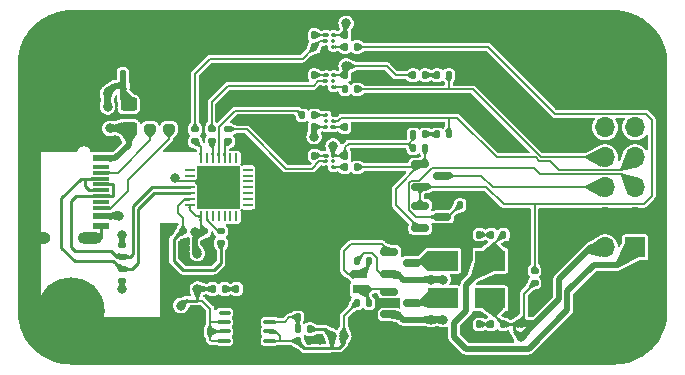
<source format=gbr>
%TF.GenerationSoftware,KiCad,Pcbnew,7.0.10*%
%TF.CreationDate,2024-01-22T13:51:10-08:00*%
%TF.ProjectId,esp32-prog,65737033-322d-4707-926f-672e6b696361,rev2*%
%TF.SameCoordinates,PX47868c0PY36d6160*%
%TF.FileFunction,Copper,L1,Top*%
%TF.FilePolarity,Positive*%
%FSLAX46Y46*%
G04 Gerber Fmt 4.6, Leading zero omitted, Abs format (unit mm)*
G04 Created by KiCad (PCBNEW 7.0.10) date 2024-01-22 13:51:10*
%MOMM*%
%LPD*%
G01*
G04 APERTURE LIST*
G04 Aperture macros list*
%AMRoundRect*
0 Rectangle with rounded corners*
0 $1 Rounding radius*
0 $2 $3 $4 $5 $6 $7 $8 $9 X,Y pos of 4 corners*
0 Add a 4 corners polygon primitive as box body*
4,1,4,$2,$3,$4,$5,$6,$7,$8,$9,$2,$3,0*
0 Add four circle primitives for the rounded corners*
1,1,$1+$1,$2,$3*
1,1,$1+$1,$4,$5*
1,1,$1+$1,$6,$7*
1,1,$1+$1,$8,$9*
0 Add four rect primitives between the rounded corners*
20,1,$1+$1,$2,$3,$4,$5,0*
20,1,$1+$1,$4,$5,$6,$7,0*
20,1,$1+$1,$6,$7,$8,$9,0*
20,1,$1+$1,$8,$9,$2,$3,0*%
G04 Aperture macros list end*
%TA.AperFunction,SMDPad,CuDef*%
%ADD10R,1.450000X0.600000*%
%TD*%
%TA.AperFunction,SMDPad,CuDef*%
%ADD11R,1.450000X0.300000*%
%TD*%
%TA.AperFunction,ComponentPad*%
%ADD12O,2.100000X1.000000*%
%TD*%
%TA.AperFunction,ComponentPad*%
%ADD13O,1.600000X1.000000*%
%TD*%
%TA.AperFunction,SMDPad,CuDef*%
%ADD14RoundRect,0.200000X0.275000X-0.200000X0.275000X0.200000X-0.275000X0.200000X-0.275000X-0.200000X0*%
%TD*%
%TA.AperFunction,SMDPad,CuDef*%
%ADD15RoundRect,0.135000X-0.135000X-0.185000X0.135000X-0.185000X0.135000X0.185000X-0.135000X0.185000X0*%
%TD*%
%TA.AperFunction,SMDPad,CuDef*%
%ADD16RoundRect,0.100000X-0.125000X-0.050000X0.125000X-0.050000X0.125000X0.050000X-0.125000X0.050000X0*%
%TD*%
%TA.AperFunction,SMDPad,CuDef*%
%ADD17RoundRect,0.100000X-0.100000X-0.050000X0.100000X-0.050000X0.100000X0.050000X-0.100000X0.050000X0*%
%TD*%
%TA.AperFunction,SMDPad,CuDef*%
%ADD18RoundRect,0.087500X0.387500X0.087500X-0.387500X0.087500X-0.387500X-0.087500X0.387500X-0.087500X0*%
%TD*%
%TA.AperFunction,SMDPad,CuDef*%
%ADD19R,2.300000X3.240000*%
%TD*%
%TA.AperFunction,SMDPad,CuDef*%
%ADD20R,2.500000X1.700000*%
%TD*%
%TA.AperFunction,SMDPad,CuDef*%
%ADD21RoundRect,0.140000X0.140000X0.170000X-0.140000X0.170000X-0.140000X-0.170000X0.140000X-0.170000X0*%
%TD*%
%TA.AperFunction,SMDPad,CuDef*%
%ADD22R,1.270000X0.760000*%
%TD*%
%TA.AperFunction,SMDPad,CuDef*%
%ADD23RoundRect,0.135000X0.135000X0.185000X-0.135000X0.185000X-0.135000X-0.185000X0.135000X-0.185000X0*%
%TD*%
%TA.AperFunction,SMDPad,CuDef*%
%ADD24RoundRect,0.140000X-0.140000X-0.170000X0.140000X-0.170000X0.140000X0.170000X-0.140000X0.170000X0*%
%TD*%
%TA.AperFunction,ComponentPad*%
%ADD25C,5.700000*%
%TD*%
%TA.AperFunction,SMDPad,CuDef*%
%ADD26RoundRect,0.147500X-0.147500X-0.172500X0.147500X-0.172500X0.147500X0.172500X-0.147500X0.172500X0*%
%TD*%
%TA.AperFunction,SMDPad,CuDef*%
%ADD27RoundRect,0.147500X0.147500X0.172500X-0.147500X0.172500X-0.147500X-0.172500X0.147500X-0.172500X0*%
%TD*%
%TA.AperFunction,SMDPad,CuDef*%
%ADD28RoundRect,0.140000X-0.170000X0.140000X-0.170000X-0.140000X0.170000X-0.140000X0.170000X0.140000X0*%
%TD*%
%TA.AperFunction,SMDPad,CuDef*%
%ADD29RoundRect,0.147500X0.172500X-0.147500X0.172500X0.147500X-0.172500X0.147500X-0.172500X-0.147500X0*%
%TD*%
%TA.AperFunction,SMDPad,CuDef*%
%ADD30RoundRect,0.062500X-0.337500X-0.062500X0.337500X-0.062500X0.337500X0.062500X-0.337500X0.062500X0*%
%TD*%
%TA.AperFunction,SMDPad,CuDef*%
%ADD31RoundRect,0.062500X-0.062500X-0.337500X0.062500X-0.337500X0.062500X0.337500X-0.062500X0.337500X0*%
%TD*%
%TA.AperFunction,SMDPad,CuDef*%
%ADD32R,3.350000X3.350000*%
%TD*%
%TA.AperFunction,SMDPad,CuDef*%
%ADD33RoundRect,0.135000X0.185000X-0.135000X0.185000X0.135000X-0.185000X0.135000X-0.185000X-0.135000X0*%
%TD*%
%TA.AperFunction,ComponentPad*%
%ADD34R,1.700000X1.700000*%
%TD*%
%TA.AperFunction,ComponentPad*%
%ADD35O,1.700000X1.700000*%
%TD*%
%TA.AperFunction,SMDPad,CuDef*%
%ADD36RoundRect,0.150000X-0.587500X-0.150000X0.587500X-0.150000X0.587500X0.150000X-0.587500X0.150000X0*%
%TD*%
%TA.AperFunction,SMDPad,CuDef*%
%ADD37RoundRect,0.147500X-0.172500X0.147500X-0.172500X-0.147500X0.172500X-0.147500X0.172500X0.147500X0*%
%TD*%
%TA.AperFunction,SMDPad,CuDef*%
%ADD38RoundRect,0.100000X0.125000X0.050000X-0.125000X0.050000X-0.125000X-0.050000X0.125000X-0.050000X0*%
%TD*%
%TA.AperFunction,SMDPad,CuDef*%
%ADD39RoundRect,0.100000X0.100000X0.050000X-0.100000X0.050000X-0.100000X-0.050000X0.100000X-0.050000X0*%
%TD*%
%TA.AperFunction,SMDPad,CuDef*%
%ADD40RoundRect,0.250000X0.450000X-0.325000X0.450000X0.325000X-0.450000X0.325000X-0.450000X-0.325000X0*%
%TD*%
%TA.AperFunction,SMDPad,CuDef*%
%ADD41RoundRect,0.135000X-0.185000X0.135000X-0.185000X-0.135000X0.185000X-0.135000X0.185000X0.135000X0*%
%TD*%
%TA.AperFunction,ViaPad*%
%ADD42C,0.800000*%
%TD*%
%TA.AperFunction,Conductor*%
%ADD43C,0.152400*%
%TD*%
%TA.AperFunction,Conductor*%
%ADD44C,0.500000*%
%TD*%
%TA.AperFunction,Conductor*%
%ADD45C,0.203200*%
%TD*%
%TA.AperFunction,Conductor*%
%ADD46C,0.254000*%
%TD*%
%TA.AperFunction,Conductor*%
%ADD47C,0.127000*%
%TD*%
G04 APERTURE END LIST*
D10*
%TO.P,J1,A1,GND*%
%TO.N,GND*%
X7045000Y-11750000D03*
%TO.P,J1,A4,VBUS*%
%TO.N,Net-(J1-VBUS-PadA4)*%
X7045000Y-12550000D03*
D11*
%TO.P,J1,A5,CC1*%
%TO.N,Net-(J1-CC1)*%
X7045000Y-13750000D03*
%TO.P,J1,A6,D+*%
%TO.N,/UD+*%
X7045000Y-14750000D03*
%TO.P,J1,A7,D-*%
%TO.N,/UD-*%
X7045000Y-15250000D03*
%TO.P,J1,A8,SBU1*%
%TO.N,unconnected-(J1-SBU1-PadA8)*%
X7045000Y-16250000D03*
D10*
%TO.P,J1,A9,VBUS*%
%TO.N,Net-(J1-VBUS-PadA4)*%
X7045000Y-17450000D03*
%TO.P,J1,A12,GND*%
%TO.N,GND*%
X7045000Y-18250000D03*
%TO.P,J1,B1,GND*%
X7045000Y-18250000D03*
%TO.P,J1,B4,VBUS*%
%TO.N,Net-(J1-VBUS-PadA4)*%
X7045000Y-17450000D03*
D11*
%TO.P,J1,B5,CC2*%
%TO.N,Net-(J1-CC2)*%
X7045000Y-16750000D03*
%TO.P,J1,B6,D+*%
%TO.N,/UD+*%
X7045000Y-15750000D03*
%TO.P,J1,B7,D-*%
%TO.N,/UD-*%
X7045000Y-14250000D03*
%TO.P,J1,B8,SBU2*%
%TO.N,unconnected-(J1-SBU2-PadB8)*%
X7045000Y-13250000D03*
D10*
%TO.P,J1,B9,VBUS*%
%TO.N,Net-(J1-VBUS-PadA4)*%
X7045000Y-12550000D03*
%TO.P,J1,B12,GND*%
%TO.N,GND*%
X7045000Y-11750000D03*
D12*
%TO.P,J1,S1,SHIELD*%
X6130000Y-10680000D03*
D13*
X1950000Y-10680000D03*
D12*
X6130000Y-19320000D03*
D13*
X1950000Y-19320000D03*
%TD*%
D14*
%TO.P,R2,1*%
%TO.N,Net-(J1-CC1)*%
X11200000Y-10025000D03*
%TO.P,R2,2*%
%TO.N,GND*%
X11200000Y-8375000D03*
%TD*%
D15*
%TO.P,R26,1*%
%TO.N,+3.3V*%
X33490000Y-5500000D03*
%TO.P,R26,2*%
%TO.N,Net-(D9-A)*%
X34510000Y-5500000D03*
%TD*%
D16*
%TO.P,U4,1*%
%TO.N,Net-(R18-Pad1)*%
X26125000Y-2100000D03*
D17*
%TO.P,U4,2*%
%TO.N,Net-(R13-Pad2)*%
X26100000Y-2600000D03*
%TO.P,U4,3,G*%
%TO.N,GND*%
X26100000Y-3100000D03*
%TO.P,U4,4*%
%TO.N,Net-(R22-Pad1)*%
X26700000Y-3100000D03*
%TO.P,U4,5*%
%TO.N,N/C*%
X26700000Y-2600000D03*
%TO.P,U4,6,V*%
%TO.N,+3.3V*%
X26700000Y-2100000D03*
%TD*%
D18*
%TO.P,U1,1,OUT*%
%TO.N,+3.3VA*%
X21300000Y-28000000D03*
%TO.P,U1,2,OUT*%
X21300000Y-27200000D03*
%TO.P,U1,3,ADJ*%
%TO.N,Net-(U1-GND)*%
X21300000Y-26400000D03*
%TO.P,U1,4,GND*%
%TO.N,GND*%
X21300000Y-25600000D03*
%TO.P,U1,5,PG*%
%TO.N,unconnected-(U1-PG-Pad5)*%
X17500000Y-25600000D03*
%TO.P,U1,6,EN*%
%TO.N,VBUS*%
X17500000Y-26400000D03*
%TO.P,U1,7,IN*%
X17500000Y-27200000D03*
%TO.P,U1,8,IN*%
X17500000Y-28000000D03*
D19*
%TO.P,U1,9,PAD*%
%TO.N,GND*%
X19400000Y-26800000D03*
%TD*%
D20*
%TO.P,D7,A,A*%
%TO.N,Net-(Q2-D)*%
X36000000Y-24400000D03*
%TO.P,D7,K,K*%
%TO.N,+3.3V*%
X40000000Y-24400000D03*
%TD*%
D21*
%TO.P,C2,1*%
%TO.N,GND*%
X24680000Y-28000000D03*
%TO.P,C2,2*%
%TO.N,+3.3VA*%
X23720000Y-28000000D03*
%TD*%
D15*
%TO.P,R21,1*%
%TO.N,Net-(R21-Pad1)*%
X27690000Y-6700000D03*
%TO.P,R21,2*%
%TO.N,/TXD*%
X28710000Y-6700000D03*
%TD*%
D22*
%TO.P,SW1,1*%
%TO.N,GND*%
X21390000Y-22365000D03*
%TO.P,SW1,2*%
X21390000Y-23635000D03*
%TO.P,SW1,3*%
%TO.N,Net-(Q2-G)*%
X29010000Y-23635000D03*
%TO.P,SW1,4*%
%TO.N,Net-(Q1-G)*%
X29010000Y-22365000D03*
%TD*%
D23*
%TO.P,R9,1*%
%TO.N,+5V*%
X41110000Y-19000000D03*
%TO.P,R9,2*%
%TO.N,Net-(D4-A)*%
X40090000Y-19000000D03*
%TD*%
D24*
%TO.P,C1,1*%
%TO.N,GND*%
X15320000Y-27200000D03*
%TO.P,C1,2*%
%TO.N,VBUS*%
X16280000Y-27200000D03*
%TD*%
D21*
%TO.P,C8,1*%
%TO.N,VBUS*%
X25080000Y-9900000D03*
%TO.P,C8,2*%
%TO.N,GND*%
X24120000Y-9900000D03*
%TD*%
D25*
%TO.P,H4,1,1*%
%TO.N,GND*%
X4500000Y-25500000D03*
%TD*%
%TO.P,H2,1,1*%
%TO.N,GND*%
X50500000Y-4500000D03*
%TD*%
D15*
%TO.P,R15,1*%
%TO.N,Net-(U2-RXD)*%
X24090000Y-8900000D03*
%TO.P,R15,2*%
%TO.N,Net-(R15-Pad2)*%
X25110000Y-8900000D03*
%TD*%
D26*
%TO.P,D8,1,K*%
%TO.N,GND*%
X38115000Y-26600000D03*
%TO.P,D8,2,A*%
%TO.N,Net-(D8-A)*%
X39085000Y-26600000D03*
%TD*%
D23*
%TO.P,R14,1*%
%TO.N,+3.3V*%
X41110000Y-26600000D03*
%TO.P,R14,2*%
%TO.N,Net-(D8-A)*%
X40090000Y-26600000D03*
%TD*%
D27*
%TO.P,D9,1,K*%
%TO.N,/TXD*%
X36485000Y-5500000D03*
%TO.P,D9,2,A*%
%TO.N,Net-(D9-A)*%
X35515000Y-5500000D03*
%TD*%
D28*
%TO.P,C4,1*%
%TO.N,Net-(U2-VDD)*%
X14000000Y-18720000D03*
%TO.P,C4,2*%
%TO.N,GND*%
X14000000Y-19680000D03*
%TD*%
D29*
%TO.P,D2,1,A1*%
%TO.N,GND*%
X8800000Y-22885000D03*
%TO.P,D2,2,A2*%
%TO.N,/UD-*%
X8800000Y-21915000D03*
%TD*%
D15*
%TO.P,R27,1*%
%TO.N,+3.3V*%
X33490000Y-10500000D03*
%TO.P,R27,2*%
%TO.N,Net-(D10-A)*%
X34510000Y-10500000D03*
%TD*%
D30*
%TO.P,U2,1,~{DCD}*%
%TO.N,unconnected-(U2-~{DCD}-Pad1)*%
X14550000Y-13500000D03*
%TO.P,U2,2,~{RI}/CLK*%
%TO.N,unconnected-(U2-~{RI}{slash}CLK-Pad2)*%
X14550000Y-14000000D03*
%TO.P,U2,3,GND*%
%TO.N,GND*%
X14550000Y-14500000D03*
%TO.P,U2,4,D+*%
%TO.N,/UD+*%
X14550000Y-15000000D03*
%TO.P,U2,5,D-*%
%TO.N,/UD-*%
X14550000Y-15500000D03*
%TO.P,U2,6,VDD*%
%TO.N,Net-(U2-VDD)*%
X14550000Y-16000000D03*
%TO.P,U2,7,VREGIN*%
%TO.N,VBUS*%
X14550000Y-16500000D03*
D31*
%TO.P,U2,8,VBUS*%
X15500000Y-17450000D03*
%TO.P,U2,9,~{RST}*%
%TO.N,Net-(U2-~{RST})*%
X16000000Y-17450000D03*
%TO.P,U2,10,NC*%
%TO.N,unconnected-(U2-NC-Pad10)*%
X16500000Y-17450000D03*
%TO.P,U2,11,~{SUSPEND}*%
%TO.N,unconnected-(U2-~{SUSPEND}-Pad11)*%
X17000000Y-17450000D03*
%TO.P,U2,12,SUSPEND*%
%TO.N,unconnected-(U2-SUSPEND-Pad12)*%
X17500000Y-17450000D03*
%TO.P,U2,13,NC*%
%TO.N,unconnected-(U2-NC-Pad13)*%
X18000000Y-17450000D03*
%TO.P,U2,14,NC*%
%TO.N,unconnected-(U2-NC-Pad14)*%
X18500000Y-17450000D03*
D30*
%TO.P,U2,15,NC*%
%TO.N,unconnected-(U2-NC-Pad15)*%
X19450000Y-16500000D03*
%TO.P,U2,16,NC*%
%TO.N,unconnected-(U2-NC-Pad16)*%
X19450000Y-16000000D03*
%TO.P,U2,17,NC*%
%TO.N,unconnected-(U2-NC-Pad17)*%
X19450000Y-15500000D03*
%TO.P,U2,18,NC*%
%TO.N,unconnected-(U2-NC-Pad18)*%
X19450000Y-15000000D03*
%TO.P,U2,19,NC*%
%TO.N,unconnected-(U2-NC-Pad19)*%
X19450000Y-14500000D03*
%TO.P,U2,20,NC*%
%TO.N,unconnected-(U2-NC-Pad20)*%
X19450000Y-14000000D03*
%TO.P,U2,21,NC*%
%TO.N,unconnected-(U2-NC-Pad21)*%
X19450000Y-13500000D03*
D31*
%TO.P,U2,22,NC*%
%TO.N,unconnected-(U2-NC-Pad22)*%
X18500000Y-12550000D03*
%TO.P,U2,23,~{CTS}*%
%TO.N,unconnected-(U2-~{CTS}-Pad23)*%
X18000000Y-12550000D03*
%TO.P,U2,24,~{RTS}*%
%TO.N,Net-(U2-~{RTS})*%
X17500000Y-12550000D03*
%TO.P,U2,25,RXD*%
%TO.N,Net-(U2-RXD)*%
X17000000Y-12550000D03*
%TO.P,U2,26,TXD*%
%TO.N,Net-(U2-TXD)*%
X16500000Y-12550000D03*
%TO.P,U2,27,~{DSR}*%
%TO.N,unconnected-(U2-~{DSR}-Pad27)*%
X16000000Y-12550000D03*
%TO.P,U2,28,~{DTR}*%
%TO.N,Net-(U2-~{DTR})*%
X15500000Y-12550000D03*
D32*
%TO.P,U2,29,GND*%
%TO.N,GND*%
X17000000Y-15000000D03*
%TD*%
D33*
%TO.P,R24,1*%
%TO.N,+3.3V*%
X43750000Y-23085000D03*
%TO.P,R24,2*%
%TO.N,Net-(Q3-G)*%
X43750000Y-22065000D03*
%TD*%
%TO.P,R11,1*%
%TO.N,Net-(U2-TXD)*%
X16400000Y-11110000D03*
%TO.P,R11,2*%
%TO.N,Net-(R11-Pad2)*%
X16400000Y-10090000D03*
%TD*%
D23*
%TO.P,R19,1*%
%TO.N,Net-(R19-Pad1)*%
X25110000Y-12300000D03*
%TO.P,R19,2*%
%TO.N,GND*%
X24090000Y-12300000D03*
%TD*%
D15*
%TO.P,R20,1*%
%TO.N,Net-(R20-Pad1)*%
X27690000Y-9900000D03*
%TO.P,R20,2*%
%TO.N,GND*%
X28710000Y-9900000D03*
%TD*%
D25*
%TO.P,H3,1,1*%
%TO.N,GND*%
X50500000Y-25500000D03*
%TD*%
D23*
%TO.P,R17,1*%
%TO.N,Net-(R17-Pad1)*%
X25110000Y-5500000D03*
%TO.P,R17,2*%
%TO.N,GND*%
X24090000Y-5500000D03*
%TD*%
D24*
%TO.P,C5,1*%
%TO.N,+3.3V*%
X27720000Y-5500000D03*
%TO.P,C5,2*%
%TO.N,GND*%
X28680000Y-5500000D03*
%TD*%
D14*
%TO.P,R3,1*%
%TO.N,Net-(J1-CC2)*%
X12800000Y-10025000D03*
%TO.P,R3,2*%
%TO.N,GND*%
X12800000Y-8375000D03*
%TD*%
D16*
%TO.P,U3,1*%
%TO.N,Net-(R17-Pad1)*%
X26125000Y-5500000D03*
D17*
%TO.P,U3,2*%
%TO.N,Net-(R11-Pad2)*%
X26100000Y-6000000D03*
%TO.P,U3,3,G*%
%TO.N,GND*%
X26100000Y-6500000D03*
%TO.P,U3,4*%
%TO.N,Net-(R21-Pad1)*%
X26700000Y-6500000D03*
%TO.P,U3,5*%
%TO.N,N/C*%
X26700000Y-6000000D03*
%TO.P,U3,6,V*%
%TO.N,+3.3V*%
X26700000Y-5500000D03*
%TD*%
D15*
%TO.P,R7,1*%
%TO.N,VBUS*%
X28690000Y-21200000D03*
%TO.P,R7,2*%
%TO.N,Net-(Q1-G)*%
X29710000Y-21200000D03*
%TD*%
D34*
%TO.P,J2,1,Pin_1*%
%TO.N,+5V*%
X52275000Y-20075000D03*
D35*
%TO.P,J2,2,Pin_2*%
%TO.N,+3.3V*%
X49735000Y-20075000D03*
%TO.P,J2,3,Pin_3*%
%TO.N,GND*%
X52275000Y-17535000D03*
%TO.P,J2,4,Pin_4*%
X49735000Y-17535000D03*
%TO.P,J2,5,Pin_5*%
%TO.N,/ESP_EN*%
X52275000Y-14995000D03*
%TO.P,J2,6,Pin_6*%
%TO.N,/ESP_BOOT*%
X49735000Y-14995000D03*
%TO.P,J2,7,Pin_7*%
%TO.N,/RXD*%
X52275000Y-12455000D03*
%TO.P,J2,8,Pin_8*%
%TO.N,/TXD*%
X49735000Y-12455000D03*
%TO.P,J2,9,Pin_9*%
%TO.N,unconnected-(J2-Pin_9-Pad9)*%
X52275000Y-9915000D03*
%TO.P,J2,10,Pin_10*%
%TO.N,unconnected-(J2-Pin_10-Pad10)*%
X49735000Y-9915000D03*
%TD*%
D36*
%TO.P,Q4,1,G*%
%TO.N,Net-(Q3-S)*%
X34062500Y-13050000D03*
%TO.P,Q4,2,S*%
%TO.N,Net-(Q3-G)*%
X34062500Y-14950000D03*
%TO.P,Q4,3,D*%
%TO.N,/ESP_BOOT*%
X35937500Y-14000000D03*
%TD*%
D15*
%TO.P,R22,1*%
%TO.N,Net-(R22-Pad1)*%
X27690000Y-3100000D03*
%TO.P,R22,2*%
%TO.N,Net-(Q3-G)*%
X28710000Y-3100000D03*
%TD*%
D27*
%TO.P,D10,1,K*%
%TO.N,/RXD*%
X36485000Y-10500000D03*
%TO.P,D10,2,A*%
%TO.N,Net-(D10-A)*%
X35515000Y-10500000D03*
%TD*%
D24*
%TO.P,C7,1*%
%TO.N,+3.3V*%
X27720000Y-12300000D03*
%TO.P,C7,2*%
%TO.N,GND*%
X28680000Y-12300000D03*
%TD*%
D15*
%TO.P,R23,1*%
%TO.N,Net-(R23-Pad1)*%
X27690000Y-13300000D03*
%TO.P,R23,2*%
%TO.N,Net-(Q3-S)*%
X28710000Y-13300000D03*
%TD*%
D36*
%TO.P,Q3,1,G*%
%TO.N,Net-(Q3-G)*%
X34062500Y-16550000D03*
%TO.P,Q3,2,S*%
%TO.N,Net-(Q3-S)*%
X34062500Y-18450000D03*
%TO.P,Q3,3,D*%
%TO.N,/ESP_EN*%
X35937500Y-17500000D03*
%TD*%
D37*
%TO.P,D3,1,A1*%
%TO.N,GND*%
X8800000Y-19915000D03*
%TO.P,D3,2,A2*%
%TO.N,/UD+*%
X8800000Y-20885000D03*
%TD*%
D23*
%TO.P,R4,1*%
%TO.N,+3.3VA*%
X24710000Y-27000000D03*
%TO.P,R4,2*%
%TO.N,Net-(U1-GND)*%
X23690000Y-27000000D03*
%TD*%
D33*
%TO.P,R12,1*%
%TO.N,Net-(U2-~{RTS})*%
X17800000Y-11110000D03*
%TO.P,R12,2*%
%TO.N,Net-(R12-Pad2)*%
X17800000Y-10090000D03*
%TD*%
D27*
%TO.P,D5,1,K*%
%TO.N,GND*%
X19485000Y-23600000D03*
%TO.P,D5,2,A*%
%TO.N,Net-(D5-A)*%
X18515000Y-23600000D03*
%TD*%
D28*
%TO.P,C3,1*%
%TO.N,VBUS*%
X15800000Y-18720000D03*
%TO.P,C3,2*%
%TO.N,GND*%
X15800000Y-19680000D03*
%TD*%
D36*
%TO.P,Q2,1,G*%
%TO.N,Net-(Q2-G)*%
X31462500Y-23850000D03*
%TO.P,Q2,2,S*%
%TO.N,+3.3VA*%
X31462500Y-25750000D03*
%TO.P,Q2,3,D*%
%TO.N,Net-(Q2-D)*%
X33337500Y-24800000D03*
%TD*%
D15*
%TO.P,R10,1*%
%TO.N,VBUS*%
X16490000Y-23600000D03*
%TO.P,R10,2*%
%TO.N,Net-(D5-A)*%
X17510000Y-23600000D03*
%TD*%
D38*
%TO.P,U6,1*%
%TO.N,Net-(R20-Pad1)*%
X26675000Y-9900000D03*
D39*
%TO.P,U6,2*%
%TO.N,/RXD*%
X26700000Y-9400000D03*
%TO.P,U6,3,G*%
%TO.N,GND*%
X26700000Y-8900000D03*
%TO.P,U6,4*%
%TO.N,Net-(R15-Pad2)*%
X26100000Y-8900000D03*
%TO.P,U6,5*%
%TO.N,N/C*%
X26100000Y-9400000D03*
%TO.P,U6,6,V*%
%TO.N,VBUS*%
X26100000Y-9900000D03*
%TD*%
D15*
%TO.P,R5,1*%
%TO.N,Net-(U1-GND)*%
X23690000Y-26000000D03*
%TO.P,R5,2*%
%TO.N,GND*%
X24710000Y-26000000D03*
%TD*%
%TO.P,R16,1*%
%TO.N,GND*%
X24090000Y-3100000D03*
%TO.P,R16,2*%
%TO.N,Net-(R13-Pad2)*%
X25110000Y-3100000D03*
%TD*%
D36*
%TO.P,Q1,1,G*%
%TO.N,Net-(Q1-G)*%
X31462500Y-20450000D03*
%TO.P,Q1,2,S*%
%TO.N,VBUS*%
X31462500Y-22350000D03*
%TO.P,Q1,3,D*%
%TO.N,Net-(Q1-D)*%
X33337500Y-21400000D03*
%TD*%
D16*
%TO.P,U5,1*%
%TO.N,Net-(R19-Pad1)*%
X26125000Y-12300000D03*
D17*
%TO.P,U5,2*%
%TO.N,Net-(R12-Pad2)*%
X26100000Y-12800000D03*
%TO.P,U5,3,G*%
%TO.N,GND*%
X26100000Y-13300000D03*
%TO.P,U5,4*%
%TO.N,Net-(R23-Pad1)*%
X26700000Y-13300000D03*
%TO.P,U5,5*%
%TO.N,N/C*%
X26700000Y-12800000D03*
%TO.P,U5,6,V*%
%TO.N,+3.3V*%
X26700000Y-12300000D03*
%TD*%
D24*
%TO.P,C6,1*%
%TO.N,+3.3V*%
X27720000Y-2100000D03*
%TO.P,C6,2*%
%TO.N,GND*%
X28680000Y-2100000D03*
%TD*%
%TO.P,C9,1*%
%TO.N,/ESP_EN*%
X37445000Y-16500000D03*
%TO.P,C9,2*%
%TO.N,GND*%
X38405000Y-16500000D03*
%TD*%
D33*
%TO.P,R13,1*%
%TO.N,Net-(U2-~{DTR})*%
X15000000Y-11110000D03*
%TO.P,R13,2*%
%TO.N,Net-(R13-Pad2)*%
X15000000Y-10090000D03*
%TD*%
D15*
%TO.P,R1,1*%
%TO.N,VBUS*%
X8890000Y-5400000D03*
%TO.P,R1,2*%
%TO.N,GND*%
X9910000Y-5400000D03*
%TD*%
D26*
%TO.P,D4,1,K*%
%TO.N,GND*%
X38115000Y-19000000D03*
%TO.P,D4,2,A*%
%TO.N,Net-(D4-A)*%
X39085000Y-19000000D03*
%TD*%
D27*
%TO.P,D1,1,A1*%
%TO.N,GND*%
X9885000Y-6400000D03*
%TO.P,D1,2,A2*%
%TO.N,VBUS*%
X8915000Y-6400000D03*
%TD*%
D15*
%TO.P,R8,1*%
%TO.N,+3.3VA*%
X28690000Y-24800000D03*
%TO.P,R8,2*%
%TO.N,Net-(Q2-G)*%
X29710000Y-24800000D03*
%TD*%
%TO.P,R25,1*%
%TO.N,+3.3V*%
X33490000Y-11700000D03*
%TO.P,R25,2*%
%TO.N,Net-(Q3-S)*%
X34510000Y-11700000D03*
%TD*%
D40*
%TO.P,L1,1,1*%
%TO.N,Net-(J1-VBUS-PadA4)*%
X9400000Y-10025000D03*
%TO.P,L1,2,2*%
%TO.N,VBUS*%
X9400000Y-7975000D03*
%TD*%
D20*
%TO.P,D6,A,A*%
%TO.N,Net-(Q1-D)*%
X36000000Y-21200000D03*
%TO.P,D6,K,K*%
%TO.N,+5V*%
X40000000Y-21200000D03*
%TD*%
D41*
%TO.P,R6,1*%
%TO.N,Net-(U2-~{RST})*%
X17200000Y-18690000D03*
%TO.P,R6,2*%
%TO.N,Net-(U2-VDD)*%
X17200000Y-19710000D03*
%TD*%
D23*
%TO.P,R18,1*%
%TO.N,Net-(R18-Pad1)*%
X25110000Y-2100000D03*
%TO.P,R18,2*%
%TO.N,GND*%
X24090000Y-2100000D03*
%TD*%
D25*
%TO.P,H1,1,1*%
%TO.N,GND*%
X4500000Y-4500000D03*
%TD*%
D42*
%TO.N,GND*%
X22400000Y-25000000D03*
%TO.N,VBUS*%
X36000000Y-22800000D03*
X15200000Y-20600000D03*
X15000000Y-18800000D03*
X7600000Y-8200000D03*
X15200000Y-23600000D03*
X35000000Y-22800000D03*
X25080000Y-10700000D03*
X7600000Y-7000000D03*
X13800000Y-25000000D03*
%TO.N,GND*%
X27200000Y-8400000D03*
X29600000Y-8100000D03*
X29800000Y-5500000D03*
X16000000Y-14000000D03*
X20000000Y-25800000D03*
X18000000Y-14000000D03*
X8800000Y-19000000D03*
X12800000Y-7000000D03*
X39250000Y-16500000D03*
X16400000Y-20800000D03*
X14400000Y-27200000D03*
X21325000Y-21300000D03*
X29800000Y-14500000D03*
X29800000Y-1871400D03*
X23200000Y-5400000D03*
X26100000Y-7300000D03*
X22900000Y-2100000D03*
X26100000Y-4100000D03*
X16000000Y-16000000D03*
X18800000Y-25800000D03*
X23000000Y-3100000D03*
X25600000Y-26000000D03*
X38199490Y-27495545D03*
X18800000Y-27800000D03*
X29800000Y-12300000D03*
X14000000Y-20800000D03*
X23200000Y-7500000D03*
X18000000Y-16000000D03*
X29700000Y-9900000D03*
X11200000Y-7000000D03*
X8800000Y-23600000D03*
X25600000Y-27910000D03*
X20000000Y-27800000D03*
X37200000Y-19000000D03*
X23200000Y-14300000D03*
X13350000Y-14175000D03*
X19475000Y-22600000D03*
X26000000Y-14100000D03*
X23200000Y-12400000D03*
X12800000Y-5800000D03*
X11200000Y-5800000D03*
X23000000Y-9900000D03*
%TO.N,+3.3VA*%
X26600000Y-27600000D03*
X36000000Y-26200000D03*
X27600000Y-27600000D03*
X35000000Y-26200000D03*
%TO.N,+3.3V*%
X26700000Y-11500000D03*
X42600000Y-27700000D03*
X42600000Y-26500000D03*
X27800000Y-4700000D03*
X27800000Y-1100000D03*
%TO.N,Net-(J1-VBUS-PadA4)*%
X7800000Y-10000000D03*
X8600000Y-17400000D03*
%TD*%
D43*
%TO.N,Net-(Q2-D)*%
X35600000Y-24800000D02*
X33337500Y-24800000D01*
D44*
%TO.N,+3.3V*%
X44050000Y-26250000D02*
X45825000Y-24475000D01*
X42600000Y-27700000D02*
X44050000Y-26250000D01*
X44050000Y-26250000D02*
X43800000Y-26500000D01*
X43800000Y-26500000D02*
X42600000Y-26500000D01*
D43*
%TO.N,Net-(U1-GND)*%
X21300000Y-26400000D02*
X22600000Y-26400000D01*
X22600000Y-26400000D02*
X23000000Y-26000000D01*
X23000000Y-26000000D02*
X23690000Y-26000000D01*
D45*
%TO.N,+3.3VA*%
X23720000Y-28000000D02*
X22200000Y-28000000D01*
X22200000Y-28000000D02*
X21300000Y-28000000D01*
X21300000Y-27200000D02*
X21800000Y-27200000D01*
X21800000Y-27200000D02*
X22200000Y-27600000D01*
X22200000Y-27600000D02*
X22200000Y-28000000D01*
D43*
%TO.N,GND*%
X21300000Y-25600000D02*
X21800000Y-25600000D01*
X21800000Y-25600000D02*
X22400000Y-25000000D01*
D46*
X15320000Y-27200000D02*
X14400000Y-27200000D01*
D45*
%TO.N,VBUS*%
X16280000Y-27200000D02*
X16280000Y-26400000D01*
X16280000Y-26400000D02*
X17500000Y-26400000D01*
X16280000Y-27200000D02*
X16280000Y-25280000D01*
X16280000Y-25280000D02*
X15600000Y-24600000D01*
X15600000Y-24600000D02*
X15200000Y-24600000D01*
X16280000Y-27000000D02*
X16280000Y-27880000D01*
X16280000Y-27880000D02*
X16400000Y-28000000D01*
X17500000Y-28000000D02*
X16400000Y-28000000D01*
X17500000Y-27200000D02*
X16400000Y-27200000D01*
D46*
X16490000Y-23600000D02*
X15200000Y-23600000D01*
D44*
X15000000Y-18800000D02*
X15720000Y-18800000D01*
X8890000Y-5400000D02*
X8890000Y-6375000D01*
X15800000Y-18720000D02*
X15615614Y-18720000D01*
D45*
X30750000Y-22350000D02*
X31462500Y-22350000D01*
X15050000Y-17450000D02*
X15500000Y-17450000D01*
D44*
X8915000Y-7490000D02*
X8915000Y-6400000D01*
D45*
X29311600Y-20578400D02*
X30025846Y-20578400D01*
D44*
X9400000Y-7975000D02*
X8915000Y-7490000D01*
X15040000Y-20440000D02*
X15200000Y-20600000D01*
D45*
X28690000Y-21200000D02*
X29311600Y-20578400D01*
D46*
X14200000Y-24600000D02*
X15200000Y-24600000D01*
D45*
X15800000Y-18720000D02*
X15500000Y-18420000D01*
D44*
X8200000Y-6400000D02*
X7600000Y-7000000D01*
D45*
X14550000Y-16950000D02*
X15050000Y-17450000D01*
D46*
X15200000Y-24600000D02*
X15200000Y-23600000D01*
D44*
X15720000Y-18800000D02*
X15800000Y-18720000D01*
D45*
X30025846Y-20578400D02*
X30400000Y-20952554D01*
X15500000Y-18420000D02*
X15500000Y-17450000D01*
X25080000Y-9900000D02*
X25080000Y-10700000D01*
D44*
X8915000Y-6400000D02*
X8200000Y-6400000D01*
X32600000Y-22800000D02*
X35000000Y-22800000D01*
D45*
X30400000Y-20952554D02*
X30400000Y-22000000D01*
X30400000Y-22000000D02*
X30750000Y-22350000D01*
X14550000Y-16500000D02*
X14550000Y-16950000D01*
D46*
X13800000Y-25000000D02*
X14200000Y-24600000D01*
D44*
X32150000Y-22350000D02*
X32600000Y-22800000D01*
X7600000Y-7000000D02*
X7600000Y-8200000D01*
X15615614Y-18720000D02*
X15040000Y-19295614D01*
X31462500Y-22350000D02*
X32150000Y-22350000D01*
X15040000Y-19295614D02*
X15040000Y-20440000D01*
D45*
X26100000Y-9900000D02*
X25080000Y-9900000D01*
D44*
X35000000Y-22800000D02*
X36000000Y-22800000D01*
D46*
%TO.N,GND*%
X14000000Y-19680000D02*
X14000000Y-20800000D01*
D43*
X23300000Y-12300000D02*
X23200000Y-12400000D01*
X29571400Y-2100000D02*
X29800000Y-1871400D01*
X26100000Y-13300000D02*
X26100000Y-14000000D01*
X38115000Y-27411055D02*
X38199490Y-27495545D01*
X26700000Y-8900000D02*
X27200000Y-8400000D01*
X24090000Y-5500000D02*
X23228600Y-5500000D01*
D46*
X24710000Y-26000000D02*
X25600000Y-26000000D01*
X25510000Y-28000000D02*
X25600000Y-27910000D01*
D43*
X38115000Y-26600000D02*
X38115000Y-27411055D01*
X38405000Y-16500000D02*
X39250000Y-16500000D01*
D46*
X19485000Y-22610000D02*
X19475000Y-22600000D01*
X15800000Y-19680000D02*
X16400000Y-20280000D01*
D43*
X24120000Y-9900000D02*
X23000000Y-9900000D01*
X24090000Y-12300000D02*
X23300000Y-12300000D01*
X38115000Y-19000000D02*
X37200000Y-19000000D01*
X28680000Y-12300000D02*
X29800000Y-12300000D01*
X21390000Y-21365000D02*
X21325000Y-21300000D01*
X28680000Y-2100000D02*
X29571400Y-2100000D01*
X14550000Y-14500000D02*
X13675000Y-14500000D01*
D46*
X24680000Y-28000000D02*
X25510000Y-28000000D01*
D43*
X21390000Y-22365000D02*
X21390000Y-21365000D01*
X26100000Y-3100000D02*
X26100000Y-4100000D01*
X24090000Y-3100000D02*
X23000000Y-3100000D01*
X28710000Y-9900000D02*
X29700000Y-9900000D01*
X24090000Y-2100000D02*
X23200000Y-2100000D01*
D46*
X19485000Y-23600000D02*
X19485000Y-22610000D01*
D43*
X13675000Y-14500000D02*
X13350000Y-14175000D01*
D46*
X16400000Y-20280000D02*
X16400000Y-20800000D01*
D43*
X21390000Y-22365000D02*
X21390000Y-23635000D01*
D46*
X7045000Y-18250000D02*
X7045000Y-19320000D01*
D43*
X26100000Y-6500000D02*
X26100000Y-7300000D01*
X28680000Y-5500000D02*
X29800000Y-5500000D01*
D44*
X8800000Y-22885000D02*
X8800000Y-23600000D01*
X8800000Y-19915000D02*
X8800000Y-19000000D01*
D43*
X23200000Y-2100000D02*
X22900000Y-2100000D01*
X26100000Y-14000000D02*
X26000000Y-14100000D01*
D44*
%TO.N,+3.3VA*%
X32600000Y-26200000D02*
X35000000Y-26200000D01*
D46*
X23720000Y-28120000D02*
X24200000Y-28600000D01*
D45*
X28690000Y-24800000D02*
X27600000Y-25890000D01*
D46*
X26000000Y-27000000D02*
X26600000Y-27600000D01*
X27600000Y-28200000D02*
X27600000Y-27600000D01*
D44*
X32150000Y-25750000D02*
X32600000Y-26200000D01*
D46*
X24237000Y-28637000D02*
X26363000Y-28637000D01*
X26400000Y-28600000D02*
X27200000Y-28600000D01*
X26400000Y-28600000D02*
X26600000Y-28400000D01*
X26363000Y-28637000D02*
X26400000Y-28600000D01*
X27200000Y-28600000D02*
X27600000Y-28200000D01*
D44*
X31462500Y-25750000D02*
X32150000Y-25750000D01*
X35000000Y-26200000D02*
X36000000Y-26200000D01*
D46*
X24200000Y-28600000D02*
X24237000Y-28637000D01*
X26600000Y-28400000D02*
X26600000Y-27600000D01*
D45*
X27600000Y-25890000D02*
X27600000Y-27600000D01*
D46*
X24710000Y-27000000D02*
X26000000Y-27000000D01*
D44*
%TO.N,+5V*%
X50800000Y-21550000D02*
X52275000Y-20075000D01*
D45*
X40000000Y-20110000D02*
X41110000Y-19000000D01*
X40000000Y-21200000D02*
X40000000Y-20110000D01*
D44*
X40000000Y-21200000D02*
X37975000Y-23225000D01*
X37975000Y-25425000D02*
X36925000Y-26475000D01*
X36925000Y-27625000D02*
X37950000Y-28650000D01*
X36925000Y-26475000D02*
X36925000Y-27625000D01*
X37950000Y-28650000D02*
X43250000Y-28650000D01*
X48775000Y-21550000D02*
X50800000Y-21550000D01*
X43250000Y-28650000D02*
X46525000Y-25375000D01*
X46525000Y-25375000D02*
X46525000Y-23800000D01*
X37975000Y-23225000D02*
X37975000Y-25425000D01*
X46525000Y-23800000D02*
X48775000Y-21550000D01*
D45*
%TO.N,+3.3V*%
X42850000Y-23985000D02*
X42850000Y-26250000D01*
X26700000Y-5500000D02*
X27720000Y-5500000D01*
X27720000Y-1180000D02*
X27800000Y-1100000D01*
X33490000Y-5500000D02*
X32000000Y-5500000D01*
X28000000Y-11300000D02*
X27720000Y-11580000D01*
X26700000Y-12300000D02*
X27720000Y-12300000D01*
D46*
X42000000Y-26600000D02*
X42000000Y-27100000D01*
D45*
X42850000Y-26250000D02*
X42600000Y-26500000D01*
X33490000Y-10500000D02*
X33490000Y-10900000D01*
D44*
X48532919Y-20075000D02*
X49735000Y-20075000D01*
D45*
X40000000Y-25490000D02*
X40000000Y-24400000D01*
X26700000Y-12300000D02*
X26700000Y-11500000D01*
X41110000Y-26600000D02*
X40000000Y-25490000D01*
X27720000Y-4780000D02*
X27800000Y-4700000D01*
X33490000Y-10900000D02*
X33090000Y-11300000D01*
X32000000Y-5500000D02*
X31250000Y-4750000D01*
X43750000Y-23085000D02*
X42850000Y-23985000D01*
X33090000Y-11300000D02*
X28000000Y-11300000D01*
D46*
X42000000Y-27100000D02*
X42600000Y-27700000D01*
D44*
X45825000Y-22782919D02*
X48532919Y-20075000D01*
D45*
X31250000Y-4750000D02*
X27850000Y-4750000D01*
D46*
X41110000Y-26600000D02*
X42000000Y-26600000D01*
X42000000Y-26600000D02*
X42500000Y-26600000D01*
D45*
X26700000Y-2100000D02*
X27720000Y-2100000D01*
D44*
X45825000Y-24475000D02*
X45825000Y-22782919D01*
D45*
X27720000Y-11580000D02*
X27720000Y-12300000D01*
X33490000Y-11700000D02*
X33090000Y-11300000D01*
D46*
X42500000Y-26600000D02*
X42600000Y-26500000D01*
D45*
X27720000Y-2100000D02*
X27720000Y-1180000D01*
X27720000Y-5500000D02*
X27720000Y-4780000D01*
X27850000Y-4750000D02*
X27800000Y-4700000D01*
D46*
%TO.N,Net-(U2-VDD)*%
X16600000Y-22000000D02*
X14000000Y-22000000D01*
D45*
X14000000Y-17600000D02*
X14000000Y-18720000D01*
D46*
X13200000Y-19400000D02*
X13880000Y-18720000D01*
D45*
X14550000Y-16000000D02*
X14135085Y-16000000D01*
D46*
X17200000Y-21400000D02*
X16600000Y-22000000D01*
D45*
X13600000Y-17200000D02*
X14000000Y-17600000D01*
X13600000Y-16535085D02*
X13600000Y-17200000D01*
X14135085Y-16000000D02*
X13600000Y-16535085D01*
D46*
X14000000Y-22000000D02*
X13200000Y-21200000D01*
X13200000Y-21200000D02*
X13200000Y-19400000D01*
X17200000Y-19710000D02*
X17200000Y-21400000D01*
D43*
%TO.N,Net-(D4-A)*%
X40090000Y-19000000D02*
X39085000Y-19000000D01*
D46*
%TO.N,Net-(D5-A)*%
X17510000Y-23600000D02*
X18515000Y-23600000D01*
D43*
%TO.N,/ESP_EN*%
X51130000Y-13850000D02*
X52275000Y-14995000D01*
X37445000Y-16500000D02*
X36445000Y-17500000D01*
X33096400Y-16871400D02*
X33096400Y-14628600D01*
X33303600Y-14421400D02*
X33964021Y-14421400D01*
X33096400Y-14628600D02*
X33303600Y-14421400D01*
X43700000Y-13350000D02*
X44200000Y-13850000D01*
X33964021Y-14421400D02*
X35035421Y-13350000D01*
X35937500Y-17500000D02*
X33725000Y-17500000D01*
X33725000Y-17500000D02*
X33096400Y-16871400D01*
X35035421Y-13350000D02*
X43700000Y-13350000D01*
X44200000Y-13850000D02*
X51130000Y-13850000D01*
%TO.N,/ESP_BOOT*%
X35937500Y-14000000D02*
X39225000Y-14000000D01*
X40220000Y-14995000D02*
X39225000Y-14000000D01*
X49735000Y-14995000D02*
X40220000Y-14995000D01*
%TO.N,/RXD*%
X44153748Y-12759800D02*
X45034800Y-12759800D01*
X45034800Y-12759800D02*
X45808600Y-13533600D01*
X27100000Y-9400000D02*
X27400000Y-9100000D01*
X45808600Y-13533600D02*
X51196400Y-13533600D01*
X43843948Y-12450000D02*
X44153748Y-12759800D01*
X51196400Y-13533600D02*
X52275000Y-12455000D01*
X26700000Y-9400000D02*
X27100000Y-9400000D01*
X40550000Y-12450000D02*
X43843948Y-12450000D01*
X37200000Y-9100000D02*
X40550000Y-12450000D01*
X36500000Y-10485000D02*
X36500000Y-9100000D01*
X27400000Y-9100000D02*
X37200000Y-9100000D01*
%TO.N,/TXD*%
X49735000Y-12455000D02*
X44280000Y-12455000D01*
X44280000Y-12455000D02*
X38525000Y-6700000D01*
X36485000Y-5500000D02*
X36485000Y-6685000D01*
X36500000Y-6700000D02*
X28710000Y-6700000D01*
X38525000Y-6700000D02*
X36500000Y-6700000D01*
X36485000Y-6685000D02*
X36500000Y-6700000D01*
%TO.N,Net-(Q1-D)*%
X36000000Y-21200000D02*
X33537500Y-21200000D01*
%TO.N,Net-(U2-~{RST})*%
X16928322Y-18690000D02*
X17200000Y-18690000D01*
X16000000Y-17761678D02*
X16928322Y-18690000D01*
%TO.N,Net-(R11-Pad2)*%
X25444208Y-6000000D02*
X26100000Y-6000000D01*
X16400000Y-10090000D02*
X16400000Y-7800000D01*
X16400000Y-7800000D02*
X17800000Y-6400000D01*
X25044208Y-6400000D02*
X25444208Y-6000000D01*
X17800000Y-6400000D02*
X25044208Y-6400000D01*
%TO.N,Net-(Q1-G)*%
X27600000Y-22000000D02*
X27965000Y-22365000D01*
X27965000Y-22365000D02*
X29010000Y-22365000D01*
X28200000Y-19800000D02*
X27600000Y-20400000D01*
X31462500Y-20450000D02*
X30812500Y-19800000D01*
X29710000Y-21665000D02*
X29010000Y-22365000D01*
X30812500Y-19800000D02*
X28200000Y-19800000D01*
X29710000Y-21200000D02*
X29710000Y-21665000D01*
X27600000Y-20400000D02*
X27600000Y-22000000D01*
D46*
%TO.N,Net-(U1-GND)*%
X23690000Y-26000000D02*
X23690000Y-27000000D01*
D43*
%TO.N,Net-(U2-~{DTR})*%
X15500000Y-11610000D02*
X15000000Y-11110000D01*
X15500000Y-12550000D02*
X15500000Y-11610000D01*
%TO.N,Net-(U2-TXD)*%
X16500000Y-12550000D02*
X16500000Y-11210000D01*
%TO.N,Net-(U2-RXD)*%
X23690000Y-8500000D02*
X18400000Y-8500000D01*
X24090000Y-8900000D02*
X23690000Y-8500000D01*
X17000000Y-9900000D02*
X17000000Y-12550000D01*
X18400000Y-8500000D02*
X17000000Y-9900000D01*
%TO.N,Net-(R17-Pad1)*%
X26125000Y-5500000D02*
X25110000Y-5500000D01*
%TO.N,Net-(R18-Pad1)*%
X26125000Y-2100000D02*
X25110000Y-2100000D01*
%TO.N,Net-(U2-~{RTS})*%
X17500000Y-12550000D02*
X17500000Y-11410000D01*
X17500000Y-11410000D02*
X17800000Y-11110000D01*
%TO.N,Net-(D8-A)*%
X40090000Y-26600000D02*
X39085000Y-26600000D01*
%TO.N,Net-(D9-A)*%
X34510000Y-5500000D02*
X35515000Y-5500000D01*
%TO.N,Net-(Q2-G)*%
X29710000Y-24335000D02*
X29010000Y-23635000D01*
X29710000Y-24800000D02*
X29710000Y-24335000D01*
X29010000Y-23635000D02*
X31247500Y-23635000D01*
%TO.N,Net-(R12-Pad2)*%
X19390000Y-10090000D02*
X17800000Y-10090000D01*
X22700000Y-13400000D02*
X19390000Y-10090000D01*
X24900000Y-13400000D02*
X22700000Y-13400000D01*
X25500000Y-12800000D02*
X24900000Y-13400000D01*
X26100000Y-12800000D02*
X25500000Y-12800000D01*
%TO.N,Net-(R19-Pad1)*%
X26125000Y-12300000D02*
X25110000Y-12300000D01*
%TO.N,Net-(D10-A)*%
X35515000Y-10500000D02*
X34510000Y-10500000D01*
D44*
%TO.N,Net-(J1-VBUS-PadA4)*%
X8270000Y-12550000D02*
X9400000Y-11420000D01*
X8550000Y-17450000D02*
X8600000Y-17400000D01*
X9375000Y-10000000D02*
X7800000Y-10000000D01*
X9400000Y-11420000D02*
X9400000Y-10025000D01*
X7045000Y-17450000D02*
X8550000Y-17450000D01*
X7045000Y-12550000D02*
X8270000Y-12550000D01*
D47*
%TO.N,Net-(J1-CC1)*%
X8454868Y-13750000D02*
X7045000Y-13750000D01*
X11200000Y-11004868D02*
X8454868Y-13750000D01*
X11200000Y-10025000D02*
X11200000Y-11004868D01*
%TO.N,Net-(J1-CC2)*%
X12800000Y-10900000D02*
X12800000Y-10025000D01*
X7897000Y-16750000D02*
X9355210Y-15291790D01*
X9355210Y-15291790D02*
X9355210Y-14344790D01*
X7045000Y-16750000D02*
X7897000Y-16750000D01*
X9355210Y-14344790D02*
X12800000Y-10900000D01*
D43*
%TO.N,Net-(Q3-G)*%
X43750000Y-16450000D02*
X43700000Y-16400000D01*
X52975000Y-16400000D02*
X53675000Y-15700000D01*
X53675000Y-15700000D02*
X53675000Y-9275000D01*
X45475000Y-8775000D02*
X39800000Y-3100000D01*
X39800000Y-3100000D02*
X28710000Y-3100000D01*
X39680000Y-14950000D02*
X41130000Y-16400000D01*
X34062500Y-16550000D02*
X34062500Y-14950000D01*
X53675000Y-9275000D02*
X53175000Y-8775000D01*
X43700000Y-16400000D02*
X52975000Y-16400000D01*
X43750000Y-22065000D02*
X43750000Y-16450000D01*
X34062500Y-14950000D02*
X39680000Y-14950000D01*
X53175000Y-8775000D02*
X45475000Y-8775000D01*
X43700000Y-16400000D02*
X41130000Y-16400000D01*
%TO.N,Net-(Q3-S)*%
X28710000Y-13300000D02*
X33812500Y-13300000D01*
X33950000Y-18450000D02*
X32000000Y-16500000D01*
X32000000Y-15112500D02*
X34062500Y-13050000D01*
X34510000Y-11700000D02*
X34510000Y-12602500D01*
X32000000Y-16500000D02*
X32000000Y-15112500D01*
X34510000Y-12602500D02*
X34062500Y-13050000D01*
X33812500Y-13300000D02*
X34062500Y-13050000D01*
%TO.N,Net-(R13-Pad2)*%
X24110000Y-4100000D02*
X25110000Y-3100000D01*
X25610000Y-2600000D02*
X26100000Y-2600000D01*
X25110000Y-3100000D02*
X25610000Y-2600000D01*
X15000000Y-10090000D02*
X15000000Y-5400000D01*
X15000000Y-5400000D02*
X16300000Y-4100000D01*
X16300000Y-4100000D02*
X24110000Y-4100000D01*
%TO.N,Net-(R15-Pad2)*%
X26100000Y-8900000D02*
X25110000Y-8900000D01*
%TO.N,Net-(R20-Pad1)*%
X26675000Y-9900000D02*
X27690000Y-9900000D01*
%TO.N,Net-(R21-Pad1)*%
X26700000Y-6500000D02*
X27490000Y-6500000D01*
X27490000Y-6500000D02*
X27690000Y-6700000D01*
%TO.N,Net-(R22-Pad1)*%
X27690000Y-3100000D02*
X26700000Y-3100000D01*
%TO.N,Net-(R23-Pad1)*%
X27690000Y-13300000D02*
X26700000Y-13300000D01*
D46*
%TO.N,/UD-*%
X9685000Y-21915000D02*
X8800000Y-21915000D01*
X11500000Y-15500000D02*
X10200000Y-16800000D01*
X7045000Y-15250000D02*
X6009600Y-15250000D01*
X3695200Y-15873748D02*
X3695200Y-20095200D01*
X5675000Y-14915400D02*
X5675000Y-14250000D01*
X10200000Y-16800000D02*
X10200000Y-21400000D01*
X4800000Y-21200000D02*
X8085000Y-21200000D01*
X6009600Y-15250000D02*
X5675000Y-14915400D01*
X3695200Y-20095200D02*
X4800000Y-21200000D01*
X7045000Y-14250000D02*
X5675000Y-14250000D01*
X8085000Y-21200000D02*
X8800000Y-21915000D01*
X10200000Y-21400000D02*
X9685000Y-21915000D01*
X5318948Y-14250000D02*
X3695200Y-15873748D01*
X5675000Y-14250000D02*
X5318948Y-14250000D01*
X14550000Y-15500000D02*
X11500000Y-15500000D01*
%TO.N,/UD+*%
X7045000Y-15750000D02*
X8080400Y-15750000D01*
X11353422Y-15000000D02*
X14550000Y-15000000D01*
X9742801Y-20657199D02*
X9742801Y-16610621D01*
X8080400Y-15750000D02*
X8100200Y-15730200D01*
X9742801Y-16610621D02*
X11353422Y-15000000D01*
X4850000Y-20400000D02*
X4500000Y-20050000D01*
X7931578Y-20400000D02*
X4850000Y-20400000D01*
X8100200Y-15730200D02*
X8100200Y-14769800D01*
X4900000Y-15750000D02*
X7045000Y-15750000D01*
X9515000Y-20885000D02*
X9742801Y-20657199D01*
X8100200Y-14769800D02*
X8080400Y-14750000D01*
X4500000Y-20050000D02*
X4500000Y-16150000D01*
X8416578Y-20885000D02*
X7931578Y-20400000D01*
X8800000Y-20885000D02*
X8416578Y-20885000D01*
X8080400Y-14750000D02*
X7045000Y-14750000D01*
X4500000Y-16150000D02*
X4900000Y-15750000D01*
X8800000Y-20885000D02*
X9515000Y-20885000D01*
%TD*%
%TA.AperFunction,Conductor*%
%TO.N,GND*%
G36*
X25773488Y-27396407D02*
G01*
X25805420Y-27435527D01*
X25834033Y-27498465D01*
X25992865Y-27847837D01*
X25995440Y-27854054D01*
X26097305Y-28125745D01*
X26100030Y-28186869D01*
X26066306Y-28237922D01*
X26009015Y-28259402D01*
X26004606Y-28259500D01*
X24474458Y-28259500D01*
X24416267Y-28240593D01*
X24381791Y-28195340D01*
X24378606Y-28186869D01*
X24256832Y-27862979D01*
X24250499Y-27828139D01*
X24250499Y-27799262D01*
X24242615Y-27749488D01*
X24236017Y-27707825D01*
X24190858Y-27619197D01*
X24181287Y-27558767D01*
X24209064Y-27504250D01*
X24263580Y-27476472D01*
X24324012Y-27486043D01*
X24341110Y-27498465D01*
X24341222Y-27498309D01*
X24347895Y-27503073D01*
X24347898Y-27503076D01*
X24463482Y-27559582D01*
X24538418Y-27570500D01*
X24538421Y-27570500D01*
X24881578Y-27570500D01*
X24881582Y-27570500D01*
X24956518Y-27559582D01*
X25072102Y-27503076D01*
X25077757Y-27497420D01*
X25105456Y-27477917D01*
X25297830Y-27386994D01*
X25340134Y-27377500D01*
X25715297Y-27377500D01*
X25773488Y-27396407D01*
G37*
%TD.AperFunction*%
%TA.AperFunction,Conductor*%
G36*
X38616918Y-25462572D02*
G01*
X38622014Y-25465758D01*
X38650358Y-25484695D01*
X38652260Y-25485966D01*
X38707344Y-25496923D01*
X38725315Y-25500498D01*
X38725320Y-25500498D01*
X38725326Y-25500500D01*
X39233361Y-25500500D01*
X39291552Y-25519407D01*
X39292292Y-25519951D01*
X39803559Y-25899040D01*
X39839041Y-25948886D01*
X39838447Y-26010069D01*
X39802005Y-26059217D01*
X39788075Y-26067504D01*
X39727898Y-26096923D01*
X39709046Y-26115774D01*
X39692444Y-26129132D01*
X39657487Y-26151524D01*
X39598289Y-26166990D01*
X39553233Y-26153100D01*
X39483297Y-26111228D01*
X39476031Y-26105561D01*
X39475657Y-26106077D01*
X39469352Y-26101496D01*
X39456854Y-26095128D01*
X39450967Y-26091871D01*
X39449765Y-26091152D01*
X39449759Y-26091149D01*
X39449758Y-26091149D01*
X39447553Y-26090069D01*
X39442329Y-26087727D01*
X39399971Y-26066145D01*
X39357025Y-26044262D01*
X39357022Y-26044261D01*
X39332758Y-26040418D01*
X39263826Y-26029500D01*
X38906175Y-26029500D01*
X38906172Y-26029501D01*
X38812982Y-26044259D01*
X38812974Y-26044261D01*
X38700649Y-26101495D01*
X38700647Y-26101496D01*
X38611496Y-26190647D01*
X38611495Y-26190649D01*
X38554263Y-26302971D01*
X38554261Y-26302978D01*
X38539500Y-26396173D01*
X38539500Y-26803824D01*
X38539501Y-26803827D01*
X38554259Y-26897017D01*
X38554261Y-26897025D01*
X38608190Y-27002863D01*
X38611498Y-27009355D01*
X38700645Y-27098502D01*
X38700647Y-27098503D01*
X38700649Y-27098504D01*
X38812971Y-27155736D01*
X38812973Y-27155736D01*
X38812978Y-27155739D01*
X38906177Y-27170500D01*
X39263822Y-27170499D01*
X39263824Y-27170499D01*
X39263825Y-27170498D01*
X39310422Y-27163119D01*
X39357017Y-27155740D01*
X39357019Y-27155740D01*
X39357020Y-27155739D01*
X39357022Y-27155739D01*
X39441716Y-27112583D01*
X39445388Y-27111002D01*
X39445354Y-27110930D01*
X39449757Y-27108850D01*
X39449757Y-27108849D01*
X39449765Y-27108847D01*
X39450957Y-27108132D01*
X39456836Y-27104880D01*
X39469355Y-27098502D01*
X39469356Y-27098501D01*
X39475659Y-27093921D01*
X39476037Y-27094442D01*
X39483299Y-27088768D01*
X39553234Y-27046896D01*
X39612871Y-27033226D01*
X39657488Y-27048473D01*
X39692438Y-27070861D01*
X39709040Y-27084219D01*
X39727895Y-27103074D01*
X39727897Y-27103075D01*
X39727898Y-27103076D01*
X39843482Y-27159582D01*
X39918418Y-27170500D01*
X39918421Y-27170500D01*
X40261578Y-27170500D01*
X40261582Y-27170500D01*
X40336518Y-27159582D01*
X40452102Y-27103076D01*
X40529998Y-27025179D01*
X40584513Y-26997404D01*
X40644945Y-27006975D01*
X40670000Y-27025178D01*
X40747898Y-27103076D01*
X40863482Y-27159582D01*
X40938418Y-27170500D01*
X40938421Y-27170500D01*
X41281578Y-27170500D01*
X41281582Y-27170500D01*
X41356518Y-27159582D01*
X41472102Y-27103076D01*
X41472105Y-27103073D01*
X41472659Y-27102678D01*
X41473379Y-27102450D01*
X41479472Y-27099472D01*
X41479918Y-27100385D01*
X41531004Y-27084250D01*
X41589037Y-27103636D01*
X41624591Y-27153431D01*
X41628428Y-27171000D01*
X41633190Y-27209204D01*
X41635446Y-27216783D01*
X41638018Y-27224271D01*
X41663317Y-27271021D01*
X41665190Y-27274659D01*
X41688522Y-27322386D01*
X41693131Y-27328841D01*
X41697982Y-27335073D01*
X41711260Y-27347297D01*
X41734333Y-27379161D01*
X41988958Y-27939242D01*
X41993186Y-27948542D01*
X41997585Y-27954782D01*
X42009232Y-27976711D01*
X42021903Y-28010121D01*
X42020797Y-28010540D01*
X42030065Y-28064804D01*
X42002949Y-28119652D01*
X41948772Y-28148087D01*
X41932104Y-28149500D01*
X38198322Y-28149500D01*
X38140131Y-28130593D01*
X38128318Y-28120504D01*
X37454496Y-27446682D01*
X37426719Y-27392165D01*
X37425500Y-27376678D01*
X37425500Y-26723320D01*
X37444407Y-26665129D01*
X37454490Y-26653322D01*
X38283331Y-25824480D01*
X38299813Y-25811201D01*
X38299918Y-25811133D01*
X38306128Y-25807143D01*
X38339250Y-25768915D01*
X38344040Y-25763771D01*
X38354220Y-25753593D01*
X38362844Y-25742071D01*
X38367275Y-25736574D01*
X38399541Y-25699338D01*
X38400377Y-25698373D01*
X38403492Y-25691549D01*
X38414296Y-25673342D01*
X38414921Y-25672506D01*
X38418796Y-25667331D01*
X38436466Y-25619952D01*
X38439159Y-25613450D01*
X38460165Y-25567457D01*
X38461233Y-25560022D01*
X38466467Y-25539515D01*
X38469091Y-25532483D01*
X38469091Y-25532477D01*
X38470276Y-25527034D01*
X38501118Y-25474191D01*
X38557130Y-25449569D01*
X38616918Y-25462572D01*
G37*
%TD.AperFunction*%
%TA.AperFunction,Conductor*%
G36*
X16529503Y-18753205D02*
G01*
X16604845Y-18828547D01*
X16632622Y-18883064D01*
X16632798Y-18884219D01*
X16640418Y-18936518D01*
X16696924Y-19052102D01*
X16774820Y-19129998D01*
X16802596Y-19184513D01*
X16793025Y-19244945D01*
X16774821Y-19270000D01*
X16734212Y-19310610D01*
X16696923Y-19347899D01*
X16640418Y-19463482D01*
X16629500Y-19538418D01*
X16629500Y-19881582D01*
X16640418Y-19956518D01*
X16696924Y-20072102D01*
X16702579Y-20077757D01*
X16722078Y-20105452D01*
X16797619Y-20265276D01*
X16813006Y-20297832D01*
X16822500Y-20340137D01*
X16822500Y-21202626D01*
X16803593Y-21260817D01*
X16793504Y-21272630D01*
X16472630Y-21593504D01*
X16418113Y-21621281D01*
X16402626Y-21622500D01*
X14197373Y-21622500D01*
X14139182Y-21603593D01*
X14127369Y-21593504D01*
X13606496Y-21072630D01*
X13578719Y-21018113D01*
X13577500Y-21002626D01*
X13577500Y-19597371D01*
X13596407Y-19539180D01*
X13606491Y-19527373D01*
X13705261Y-19428602D01*
X13740418Y-19405943D01*
X14137019Y-19256832D01*
X14171859Y-19250499D01*
X14200737Y-19250499D01*
X14227332Y-19246286D01*
X14292175Y-19236017D01*
X14376526Y-19193037D01*
X14436956Y-19183466D01*
X14491473Y-19211243D01*
X14502940Y-19225002D01*
X14509517Y-19234530D01*
X14509521Y-19234534D01*
X14512504Y-19237901D01*
X14536938Y-19293996D01*
X14537148Y-19310610D01*
X14535640Y-19331686D01*
X14537237Y-19339022D01*
X14539500Y-19360070D01*
X14539500Y-19815151D01*
X14537842Y-19833191D01*
X14534677Y-19850266D01*
X14534677Y-19850268D01*
X14534677Y-19850269D01*
X14537688Y-20080593D01*
X14539492Y-20218596D01*
X14539500Y-20219890D01*
X14539500Y-20375542D01*
X14537238Y-20396585D01*
X14535641Y-20403926D01*
X14539248Y-20454355D01*
X14539500Y-20461418D01*
X14539500Y-20475800D01*
X14541547Y-20490042D01*
X14542302Y-20497069D01*
X14543110Y-20508374D01*
X14543354Y-20514135D01*
X14544409Y-20594727D01*
X14544679Y-20599651D01*
X14563762Y-20756815D01*
X14563762Y-20756816D01*
X14563763Y-20756818D01*
X14587565Y-20819579D01*
X14619780Y-20904523D01*
X14709515Y-21034528D01*
X14709516Y-21034529D01*
X14709517Y-21034530D01*
X14827760Y-21139283D01*
X14967635Y-21212696D01*
X15121015Y-21250500D01*
X15121018Y-21250500D01*
X15278982Y-21250500D01*
X15278985Y-21250500D01*
X15432365Y-21212696D01*
X15572240Y-21139283D01*
X15690483Y-21034530D01*
X15780220Y-20904523D01*
X15836237Y-20756818D01*
X15851696Y-20629500D01*
X15855278Y-20600001D01*
X15855278Y-20599998D01*
X15841927Y-20490042D01*
X15836237Y-20443182D01*
X15814622Y-20386187D01*
X15805335Y-20361699D01*
X15801560Y-20349380D01*
X15799373Y-20340133D01*
X15796916Y-20329743D01*
X15796913Y-20329736D01*
X15796912Y-20329733D01*
X15549454Y-19788125D01*
X15540500Y-19746983D01*
X15540500Y-19543934D01*
X15559407Y-19485743D01*
X15569486Y-19473940D01*
X15597069Y-19446357D01*
X15620416Y-19429047D01*
X15657282Y-19409350D01*
X15932731Y-19262180D01*
X15979384Y-19250499D01*
X16000737Y-19250499D01*
X16027332Y-19246286D01*
X16092175Y-19236017D01*
X16202391Y-19179859D01*
X16289859Y-19092391D01*
X16346017Y-18982175D01*
X16360500Y-18890735D01*
X16360499Y-18823207D01*
X16379406Y-18765019D01*
X16428905Y-18729055D01*
X16490090Y-18729054D01*
X16529503Y-18753205D01*
G37*
%TD.AperFunction*%
%TA.AperFunction,Conductor*%
G36*
X18291834Y-13164932D02*
G01*
X18355240Y-13194499D01*
X18400821Y-13200500D01*
X18599178Y-13200499D01*
X18644760Y-13194499D01*
X18699430Y-13169006D01*
X18760160Y-13161549D01*
X18813674Y-13191212D01*
X18839532Y-13246665D01*
X18830995Y-13300569D01*
X18805501Y-13355240D01*
X18805501Y-13355241D01*
X18799500Y-13400822D01*
X18799500Y-13599173D01*
X18799501Y-13599185D01*
X18805500Y-13644757D01*
X18805500Y-13644758D01*
X18805501Y-13644760D01*
X18811297Y-13657190D01*
X18835065Y-13708161D01*
X18842521Y-13768891D01*
X18835065Y-13791838D01*
X18805502Y-13855237D01*
X18805501Y-13855240D01*
X18804930Y-13859581D01*
X18799500Y-13900822D01*
X18799500Y-14099173D01*
X18799501Y-14099185D01*
X18805500Y-14144757D01*
X18805500Y-14144758D01*
X18805501Y-14144760D01*
X18813415Y-14161732D01*
X18835065Y-14208161D01*
X18842521Y-14268891D01*
X18835065Y-14291838D01*
X18805502Y-14355237D01*
X18805501Y-14355240D01*
X18802725Y-14376330D01*
X18799500Y-14400822D01*
X18799500Y-14599173D01*
X18799501Y-14599185D01*
X18805500Y-14644757D01*
X18805500Y-14644758D01*
X18805501Y-14644760D01*
X18811342Y-14657285D01*
X18835065Y-14708161D01*
X18842521Y-14768891D01*
X18835065Y-14791838D01*
X18805502Y-14855237D01*
X18805501Y-14855241D01*
X18799500Y-14900822D01*
X18799500Y-15099173D01*
X18799501Y-15099185D01*
X18805500Y-15144757D01*
X18835065Y-15208161D01*
X18842521Y-15268891D01*
X18835065Y-15291838D01*
X18805502Y-15355237D01*
X18805501Y-15355240D01*
X18803140Y-15373177D01*
X18799500Y-15400822D01*
X18799500Y-15599173D01*
X18799501Y-15599185D01*
X18805500Y-15644757D01*
X18835065Y-15708161D01*
X18842521Y-15768891D01*
X18835065Y-15791838D01*
X18805502Y-15855237D01*
X18805501Y-15855240D01*
X18801738Y-15883826D01*
X18799500Y-15900822D01*
X18799500Y-16099173D01*
X18799501Y-16099185D01*
X18805500Y-16144757D01*
X18835065Y-16208161D01*
X18842521Y-16268891D01*
X18835065Y-16291838D01*
X18805502Y-16355237D01*
X18805501Y-16355240D01*
X18803759Y-16368476D01*
X18799500Y-16400822D01*
X18799500Y-16599173D01*
X18799501Y-16599185D01*
X18805500Y-16644759D01*
X18830994Y-16699432D01*
X18838450Y-16760161D01*
X18808786Y-16813675D01*
X18753333Y-16839532D01*
X18699430Y-16830994D01*
X18644765Y-16805503D01*
X18644763Y-16805502D01*
X18644760Y-16805501D01*
X18599179Y-16799500D01*
X18599177Y-16799500D01*
X18400826Y-16799500D01*
X18400814Y-16799501D01*
X18355240Y-16805500D01*
X18291837Y-16835065D01*
X18231108Y-16842521D01*
X18208160Y-16835065D01*
X18199430Y-16830994D01*
X18144760Y-16805501D01*
X18099179Y-16799500D01*
X18099177Y-16799500D01*
X17900826Y-16799500D01*
X17900814Y-16799501D01*
X17855240Y-16805500D01*
X17791837Y-16835065D01*
X17731108Y-16842521D01*
X17708160Y-16835065D01*
X17699430Y-16830994D01*
X17644760Y-16805501D01*
X17599179Y-16799500D01*
X17599177Y-16799500D01*
X17400826Y-16799500D01*
X17400814Y-16799501D01*
X17355240Y-16805500D01*
X17291837Y-16835065D01*
X17231108Y-16842521D01*
X17208160Y-16835065D01*
X17199430Y-16830994D01*
X17144760Y-16805501D01*
X17099179Y-16799500D01*
X17099177Y-16799500D01*
X16900826Y-16799500D01*
X16900814Y-16799501D01*
X16855240Y-16805500D01*
X16791837Y-16835065D01*
X16731108Y-16842521D01*
X16708160Y-16835065D01*
X16699430Y-16830994D01*
X16644760Y-16805501D01*
X16599179Y-16799500D01*
X16599177Y-16799500D01*
X16400826Y-16799500D01*
X16400814Y-16799501D01*
X16355240Y-16805500D01*
X16291837Y-16835065D01*
X16231108Y-16842521D01*
X16208160Y-16835065D01*
X16199430Y-16830994D01*
X16144760Y-16805501D01*
X16099179Y-16799500D01*
X16099177Y-16799500D01*
X15900826Y-16799500D01*
X15900814Y-16799501D01*
X15855240Y-16805500D01*
X15791837Y-16835065D01*
X15731108Y-16842521D01*
X15708160Y-16835065D01*
X15699430Y-16830994D01*
X15644760Y-16805501D01*
X15599179Y-16799500D01*
X15599177Y-16799500D01*
X15400826Y-16799500D01*
X15400814Y-16799501D01*
X15355240Y-16805500D01*
X15300567Y-16830994D01*
X15239837Y-16838450D01*
X15186324Y-16808786D01*
X15160467Y-16753333D01*
X15169004Y-16699434D01*
X15194499Y-16644760D01*
X15200500Y-16599179D01*
X15200499Y-16400822D01*
X15194499Y-16355240D01*
X15192369Y-16350674D01*
X15164935Y-16291838D01*
X15157478Y-16231109D01*
X15164933Y-16208162D01*
X15194499Y-16144760D01*
X15200500Y-16099179D01*
X15200499Y-15900822D01*
X15199091Y-15890129D01*
X15194499Y-15855240D01*
X15194498Y-15855238D01*
X15164935Y-15791838D01*
X15157478Y-15731109D01*
X15164933Y-15708162D01*
X15194499Y-15644760D01*
X15200500Y-15599179D01*
X15200499Y-15400822D01*
X15194499Y-15355240D01*
X15192369Y-15350674D01*
X15164935Y-15291838D01*
X15157478Y-15231109D01*
X15164933Y-15208162D01*
X15194499Y-15144760D01*
X15200500Y-15099179D01*
X15200499Y-14900822D01*
X15194499Y-14855240D01*
X15194499Y-14855238D01*
X15147851Y-14755203D01*
X15147850Y-14755202D01*
X15147850Y-14755201D01*
X15069799Y-14677150D01*
X15069797Y-14677149D01*
X15069796Y-14677148D01*
X15057160Y-14671256D01*
X15012412Y-14629527D01*
X15000000Y-14581532D01*
X15000000Y-14418467D01*
X15018907Y-14360276D01*
X15057160Y-14328743D01*
X15069799Y-14322850D01*
X15147850Y-14244799D01*
X15194499Y-14144760D01*
X15200500Y-14099179D01*
X15200499Y-13900822D01*
X15194499Y-13855240D01*
X15185162Y-13835217D01*
X15164935Y-13791838D01*
X15157478Y-13731109D01*
X15164933Y-13708162D01*
X15194499Y-13644760D01*
X15200500Y-13599179D01*
X15200499Y-13400822D01*
X15194499Y-13355240D01*
X15169004Y-13300567D01*
X15161549Y-13239839D01*
X15191212Y-13186325D01*
X15246665Y-13160467D01*
X15300566Y-13169004D01*
X15355240Y-13194499D01*
X15400821Y-13200500D01*
X15599178Y-13200499D01*
X15644760Y-13194499D01*
X15708160Y-13164934D01*
X15768890Y-13157478D01*
X15791834Y-13164932D01*
X15855240Y-13194499D01*
X15900821Y-13200500D01*
X16099178Y-13200499D01*
X16144760Y-13194499D01*
X16208160Y-13164934D01*
X16268890Y-13157478D01*
X16291834Y-13164932D01*
X16355240Y-13194499D01*
X16400821Y-13200500D01*
X16599178Y-13200499D01*
X16644760Y-13194499D01*
X16708160Y-13164934D01*
X16768890Y-13157478D01*
X16791834Y-13164932D01*
X16855240Y-13194499D01*
X16900821Y-13200500D01*
X17099178Y-13200499D01*
X17144760Y-13194499D01*
X17208160Y-13164934D01*
X17268890Y-13157478D01*
X17291834Y-13164932D01*
X17355240Y-13194499D01*
X17400821Y-13200500D01*
X17599178Y-13200499D01*
X17644760Y-13194499D01*
X17708160Y-13164934D01*
X17768890Y-13157478D01*
X17791834Y-13164932D01*
X17855240Y-13194499D01*
X17900821Y-13200500D01*
X18099178Y-13200499D01*
X18144760Y-13194499D01*
X18208160Y-13164934D01*
X18268890Y-13157478D01*
X18291834Y-13164932D01*
G37*
%TD.AperFunction*%
%TA.AperFunction,Conductor*%
G36*
X23452540Y-8845607D02*
G01*
X23485530Y-8887139D01*
X23548774Y-9036688D01*
X23561682Y-9067210D01*
X23569500Y-9105770D01*
X23569500Y-9121582D01*
X23580418Y-9196518D01*
X23636924Y-9312102D01*
X23727898Y-9403076D01*
X23843482Y-9459582D01*
X23918418Y-9470500D01*
X23918421Y-9470500D01*
X24261578Y-9470500D01*
X24261582Y-9470500D01*
X24336518Y-9459582D01*
X24452102Y-9403076D01*
X24452106Y-9403071D01*
X24458778Y-9398309D01*
X24459795Y-9399733D01*
X24505433Y-9376474D01*
X24565867Y-9386038D01*
X24609136Y-9429298D01*
X24618714Y-9489729D01*
X24609141Y-9519198D01*
X24563983Y-9607824D01*
X24549500Y-9699263D01*
X24549500Y-10100738D01*
X24564275Y-10194027D01*
X24557959Y-10247396D01*
X24478859Y-10438373D01*
X24476121Y-10452100D01*
X24475330Y-10456069D01*
X24475305Y-10456192D01*
X24470785Y-10471927D01*
X24443763Y-10543181D01*
X24424722Y-10699998D01*
X24424722Y-10700001D01*
X24443762Y-10856816D01*
X24443763Y-10856818D01*
X24486176Y-10968651D01*
X24499780Y-11004523D01*
X24589515Y-11134528D01*
X24589516Y-11134529D01*
X24589517Y-11134530D01*
X24707760Y-11239283D01*
X24847635Y-11312696D01*
X25001015Y-11350500D01*
X25001018Y-11350500D01*
X25158982Y-11350500D01*
X25158985Y-11350500D01*
X25312365Y-11312696D01*
X25452240Y-11239283D01*
X25570483Y-11134530D01*
X25660220Y-11004523D01*
X25716237Y-10856818D01*
X25731223Y-10733398D01*
X25735278Y-10700001D01*
X25735278Y-10699998D01*
X25729268Y-10650500D01*
X25716237Y-10543182D01*
X25689189Y-10471861D01*
X25684658Y-10456069D01*
X25681138Y-10438371D01*
X25666083Y-10402025D01*
X25661285Y-10341030D01*
X25693255Y-10288861D01*
X25749783Y-10265447D01*
X25776361Y-10266946D01*
X25943833Y-10299369D01*
X25992625Y-10304027D01*
X25997091Y-10304023D01*
X26028585Y-10300963D01*
X26038156Y-10300500D01*
X26233257Y-10300500D01*
X26233260Y-10300500D01*
X26301393Y-10290573D01*
X26331519Y-10275844D01*
X26392100Y-10267273D01*
X26418479Y-10275844D01*
X26448607Y-10290573D01*
X26516740Y-10300500D01*
X26516743Y-10300500D01*
X26833258Y-10300500D01*
X26833260Y-10300500D01*
X26901393Y-10290573D01*
X26901396Y-10290571D01*
X26908742Y-10288302D01*
X26908804Y-10288502D01*
X26916152Y-10285987D01*
X26916080Y-10285756D01*
X27000061Y-10259503D01*
X27035655Y-10248376D01*
X27096836Y-10249060D01*
X27118592Y-10259503D01*
X27292437Y-10370860D01*
X27309040Y-10384219D01*
X27327895Y-10403074D01*
X27327897Y-10403075D01*
X27327898Y-10403076D01*
X27443482Y-10459582D01*
X27518418Y-10470500D01*
X27518421Y-10470500D01*
X27861578Y-10470500D01*
X27861582Y-10470500D01*
X27936518Y-10459582D01*
X28052102Y-10403076D01*
X28143076Y-10312102D01*
X28199582Y-10196518D01*
X28210500Y-10121582D01*
X28210500Y-9678418D01*
X28199582Y-9603482D01*
X28182811Y-9569177D01*
X28174241Y-9508599D01*
X28202916Y-9454549D01*
X28257885Y-9427676D01*
X28271753Y-9426700D01*
X36074300Y-9426700D01*
X36132491Y-9445607D01*
X36168455Y-9495107D01*
X36173300Y-9525700D01*
X36173300Y-9781454D01*
X36160067Y-9830902D01*
X36066820Y-9992637D01*
X36021375Y-10033606D01*
X35960528Y-10040038D01*
X35911051Y-10013194D01*
X35899355Y-10001498D01*
X35899352Y-10001496D01*
X35899350Y-10001495D01*
X35787028Y-9944263D01*
X35787023Y-9944261D01*
X35787022Y-9944261D01*
X35762758Y-9940418D01*
X35693826Y-9929500D01*
X35336175Y-9929500D01*
X35336172Y-9929501D01*
X35242983Y-9944259D01*
X35242977Y-9944261D01*
X35158271Y-9987420D01*
X35154584Y-9989011D01*
X35154618Y-9989081D01*
X35150231Y-9991153D01*
X35149024Y-9991876D01*
X35143141Y-9995130D01*
X35130645Y-10001497D01*
X35124342Y-10006077D01*
X35123971Y-10005567D01*
X35116707Y-10011224D01*
X35046763Y-10053101D01*
X34987124Y-10066771D01*
X34942508Y-10051524D01*
X34907561Y-10029138D01*
X34890959Y-10015780D01*
X34872104Y-9996925D01*
X34872100Y-9996923D01*
X34852661Y-9987420D01*
X34756518Y-9940418D01*
X34681582Y-9929500D01*
X34338418Y-9929500D01*
X34263482Y-9940418D01*
X34147899Y-9996923D01*
X34147898Y-9996923D01*
X34147898Y-9996924D01*
X34070001Y-10074820D01*
X34015487Y-10102596D01*
X33955055Y-10093025D01*
X33929999Y-10074821D01*
X33852102Y-9996924D01*
X33736518Y-9940418D01*
X33661582Y-9929500D01*
X33318418Y-9929500D01*
X33243482Y-9940418D01*
X33127899Y-9996923D01*
X33036923Y-10087899D01*
X32980664Y-10202978D01*
X32980418Y-10203482D01*
X32969500Y-10278418D01*
X32969500Y-10721582D01*
X32973979Y-10752322D01*
X32980418Y-10796518D01*
X32982688Y-10803863D01*
X32982529Y-10803912D01*
X32985806Y-10813067D01*
X32988887Y-10826063D01*
X32983913Y-10887046D01*
X32944044Y-10933458D01*
X32892557Y-10947900D01*
X28046791Y-10947900D01*
X28026476Y-10945793D01*
X28014752Y-10943335D01*
X27984228Y-10947140D01*
X27971983Y-10947900D01*
X27970816Y-10947900D01*
X27951248Y-10951165D01*
X27947205Y-10951754D01*
X27898147Y-10957870D01*
X27891074Y-10959975D01*
X27884093Y-10962372D01*
X27840604Y-10985906D01*
X27836972Y-10987775D01*
X27792576Y-11009480D01*
X27786525Y-11013801D01*
X27780747Y-11018298D01*
X27747254Y-11054680D01*
X27744423Y-11057631D01*
X27504110Y-11297944D01*
X27488257Y-11310817D01*
X27478230Y-11317368D01*
X27473429Y-11321788D01*
X27417811Y-11347288D01*
X27357826Y-11335226D01*
X27316388Y-11290210D01*
X27313818Y-11284069D01*
X27280220Y-11195477D01*
X27193955Y-11070500D01*
X27190484Y-11065471D01*
X27181635Y-11057631D01*
X27072240Y-10960717D01*
X26998504Y-10922017D01*
X26932364Y-10887303D01*
X26778987Y-10849500D01*
X26778985Y-10849500D01*
X26621015Y-10849500D01*
X26621012Y-10849500D01*
X26467635Y-10887303D01*
X26327758Y-10960718D01*
X26209515Y-11065471D01*
X26119780Y-11195476D01*
X26063763Y-11343182D01*
X26063762Y-11343183D01*
X26044722Y-11499998D01*
X26044722Y-11500001D01*
X26063762Y-11656816D01*
X26063764Y-11656821D01*
X26090809Y-11728135D01*
X26095339Y-11743923D01*
X26098860Y-11761621D01*
X26098862Y-11761629D01*
X26099271Y-11762616D01*
X26099309Y-11763103D01*
X26100274Y-11766284D01*
X26099576Y-11766495D01*
X26104070Y-11823613D01*
X26072100Y-11875782D01*
X26015571Y-11899195D01*
X26007806Y-11899500D01*
X25966740Y-11899500D01*
X25901064Y-11909069D01*
X25898600Y-11909428D01*
X25891257Y-11911697D01*
X25891196Y-11911502D01*
X25883843Y-11914019D01*
X25883914Y-11914245D01*
X25764342Y-11951622D01*
X25703160Y-11950937D01*
X25681406Y-11940495D01*
X25507562Y-11829139D01*
X25490959Y-11815780D01*
X25472104Y-11796925D01*
X25472100Y-11796923D01*
X25416838Y-11769907D01*
X25356518Y-11740418D01*
X25281582Y-11729500D01*
X24938418Y-11729500D01*
X24863482Y-11740418D01*
X24747899Y-11796923D01*
X24656923Y-11887899D01*
X24603173Y-11997847D01*
X24600418Y-12003482D01*
X24589500Y-12078418D01*
X24589500Y-12521582D01*
X24600418Y-12596518D01*
X24656924Y-12712102D01*
X24747898Y-12803076D01*
X24816092Y-12836414D01*
X24860066Y-12878958D01*
X24870636Y-12939223D01*
X24843763Y-12994192D01*
X24842616Y-12995358D01*
X24793672Y-13044303D01*
X24739156Y-13072081D01*
X24723668Y-13073300D01*
X22876332Y-13073300D01*
X22818141Y-13054393D01*
X22806328Y-13044304D01*
X19634151Y-9872127D01*
X19628317Y-9865759D01*
X19603238Y-9835871D01*
X19603237Y-9835870D01*
X19569449Y-9816363D01*
X19562166Y-9811724D01*
X19544241Y-9799173D01*
X19530199Y-9789341D01*
X19530196Y-9789340D01*
X19528684Y-9788935D01*
X19504816Y-9779048D01*
X19503461Y-9778265D01*
X19465039Y-9771491D01*
X19456608Y-9769622D01*
X19445491Y-9766643D01*
X19418914Y-9759522D01*
X19418913Y-9759522D01*
X19380043Y-9762923D01*
X19371414Y-9763300D01*
X18486201Y-9763300D01*
X18440568Y-9752156D01*
X18342979Y-9701468D01*
X18162394Y-9607671D01*
X18128011Y-9595189D01*
X18118317Y-9591074D01*
X18096519Y-9580418D01*
X18078760Y-9577830D01*
X18021582Y-9569500D01*
X18021579Y-9569500D01*
X18018037Y-9568984D01*
X18018272Y-9567370D01*
X17967249Y-9546587D01*
X17934974Y-9494607D01*
X17939416Y-9433583D01*
X17961095Y-9400928D01*
X18506328Y-8855696D01*
X18560845Y-8827919D01*
X18576332Y-8826700D01*
X23394349Y-8826700D01*
X23452540Y-8845607D01*
G37*
%TD.AperFunction*%
%TA.AperFunction,Conductor*%
G36*
X32857851Y-11671007D02*
G01*
X32889992Y-11710590D01*
X32956407Y-11858691D01*
X32960833Y-11868560D01*
X32969500Y-11909069D01*
X32969500Y-11921582D01*
X32980418Y-11996518D01*
X33036924Y-12112102D01*
X33127898Y-12203076D01*
X33243482Y-12259582D01*
X33318418Y-12270500D01*
X33318421Y-12270500D01*
X33661578Y-12270500D01*
X33661582Y-12270500D01*
X33736518Y-12259582D01*
X33852102Y-12203076D01*
X33920182Y-12134995D01*
X33974696Y-12107219D01*
X34035128Y-12116790D01*
X34078040Y-12159368D01*
X34129051Y-12257580D01*
X34139094Y-12317935D01*
X34111743Y-12372667D01*
X34083092Y-12392909D01*
X33874809Y-12490197D01*
X33832912Y-12499500D01*
X33443479Y-12499500D01*
X33443476Y-12499501D01*
X33349700Y-12514352D01*
X33349695Y-12514354D01*
X33236659Y-12571949D01*
X33146949Y-12661659D01*
X33089354Y-12774695D01*
X33074500Y-12868478D01*
X33074500Y-12874300D01*
X33055593Y-12932491D01*
X33006093Y-12968455D01*
X32975500Y-12973300D01*
X29361608Y-12973300D01*
X29308209Y-12957664D01*
X29107562Y-12829139D01*
X29090959Y-12815780D01*
X29072104Y-12796925D01*
X29072100Y-12796923D01*
X29038457Y-12780476D01*
X28956518Y-12740418D01*
X28881582Y-12729500D01*
X28538418Y-12729500D01*
X28470950Y-12739330D01*
X28463482Y-12740418D01*
X28347899Y-12796923D01*
X28341222Y-12801691D01*
X28340206Y-12800268D01*
X28294544Y-12823529D01*
X28234113Y-12813951D01*
X28190853Y-12770682D01*
X28181289Y-12710248D01*
X28190856Y-12680806D01*
X28236017Y-12592175D01*
X28250500Y-12500735D01*
X28250499Y-12099266D01*
X28250499Y-12099262D01*
X28239561Y-12030203D01*
X28236017Y-12007825D01*
X28227929Y-11991952D01*
X28219813Y-11969859D01*
X28217936Y-11961945D01*
X28140279Y-11792308D01*
X28133249Y-11731528D01*
X28163288Y-11678223D01*
X28218921Y-11652756D01*
X28230295Y-11652100D01*
X32799660Y-11652100D01*
X32857851Y-11671007D01*
G37*
%TD.AperFunction*%
%TA.AperFunction,Conductor*%
G36*
X25861032Y-2978601D02*
G01*
X25878657Y-2984111D01*
X25880115Y-2984443D01*
X25891239Y-2988373D01*
X25891261Y-2988303D01*
X25898604Y-2990572D01*
X25898605Y-2990572D01*
X25898607Y-2990573D01*
X25966740Y-3000500D01*
X25966742Y-3000500D01*
X26150500Y-3000500D01*
X26208691Y-3019407D01*
X26244655Y-3068907D01*
X26249500Y-3099500D01*
X26249500Y-3183260D01*
X26252287Y-3202388D01*
X26259427Y-3251395D01*
X26308984Y-3352765D01*
X26310802Y-3356483D01*
X26393517Y-3439198D01*
X26435052Y-3459503D01*
X26498604Y-3490572D01*
X26498605Y-3490572D01*
X26498607Y-3490573D01*
X26566740Y-3500500D01*
X26566743Y-3500500D01*
X26833258Y-3500500D01*
X26833260Y-3500500D01*
X26901393Y-3490573D01*
X26901398Y-3490570D01*
X26908737Y-3488303D01*
X26908789Y-3488472D01*
X26916755Y-3485745D01*
X26916698Y-3485563D01*
X26921338Y-3484112D01*
X26921342Y-3484112D01*
X27035657Y-3448376D01*
X27096837Y-3449060D01*
X27118593Y-3459503D01*
X27292437Y-3570860D01*
X27309040Y-3584219D01*
X27327895Y-3603074D01*
X27327897Y-3603075D01*
X27327898Y-3603076D01*
X27443482Y-3659582D01*
X27518418Y-3670500D01*
X27518421Y-3670500D01*
X27861578Y-3670500D01*
X27861582Y-3670500D01*
X27936518Y-3659582D01*
X28052102Y-3603076D01*
X28129998Y-3525179D01*
X28184513Y-3497404D01*
X28244945Y-3506975D01*
X28270000Y-3525178D01*
X28347898Y-3603076D01*
X28463482Y-3659582D01*
X28538418Y-3670500D01*
X28538421Y-3670500D01*
X28881578Y-3670500D01*
X28881582Y-3670500D01*
X28956518Y-3659582D01*
X29072102Y-3603076D01*
X29090962Y-3584214D01*
X29107561Y-3570858D01*
X29216721Y-3500937D01*
X29308208Y-3442336D01*
X29361606Y-3426700D01*
X39623668Y-3426700D01*
X39681859Y-3445607D01*
X39693672Y-3455696D01*
X45230853Y-8992877D01*
X45236677Y-8999233D01*
X45261762Y-9029128D01*
X45295562Y-9048642D01*
X45302826Y-9053270D01*
X45334801Y-9075659D01*
X45336304Y-9076061D01*
X45360187Y-9085954D01*
X45361538Y-9086734D01*
X45399991Y-9093513D01*
X45408372Y-9095372D01*
X45446086Y-9105478D01*
X45484957Y-9102076D01*
X45493586Y-9101700D01*
X48771313Y-9101700D01*
X48829504Y-9120607D01*
X48865468Y-9170107D01*
X48865468Y-9231293D01*
X48850317Y-9260361D01*
X48795328Y-9333177D01*
X48795323Y-9333186D01*
X48704419Y-9515747D01*
X48704418Y-9515750D01*
X48648603Y-9711917D01*
X48629785Y-9915000D01*
X48648603Y-10118083D01*
X48704418Y-10314250D01*
X48795327Y-10496821D01*
X48918236Y-10659579D01*
X49068959Y-10796981D01*
X49242363Y-10904348D01*
X49432544Y-10978024D01*
X49633024Y-11015500D01*
X49836976Y-11015500D01*
X50037456Y-10978024D01*
X50227637Y-10904348D01*
X50401041Y-10796981D01*
X50551764Y-10659579D01*
X50674673Y-10496821D01*
X50765582Y-10314250D01*
X50821397Y-10118083D01*
X50840215Y-9915000D01*
X50821397Y-9711917D01*
X50765582Y-9515750D01*
X50674673Y-9333179D01*
X50619682Y-9260359D01*
X50599704Y-9202529D01*
X50617533Y-9143999D01*
X50666360Y-9107127D01*
X50698687Y-9101700D01*
X51311313Y-9101700D01*
X51369504Y-9120607D01*
X51405468Y-9170107D01*
X51405468Y-9231293D01*
X51390317Y-9260361D01*
X51335328Y-9333177D01*
X51335323Y-9333186D01*
X51244419Y-9515747D01*
X51244418Y-9515750D01*
X51188603Y-9711917D01*
X51169785Y-9915000D01*
X51188603Y-10118083D01*
X51244418Y-10314250D01*
X51335327Y-10496821D01*
X51458236Y-10659579D01*
X51608959Y-10796981D01*
X51782363Y-10904348D01*
X51972544Y-10978024D01*
X52173024Y-11015500D01*
X52376976Y-11015500D01*
X52577456Y-10978024D01*
X52767637Y-10904348D01*
X52941041Y-10796981D01*
X53091764Y-10659579D01*
X53170298Y-10555582D01*
X53220452Y-10520541D01*
X53281627Y-10521672D01*
X53330454Y-10558544D01*
X53348300Y-10615245D01*
X53348300Y-11754754D01*
X53329393Y-11812945D01*
X53279893Y-11848909D01*
X53218707Y-11848909D01*
X53170297Y-11814415D01*
X53091764Y-11710421D01*
X52941041Y-11573019D01*
X52767637Y-11465652D01*
X52577456Y-11391976D01*
X52577455Y-11391975D01*
X52577453Y-11391975D01*
X52376976Y-11354500D01*
X52173024Y-11354500D01*
X51972546Y-11391975D01*
X51942843Y-11403482D01*
X51782363Y-11465652D01*
X51626017Y-11562457D01*
X51608959Y-11573019D01*
X51469727Y-11699946D01*
X51458236Y-11710421D01*
X51430840Y-11746699D01*
X51335328Y-11873177D01*
X51335323Y-11873186D01*
X51244420Y-12055744D01*
X51244417Y-12055752D01*
X51243371Y-12059426D01*
X51241528Y-12065216D01*
X51003943Y-12739330D01*
X50966768Y-12787927D01*
X50908128Y-12805392D01*
X50850422Y-12785054D01*
X50815691Y-12734681D01*
X50815351Y-12679332D01*
X50821397Y-12658083D01*
X50840215Y-12455000D01*
X50821397Y-12251917D01*
X50765582Y-12055750D01*
X50674673Y-11873179D01*
X50551764Y-11710421D01*
X50401041Y-11573019D01*
X50227637Y-11465652D01*
X50037456Y-11391976D01*
X50037455Y-11391975D01*
X50037453Y-11391975D01*
X49836976Y-11354500D01*
X49633024Y-11354500D01*
X49432544Y-11391975D01*
X49306589Y-11440770D01*
X49298176Y-11443602D01*
X49281301Y-11448452D01*
X49269520Y-11454528D01*
X49259912Y-11458852D01*
X49242367Y-11465649D01*
X49242360Y-11465653D01*
X49217737Y-11480898D01*
X49211008Y-11484709D01*
X48279110Y-11965396D01*
X47985606Y-12116790D01*
X47984646Y-12117285D01*
X47939262Y-12128300D01*
X44456332Y-12128300D01*
X44398141Y-12109393D01*
X44386328Y-12099304D01*
X38769151Y-6482127D01*
X38763317Y-6475759D01*
X38738238Y-6445871D01*
X38738237Y-6445870D01*
X38704449Y-6426363D01*
X38697166Y-6421724D01*
X38665200Y-6399342D01*
X38665201Y-6399342D01*
X38665199Y-6399341D01*
X38665196Y-6399340D01*
X38663684Y-6398935D01*
X38639816Y-6389048D01*
X38638461Y-6388265D01*
X38600039Y-6381491D01*
X38591608Y-6379622D01*
X38580491Y-6376643D01*
X38553914Y-6369522D01*
X38553913Y-6369522D01*
X38515043Y-6372923D01*
X38506414Y-6373300D01*
X36910700Y-6373300D01*
X36852509Y-6354393D01*
X36816545Y-6304893D01*
X36811700Y-6274300D01*
X36811700Y-6213559D01*
X36823505Y-6166676D01*
X36832392Y-6150148D01*
X36989218Y-5858473D01*
X36998418Y-5832777D01*
X37003410Y-5821216D01*
X37015739Y-5797022D01*
X37030500Y-5703823D01*
X37030499Y-5296178D01*
X37026971Y-5273898D01*
X37015740Y-5202982D01*
X37015738Y-5202974D01*
X36958504Y-5090649D01*
X36958503Y-5090647D01*
X36958502Y-5090645D01*
X36869355Y-5001498D01*
X36869352Y-5001496D01*
X36869350Y-5001495D01*
X36757028Y-4944263D01*
X36757023Y-4944261D01*
X36757022Y-4944261D01*
X36732758Y-4940418D01*
X36663826Y-4929500D01*
X36306175Y-4929500D01*
X36306172Y-4929501D01*
X36212982Y-4944259D01*
X36212974Y-4944261D01*
X36100649Y-5001495D01*
X36100647Y-5001496D01*
X36070003Y-5032140D01*
X36015486Y-5059916D01*
X35955054Y-5050344D01*
X35929997Y-5032140D01*
X35917438Y-5019581D01*
X35899355Y-5001498D01*
X35899352Y-5001496D01*
X35899350Y-5001495D01*
X35787028Y-4944263D01*
X35787023Y-4944261D01*
X35787022Y-4944261D01*
X35762758Y-4940418D01*
X35693826Y-4929500D01*
X35336175Y-4929500D01*
X35336172Y-4929501D01*
X35242983Y-4944259D01*
X35242977Y-4944261D01*
X35158271Y-4987420D01*
X35154584Y-4989011D01*
X35154618Y-4989081D01*
X35150231Y-4991153D01*
X35149024Y-4991876D01*
X35143141Y-4995130D01*
X35130645Y-5001497D01*
X35124342Y-5006077D01*
X35123971Y-5005567D01*
X35116707Y-5011224D01*
X35046763Y-5053101D01*
X34987124Y-5066771D01*
X34942508Y-5051524D01*
X34907561Y-5029138D01*
X34890959Y-5015780D01*
X34872104Y-4996925D01*
X34872100Y-4996923D01*
X34845408Y-4983874D01*
X34756518Y-4940418D01*
X34681582Y-4929500D01*
X34338418Y-4929500D01*
X34263482Y-4940418D01*
X34147899Y-4996923D01*
X34147898Y-4996923D01*
X34147898Y-4996924D01*
X34070001Y-5074820D01*
X34015487Y-5102596D01*
X33955055Y-5093025D01*
X33929999Y-5074821D01*
X33852102Y-4996924D01*
X33736518Y-4940418D01*
X33661582Y-4929500D01*
X33318418Y-4929500D01*
X33243482Y-4940418D01*
X33127897Y-4996924D01*
X33115015Y-5009806D01*
X33093161Y-5026304D01*
X32897152Y-5135403D01*
X32849004Y-5147900D01*
X32186852Y-5147900D01*
X32128661Y-5128993D01*
X32116848Y-5118904D01*
X31532055Y-4534111D01*
X31519179Y-4518253D01*
X31512632Y-4508232D01*
X31504838Y-4502166D01*
X31488361Y-4489341D01*
X31479164Y-4481220D01*
X31478339Y-4480395D01*
X31462199Y-4468871D01*
X31458921Y-4466427D01*
X31419896Y-4436053D01*
X31413410Y-4432543D01*
X31406780Y-4429302D01*
X31359392Y-4415194D01*
X31355497Y-4413946D01*
X31308754Y-4397899D01*
X31301467Y-4396683D01*
X31294157Y-4395772D01*
X31294155Y-4395772D01*
X31294152Y-4395772D01*
X31244759Y-4397815D01*
X31240668Y-4397900D01*
X28683630Y-4397900D01*
X28639416Y-4387478D01*
X28078401Y-4107445D01*
X28070614Y-4103719D01*
X28070314Y-4103582D01*
X28069897Y-4103391D01*
X28061883Y-4099888D01*
X28061876Y-4099886D01*
X28056844Y-4098300D01*
X28057106Y-4097465D01*
X28040339Y-4091488D01*
X28032370Y-4087306D01*
X28032364Y-4087303D01*
X27878987Y-4049500D01*
X27878985Y-4049500D01*
X27721015Y-4049500D01*
X27721012Y-4049500D01*
X27567635Y-4087303D01*
X27427758Y-4160718D01*
X27309515Y-4265471D01*
X27219780Y-4395476D01*
X27163763Y-4543182D01*
X27163762Y-4543183D01*
X27144722Y-4699998D01*
X27144722Y-4700001D01*
X27163763Y-4856817D01*
X27182112Y-4905201D01*
X27188115Y-4931092D01*
X27188582Y-4936091D01*
X27188583Y-4936095D01*
X27206108Y-4994935D01*
X27204598Y-5056102D01*
X27167423Y-5104699D01*
X27157495Y-5110718D01*
X27148080Y-5115695D01*
X27121528Y-5129731D01*
X27061248Y-5140211D01*
X27056444Y-5139403D01*
X26856173Y-5100631D01*
X26856159Y-5100629D01*
X26818275Y-5097012D01*
X26807374Y-5095972D01*
X26807373Y-5095972D01*
X26802913Y-5095975D01*
X26802908Y-5095976D01*
X26771381Y-5099037D01*
X26761815Y-5099500D01*
X26566740Y-5099500D01*
X26498607Y-5109427D01*
X26498606Y-5109427D01*
X26498602Y-5109428D01*
X26468479Y-5124154D01*
X26407897Y-5132724D01*
X26381521Y-5124154D01*
X26351397Y-5109428D01*
X26351394Y-5109427D01*
X26351393Y-5109427D01*
X26283260Y-5099500D01*
X25966740Y-5099500D01*
X25900850Y-5109100D01*
X25898600Y-5109428D01*
X25891257Y-5111697D01*
X25891196Y-5111502D01*
X25883843Y-5114019D01*
X25883914Y-5114245D01*
X25764342Y-5151622D01*
X25703160Y-5150937D01*
X25681406Y-5140495D01*
X25507562Y-5029139D01*
X25490959Y-5015780D01*
X25472104Y-4996925D01*
X25472100Y-4996923D01*
X25445408Y-4983874D01*
X25356518Y-4940418D01*
X25281582Y-4929500D01*
X24938418Y-4929500D01*
X24863482Y-4940418D01*
X24747899Y-4996923D01*
X24656923Y-5087899D01*
X24620850Y-5161687D01*
X24600418Y-5203482D01*
X24589500Y-5278418D01*
X24589500Y-5721582D01*
X24600418Y-5796518D01*
X24615242Y-5826840D01*
X24656924Y-5912103D01*
X24660260Y-5916775D01*
X24678685Y-5975120D01*
X24659296Y-6033152D01*
X24609499Y-6068705D01*
X24579688Y-6073300D01*
X17818586Y-6073300D01*
X17809957Y-6072923D01*
X17771088Y-6069522D01*
X17771087Y-6069522D01*
X17771086Y-6069522D01*
X17749656Y-6075264D01*
X17733390Y-6079622D01*
X17724963Y-6081490D01*
X17686540Y-6088265D01*
X17686538Y-6088265D01*
X17686538Y-6088266D01*
X17685176Y-6089052D01*
X17661314Y-6098935D01*
X17659801Y-6099341D01*
X17627833Y-6121724D01*
X17620554Y-6126361D01*
X17586763Y-6145871D01*
X17586762Y-6145871D01*
X17561687Y-6175754D01*
X17555855Y-6182119D01*
X16182119Y-7555855D01*
X16175754Y-7561687D01*
X16145871Y-7586762D01*
X16145871Y-7586763D01*
X16126361Y-7620554D01*
X16121724Y-7627833D01*
X16099341Y-7659801D01*
X16098936Y-7661313D01*
X16089051Y-7685179D01*
X16088267Y-7686537D01*
X16088265Y-7686540D01*
X16081490Y-7724963D01*
X16079622Y-7733390D01*
X16069522Y-7771086D01*
X16069522Y-7771087D01*
X16069522Y-7771088D01*
X16072923Y-7809957D01*
X16073300Y-7818586D01*
X16073300Y-9438389D01*
X16057664Y-9491788D01*
X15929133Y-9692443D01*
X15915775Y-9709045D01*
X15896924Y-9727897D01*
X15865847Y-9791466D01*
X15840418Y-9843482D01*
X15829500Y-9918418D01*
X15829500Y-10261582D01*
X15840418Y-10336518D01*
X15896924Y-10452102D01*
X15974820Y-10529998D01*
X16002596Y-10584513D01*
X15993025Y-10644945D01*
X15974821Y-10670000D01*
X15926700Y-10718122D01*
X15896923Y-10747899D01*
X15860598Y-10822204D01*
X15840418Y-10863482D01*
X15832855Y-10915395D01*
X15829500Y-10938421D01*
X15829500Y-11125030D01*
X15810593Y-11183221D01*
X15761093Y-11219185D01*
X15699907Y-11219185D01*
X15650407Y-11183221D01*
X15638269Y-11161007D01*
X15577269Y-11004628D01*
X15570500Y-10968651D01*
X15570500Y-10938421D01*
X15567376Y-10916978D01*
X15559582Y-10863482D01*
X15503076Y-10747898D01*
X15425179Y-10670001D01*
X15397404Y-10615487D01*
X15406975Y-10555055D01*
X15425178Y-10529999D01*
X15503076Y-10452102D01*
X15559582Y-10336518D01*
X15570500Y-10261582D01*
X15570500Y-9918418D01*
X15559582Y-9843482D01*
X15503076Y-9727898D01*
X15484216Y-9709038D01*
X15470861Y-9692438D01*
X15342336Y-9491788D01*
X15326700Y-9438390D01*
X15326700Y-5576332D01*
X15345607Y-5518141D01*
X15355696Y-5506328D01*
X16406328Y-4455696D01*
X16460845Y-4427919D01*
X16476332Y-4426700D01*
X24091414Y-4426700D01*
X24100042Y-4427076D01*
X24138914Y-4430478D01*
X24176636Y-4420369D01*
X24185006Y-4418513D01*
X24223462Y-4411734D01*
X24224806Y-4410958D01*
X24248692Y-4401062D01*
X24250199Y-4400659D01*
X24282163Y-4378276D01*
X24289428Y-4373647D01*
X24323238Y-4354128D01*
X24348324Y-4324230D01*
X24354135Y-4317887D01*
X24838980Y-3833042D01*
X24873002Y-3810818D01*
X25215370Y-3677269D01*
X25251347Y-3670500D01*
X25281578Y-3670500D01*
X25281582Y-3670500D01*
X25356518Y-3659582D01*
X25472102Y-3603076D01*
X25563076Y-3512102D01*
X25619582Y-3396518D01*
X25630500Y-3321582D01*
X25630500Y-3299185D01*
X25639258Y-3258473D01*
X25642452Y-3251393D01*
X25741259Y-3032378D01*
X25782422Y-2987114D01*
X25842332Y-2974687D01*
X25861032Y-2978601D01*
G37*
%TD.AperFunction*%
%TA.AperFunction,Conductor*%
G36*
X25709426Y-6331208D02*
G01*
X25878657Y-6384111D01*
X25880115Y-6384443D01*
X25891239Y-6388373D01*
X25891261Y-6388303D01*
X25898604Y-6390572D01*
X25898605Y-6390572D01*
X25898607Y-6390573D01*
X25966740Y-6400500D01*
X25966742Y-6400500D01*
X26150500Y-6400500D01*
X26208691Y-6419407D01*
X26244655Y-6468907D01*
X26249500Y-6499500D01*
X26249500Y-6583260D01*
X26252783Y-6605790D01*
X26259427Y-6651395D01*
X26298089Y-6730478D01*
X26310802Y-6756483D01*
X26393517Y-6839198D01*
X26447285Y-6865483D01*
X26498604Y-6890572D01*
X26498605Y-6890572D01*
X26498607Y-6890573D01*
X26566740Y-6900500D01*
X26566743Y-6900500D01*
X26833258Y-6900500D01*
X26833260Y-6900500D01*
X26901393Y-6890573D01*
X26901398Y-6890570D01*
X26908737Y-6888303D01*
X26908789Y-6888472D01*
X26916753Y-6885747D01*
X26916697Y-6885565D01*
X27005435Y-6857824D01*
X27042697Y-6846176D01*
X27103878Y-6846859D01*
X27152973Y-6883374D01*
X27170200Y-6926391D01*
X27180418Y-6996518D01*
X27236924Y-7112102D01*
X27327898Y-7203076D01*
X27443482Y-7259582D01*
X27518418Y-7270500D01*
X27518421Y-7270500D01*
X27861578Y-7270500D01*
X27861582Y-7270500D01*
X27936518Y-7259582D01*
X28052102Y-7203076D01*
X28129998Y-7125179D01*
X28184513Y-7097404D01*
X28244945Y-7106975D01*
X28270000Y-7125178D01*
X28347898Y-7203076D01*
X28463482Y-7259582D01*
X28538418Y-7270500D01*
X28538421Y-7270500D01*
X28881578Y-7270500D01*
X28881582Y-7270500D01*
X28956518Y-7259582D01*
X29072102Y-7203076D01*
X29090962Y-7184214D01*
X29107561Y-7170858D01*
X29258904Y-7073917D01*
X29308208Y-7042336D01*
X29361606Y-7026700D01*
X36443953Y-7026700D01*
X36469570Y-7030071D01*
X36471086Y-7030478D01*
X36509957Y-7027076D01*
X36518586Y-7026700D01*
X38348668Y-7026700D01*
X38406859Y-7045607D01*
X38418672Y-7055696D01*
X43317272Y-11954296D01*
X43345049Y-12008813D01*
X43335478Y-12069245D01*
X43292213Y-12112510D01*
X43247268Y-12123300D01*
X40726331Y-12123300D01*
X40668140Y-12104393D01*
X40656327Y-12094304D01*
X39058845Y-10496822D01*
X37444151Y-8882127D01*
X37438317Y-8875759D01*
X37413238Y-8845871D01*
X37413237Y-8845870D01*
X37379449Y-8826363D01*
X37372166Y-8821724D01*
X37341854Y-8800500D01*
X37340199Y-8799341D01*
X37340196Y-8799340D01*
X37338684Y-8798935D01*
X37314816Y-8789048D01*
X37313461Y-8788265D01*
X37275039Y-8781491D01*
X37266608Y-8779622D01*
X37255491Y-8776643D01*
X37228914Y-8769522D01*
X37228913Y-8769522D01*
X37190043Y-8772923D01*
X37181414Y-8773300D01*
X27418586Y-8773300D01*
X27409957Y-8772923D01*
X27371087Y-8769522D01*
X27371081Y-8769522D01*
X27333394Y-8779620D01*
X27324967Y-8781488D01*
X27286543Y-8788264D01*
X27286532Y-8788268D01*
X27285171Y-8789054D01*
X27261322Y-8798932D01*
X27259808Y-8799337D01*
X27259797Y-8799342D01*
X27227836Y-8821721D01*
X27220559Y-8826357D01*
X27186762Y-8845871D01*
X27161687Y-8875754D01*
X27155854Y-8882120D01*
X27040455Y-8997519D01*
X26985938Y-9025296D01*
X26940916Y-9022007D01*
X26921326Y-9015883D01*
X26919852Y-9015547D01*
X26908761Y-9011628D01*
X26908740Y-9011697D01*
X26901396Y-9009428D01*
X26901394Y-9009427D01*
X26901393Y-9009427D01*
X26833260Y-8999500D01*
X26649500Y-8999500D01*
X26591309Y-8980593D01*
X26555345Y-8931093D01*
X26550500Y-8900500D01*
X26550500Y-8816743D01*
X26550500Y-8816740D01*
X26540573Y-8748607D01*
X26489198Y-8643517D01*
X26406483Y-8560802D01*
X26398966Y-8557127D01*
X26301395Y-8509427D01*
X26274139Y-8505456D01*
X26233260Y-8499500D01*
X25966740Y-8499500D01*
X25912233Y-8507441D01*
X25898606Y-8509427D01*
X25891262Y-8511697D01*
X25891210Y-8511529D01*
X25883243Y-8514256D01*
X25883300Y-8514436D01*
X25764341Y-8551622D01*
X25703160Y-8550937D01*
X25681407Y-8540496D01*
X25537475Y-8448300D01*
X25507562Y-8429139D01*
X25490959Y-8415780D01*
X25472104Y-8396925D01*
X25472100Y-8396923D01*
X25390060Y-8356816D01*
X25356518Y-8340418D01*
X25281582Y-8329500D01*
X24938418Y-8329500D01*
X24863482Y-8340418D01*
X24747899Y-8396923D01*
X24747898Y-8396923D01*
X24747898Y-8396924D01*
X24670001Y-8474820D01*
X24615487Y-8502596D01*
X24555055Y-8493025D01*
X24529999Y-8474821D01*
X24452102Y-8396924D01*
X24336518Y-8340418D01*
X24261582Y-8329500D01*
X24261579Y-8329500D01*
X24204467Y-8329500D01*
X24175115Y-8325049D01*
X23894227Y-8237849D01*
X23874085Y-8229040D01*
X23869451Y-8226365D01*
X23862161Y-8221721D01*
X23830201Y-8199342D01*
X23830196Y-8199340D01*
X23828684Y-8198935D01*
X23804816Y-8189048D01*
X23803461Y-8188265D01*
X23765039Y-8181491D01*
X23756608Y-8179622D01*
X23738940Y-8174888D01*
X23718914Y-8169522D01*
X23718913Y-8169522D01*
X23680043Y-8172923D01*
X23671414Y-8173300D01*
X23657715Y-8173300D01*
X23650288Y-8173021D01*
X23646597Y-8172743D01*
X23643138Y-8172483D01*
X23643137Y-8172483D01*
X23643136Y-8172483D01*
X23636423Y-8172891D01*
X23636405Y-8172598D01*
X23629280Y-8173300D01*
X18418586Y-8173300D01*
X18409957Y-8172923D01*
X18371088Y-8169522D01*
X18371087Y-8169522D01*
X18371086Y-8169522D01*
X18349656Y-8175264D01*
X18333390Y-8179622D01*
X18324963Y-8181490D01*
X18286540Y-8188265D01*
X18286538Y-8188265D01*
X18286538Y-8188266D01*
X18285176Y-8189052D01*
X18261314Y-8198935D01*
X18259805Y-8199340D01*
X18259801Y-8199341D01*
X18227833Y-8221724D01*
X18220554Y-8226361D01*
X18186763Y-8245871D01*
X18186762Y-8245871D01*
X18161687Y-8275754D01*
X18155855Y-8282119D01*
X16908930Y-9529044D01*
X16854413Y-9556821D01*
X16793981Y-9547250D01*
X16755562Y-9512438D01*
X16742335Y-9491788D01*
X16726700Y-9438391D01*
X16726700Y-7976332D01*
X16745607Y-7918141D01*
X16755696Y-7906328D01*
X17906328Y-6755696D01*
X17960845Y-6727919D01*
X17976332Y-6726700D01*
X25025622Y-6726700D01*
X25034250Y-6727076D01*
X25073122Y-6730478D01*
X25110844Y-6720369D01*
X25119214Y-6718513D01*
X25157670Y-6711734D01*
X25159014Y-6710958D01*
X25182900Y-6701062D01*
X25184407Y-6700659D01*
X25216371Y-6678276D01*
X25223636Y-6673647D01*
X25257446Y-6654128D01*
X25282532Y-6624230D01*
X25288355Y-6617876D01*
X25550536Y-6355696D01*
X25605052Y-6327919D01*
X25620539Y-6326700D01*
X25679889Y-6326700D01*
X25709426Y-6331208D01*
G37*
%TD.AperFunction*%
%TA.AperFunction,Conductor*%
G36*
X31121339Y-5121007D02*
G01*
X31133152Y-5131096D01*
X31717942Y-5715886D01*
X31730818Y-5731742D01*
X31737369Y-5741769D01*
X31761640Y-5760660D01*
X31770824Y-5768769D01*
X31771656Y-5769601D01*
X31771659Y-5769603D01*
X31771660Y-5769604D01*
X31787817Y-5781140D01*
X31791067Y-5783563D01*
X31820969Y-5806837D01*
X31830105Y-5813947D01*
X31836585Y-5817454D01*
X31843218Y-5820696D01*
X31843221Y-5820698D01*
X31863761Y-5826812D01*
X31890606Y-5834805D01*
X31894504Y-5836053D01*
X31941245Y-5852100D01*
X31941247Y-5852100D01*
X31948532Y-5853316D01*
X31955838Y-5854226D01*
X31955845Y-5854228D01*
X32005231Y-5852184D01*
X32009323Y-5852100D01*
X32849008Y-5852100D01*
X32897153Y-5864596D01*
X33093157Y-5973691D01*
X33115008Y-5990187D01*
X33123323Y-5998501D01*
X33127898Y-6003076D01*
X33243482Y-6059582D01*
X33318418Y-6070500D01*
X33318421Y-6070500D01*
X33661578Y-6070500D01*
X33661582Y-6070500D01*
X33736518Y-6059582D01*
X33852102Y-6003076D01*
X33929998Y-5925179D01*
X33984513Y-5897404D01*
X34044945Y-5906975D01*
X34070000Y-5925178D01*
X34147898Y-6003076D01*
X34263482Y-6059582D01*
X34338418Y-6070500D01*
X34338421Y-6070500D01*
X34681578Y-6070500D01*
X34681582Y-6070500D01*
X34756518Y-6059582D01*
X34872102Y-6003076D01*
X34890962Y-5984214D01*
X34907556Y-5970861D01*
X34942512Y-5948471D01*
X35001707Y-5933006D01*
X35046762Y-5946895D01*
X35116699Y-5988768D01*
X35123963Y-5994435D01*
X35124338Y-5993920D01*
X35130644Y-5998501D01*
X35130645Y-5998502D01*
X35143143Y-6004869D01*
X35149055Y-6008141D01*
X35150234Y-6008847D01*
X35150239Y-6008849D01*
X35152445Y-6009930D01*
X35157666Y-6012270D01*
X35242978Y-6055739D01*
X35336177Y-6070500D01*
X35693822Y-6070499D01*
X35693824Y-6070499D01*
X35693825Y-6070498D01*
X35744286Y-6062507D01*
X35787017Y-6055740D01*
X35787019Y-6055739D01*
X35787022Y-6055739D01*
X35787022Y-6055738D01*
X35787025Y-6055738D01*
X35876718Y-6010036D01*
X35899355Y-5998502D01*
X35907125Y-5990731D01*
X35961638Y-5962953D01*
X36022071Y-5972523D01*
X36064323Y-6013850D01*
X36143715Y-6161507D01*
X36146495Y-6166676D01*
X36158300Y-6213559D01*
X36158300Y-6274300D01*
X36139393Y-6332491D01*
X36089893Y-6368455D01*
X36059300Y-6373300D01*
X29361608Y-6373300D01*
X29308209Y-6357664D01*
X29107562Y-6229139D01*
X29090959Y-6215780D01*
X29072104Y-6196925D01*
X29072100Y-6196923D01*
X29063445Y-6192692D01*
X28956518Y-6140418D01*
X28881582Y-6129500D01*
X28538418Y-6129500D01*
X28474560Y-6138804D01*
X28463482Y-6140418D01*
X28347899Y-6196923D01*
X28347898Y-6196923D01*
X28347898Y-6196924D01*
X28270001Y-6274820D01*
X28215487Y-6302596D01*
X28155055Y-6293025D01*
X28129999Y-6274821D01*
X28052102Y-6196924D01*
X28052100Y-6196923D01*
X28052099Y-6196922D01*
X28043446Y-6192692D01*
X27999473Y-6150148D01*
X27988904Y-6089882D01*
X28015778Y-6034914D01*
X28041977Y-6015545D01*
X28092391Y-5989859D01*
X28179859Y-5902391D01*
X28236017Y-5792175D01*
X28250500Y-5700735D01*
X28250499Y-5308585D01*
X28269406Y-5250395D01*
X28317447Y-5214918D01*
X28621983Y-5110718D01*
X28631590Y-5107431D01*
X28663640Y-5102100D01*
X31063148Y-5102100D01*
X31121339Y-5121007D01*
G37*
%TD.AperFunction*%
%TA.AperFunction,Conductor*%
G36*
X4458691Y-4519407D02*
G01*
X4494655Y-4568907D01*
X4499500Y-4599500D01*
X4499500Y-6062507D01*
X4480593Y-6120698D01*
X4431093Y-6156662D01*
X4400500Y-6161507D01*
X4382904Y-6161507D01*
X4368149Y-6160401D01*
X4136583Y-6125498D01*
X4122157Y-6122206D01*
X3898367Y-6053175D01*
X3884593Y-6047769D01*
X3673604Y-5946162D01*
X3660790Y-5938764D01*
X3467288Y-5806837D01*
X3455720Y-5797611D01*
X3284053Y-5638328D01*
X3273989Y-5627481D01*
X3127976Y-5444386D01*
X3119641Y-5432161D01*
X3002546Y-5229347D01*
X2996125Y-5216015D01*
X2991008Y-5202978D01*
X2969392Y-5147900D01*
X2910566Y-4998012D01*
X2906205Y-4983874D01*
X2897163Y-4944259D01*
X2854092Y-4755552D01*
X2851889Y-4740929D01*
X2841845Y-4606898D01*
X2856351Y-4547457D01*
X2903025Y-4507895D01*
X2940568Y-4500500D01*
X4400500Y-4500500D01*
X4458691Y-4519407D01*
G37*
%TD.AperFunction*%
%TA.AperFunction,Conductor*%
G36*
X6117623Y-4519407D02*
G01*
X6153587Y-4568907D01*
X6158155Y-4606899D01*
X6148110Y-4740930D01*
X6145905Y-4755561D01*
X6093794Y-4983874D01*
X6089433Y-4998012D01*
X6003874Y-5216015D01*
X5997453Y-5229347D01*
X5880358Y-5432161D01*
X5872023Y-5444386D01*
X5726010Y-5627481D01*
X5715946Y-5638328D01*
X5544279Y-5797611D01*
X5532711Y-5806837D01*
X5339209Y-5938764D01*
X5326395Y-5946162D01*
X5115406Y-6047769D01*
X5101632Y-6053175D01*
X4877842Y-6122206D01*
X4863416Y-6125498D01*
X4631851Y-6160401D01*
X4617096Y-6161507D01*
X4599500Y-6161507D01*
X4541309Y-6142600D01*
X4505345Y-6093100D01*
X4500500Y-6062507D01*
X4500500Y-4599500D01*
X4519407Y-4541309D01*
X4568907Y-4505345D01*
X4599500Y-4500500D01*
X6059432Y-4500500D01*
X6117623Y-4519407D01*
G37*
%TD.AperFunction*%
%TA.AperFunction,Conductor*%
G36*
X4458691Y-2857400D02*
G01*
X4494655Y-2906900D01*
X4499500Y-2937493D01*
X4499500Y-4400500D01*
X4480593Y-4458691D01*
X4431093Y-4494655D01*
X4400500Y-4499500D01*
X2940568Y-4499500D01*
X2882377Y-4480593D01*
X2846413Y-4431093D01*
X2841845Y-4393102D01*
X2848559Y-4303504D01*
X2851889Y-4259063D01*
X2854092Y-4244449D01*
X2906206Y-4016119D01*
X2910566Y-4001987D01*
X2958806Y-3879072D01*
X2996128Y-3783977D01*
X3002546Y-3770652D01*
X3119641Y-3567838D01*
X3127976Y-3555613D01*
X3212949Y-3449060D01*
X3273992Y-3372514D01*
X3284044Y-3361680D01*
X3455723Y-3202385D01*
X3467284Y-3193164D01*
X3660792Y-3061233D01*
X3673596Y-3053841D01*
X3884601Y-2952226D01*
X3898364Y-2946825D01*
X4122166Y-2877790D01*
X4136574Y-2874503D01*
X4368149Y-2839598D01*
X4382904Y-2838493D01*
X4400500Y-2838493D01*
X4458691Y-2857400D01*
G37*
%TD.AperFunction*%
%TA.AperFunction,Conductor*%
G36*
X4631850Y-2839598D02*
G01*
X4863422Y-2874502D01*
X4877836Y-2877791D01*
X5071382Y-2937493D01*
X5101632Y-2946824D01*
X5115402Y-2952228D01*
X5249362Y-3016740D01*
X5326395Y-3053837D01*
X5339209Y-3061235D01*
X5532711Y-3193162D01*
X5544279Y-3202388D01*
X5597094Y-3251393D01*
X5710354Y-3356483D01*
X5715946Y-3361671D01*
X5726010Y-3372518D01*
X5872023Y-3555613D01*
X5880358Y-3567838D01*
X5997453Y-3770652D01*
X6003874Y-3783984D01*
X6089433Y-4001987D01*
X6093794Y-4016125D01*
X6145905Y-4244438D01*
X6148110Y-4259069D01*
X6158155Y-4393101D01*
X6143650Y-4452542D01*
X6096976Y-4492105D01*
X6059432Y-4499500D01*
X4599500Y-4499500D01*
X4541309Y-4480593D01*
X4505345Y-4431093D01*
X4500500Y-4400500D01*
X4500500Y-2937493D01*
X4519407Y-2879302D01*
X4568907Y-2843338D01*
X4599500Y-2838493D01*
X4617096Y-2838493D01*
X4631850Y-2839598D01*
G37*
%TD.AperFunction*%
%TA.AperFunction,Conductor*%
G36*
X50502152Y-593D02*
G01*
X50694462Y-8990D01*
X50694462Y-9035D01*
X50694709Y-9001D01*
X50694824Y-9006D01*
X50893924Y-18212D01*
X50902253Y-18951D01*
X51101247Y-45149D01*
X51101735Y-45215D01*
X51294609Y-72120D01*
X51302318Y-73510D01*
X51499169Y-117151D01*
X51500165Y-117379D01*
X51688788Y-161743D01*
X51695842Y-163681D01*
X51888467Y-224415D01*
X51889980Y-224907D01*
X52073302Y-286351D01*
X52079712Y-288749D01*
X52266435Y-366092D01*
X52268480Y-366968D01*
X52445050Y-444932D01*
X52450773Y-447681D01*
X52559352Y-504204D01*
X52630133Y-541050D01*
X52632534Y-542342D01*
X52801071Y-636217D01*
X52806070Y-639199D01*
X52976673Y-747884D01*
X52979401Y-749687D01*
X53138466Y-858649D01*
X53142757Y-861761D01*
X53303264Y-984922D01*
X53306242Y-987300D01*
X53382916Y-1050969D01*
X53454555Y-1110457D01*
X53458149Y-1113593D01*
X53607322Y-1250285D01*
X53610418Y-1253248D01*
X53746750Y-1389580D01*
X53749716Y-1392679D01*
X53886401Y-1541844D01*
X53889551Y-1545455D01*
X54012698Y-1693756D01*
X54015076Y-1696734D01*
X54018065Y-1700629D01*
X54138228Y-1857228D01*
X54141349Y-1861532D01*
X54250311Y-2020597D01*
X54252132Y-2023353D01*
X54360799Y-2193928D01*
X54363792Y-2198946D01*
X54457623Y-2367404D01*
X54458948Y-2369865D01*
X54552316Y-2549223D01*
X54555066Y-2554948D01*
X54633030Y-2731518D01*
X54633930Y-2733621D01*
X54711248Y-2920285D01*
X54713652Y-2926709D01*
X54775062Y-3109931D01*
X54775612Y-3111622D01*
X54836310Y-3304132D01*
X54838262Y-3311236D01*
X54882588Y-3499698D01*
X54882871Y-3500937D01*
X54926484Y-3697663D01*
X54927882Y-3705413D01*
X54954769Y-3898163D01*
X54954871Y-3898918D01*
X54981046Y-4097736D01*
X54981787Y-4106086D01*
X54990997Y-4305281D01*
X54991002Y-4305535D01*
X54991009Y-4305535D01*
X54999406Y-4497847D01*
X54999500Y-4502166D01*
X54999500Y-25497833D01*
X54999406Y-25502152D01*
X54991009Y-25694464D01*
X54990997Y-25694717D01*
X54981787Y-25893912D01*
X54981046Y-25902261D01*
X54964296Y-26029500D01*
X54954865Y-26101131D01*
X54954784Y-26101735D01*
X54947839Y-26151524D01*
X54927882Y-26294588D01*
X54926484Y-26302338D01*
X54882871Y-26499062D01*
X54882588Y-26500300D01*
X54838262Y-26688762D01*
X54836310Y-26695866D01*
X54775612Y-26888376D01*
X54775062Y-26890067D01*
X54713652Y-27073289D01*
X54711248Y-27079713D01*
X54633930Y-27266377D01*
X54633031Y-27268480D01*
X54555067Y-27445051D01*
X54552316Y-27450776D01*
X54458952Y-27630126D01*
X54457626Y-27632587D01*
X54363791Y-27801052D01*
X54360799Y-27806070D01*
X54252132Y-27976645D01*
X54250311Y-27979401D01*
X54141349Y-28138466D01*
X54138216Y-28142786D01*
X54015076Y-28303264D01*
X54012698Y-28306242D01*
X53889551Y-28454543D01*
X53886377Y-28458181D01*
X53749736Y-28607298D01*
X53746750Y-28610418D01*
X53610418Y-28746750D01*
X53607298Y-28749736D01*
X53458181Y-28886377D01*
X53454543Y-28889551D01*
X53306242Y-29012698D01*
X53303264Y-29015076D01*
X53142786Y-29138216D01*
X53138466Y-29141349D01*
X52979401Y-29250311D01*
X52976645Y-29252132D01*
X52806070Y-29360799D01*
X52801052Y-29363792D01*
X52632594Y-29457623D01*
X52630133Y-29458948D01*
X52450775Y-29552316D01*
X52445050Y-29555066D01*
X52268480Y-29633030D01*
X52266377Y-29633930D01*
X52079713Y-29711248D01*
X52073289Y-29713652D01*
X51890067Y-29775062D01*
X51888376Y-29775612D01*
X51695866Y-29836310D01*
X51688762Y-29838262D01*
X51500300Y-29882588D01*
X51499061Y-29882871D01*
X51302335Y-29926484D01*
X51294585Y-29927882D01*
X51101835Y-29954769D01*
X51101080Y-29954871D01*
X50902262Y-29981046D01*
X50893912Y-29981787D01*
X50694717Y-29990997D01*
X50694464Y-29991009D01*
X50502153Y-29999406D01*
X50497834Y-29999500D01*
X4502166Y-29999500D01*
X4497847Y-29999406D01*
X4305535Y-29991009D01*
X4305535Y-29991002D01*
X4305281Y-29990997D01*
X4106086Y-29981787D01*
X4097736Y-29981046D01*
X3898918Y-29954871D01*
X3898163Y-29954769D01*
X3705413Y-29927882D01*
X3697663Y-29926484D01*
X3500937Y-29882871D01*
X3499698Y-29882588D01*
X3311236Y-29838262D01*
X3304132Y-29836310D01*
X3111622Y-29775612D01*
X3109931Y-29775062D01*
X2926709Y-29713652D01*
X2920285Y-29711248D01*
X2733621Y-29633930D01*
X2731518Y-29633030D01*
X2554948Y-29555066D01*
X2549223Y-29552316D01*
X2369865Y-29458948D01*
X2367404Y-29457623D01*
X2198946Y-29363792D01*
X2193928Y-29360799D01*
X2023353Y-29252132D01*
X2020597Y-29250311D01*
X1861532Y-29141349D01*
X1857228Y-29138228D01*
X1702359Y-29019392D01*
X1696734Y-29015076D01*
X1693756Y-29012698D01*
X1545455Y-28889551D01*
X1541844Y-28886401D01*
X1392679Y-28749716D01*
X1389580Y-28746750D01*
X1253248Y-28610418D01*
X1250285Y-28607322D01*
X1113593Y-28458149D01*
X1110457Y-28454555D01*
X1044579Y-28375221D01*
X987300Y-28306242D01*
X984922Y-28303264D01*
X970416Y-28284359D01*
X861761Y-28142757D01*
X858649Y-28138466D01*
X749687Y-27979401D01*
X747884Y-27976673D01*
X686301Y-27880006D01*
X639207Y-27806082D01*
X636215Y-27801064D01*
X542358Y-27632560D01*
X541032Y-27630099D01*
X540456Y-27628993D01*
X447681Y-27450773D01*
X444932Y-27445050D01*
X366968Y-27268480D01*
X366092Y-27266435D01*
X288749Y-27079712D01*
X286351Y-27073302D01*
X224907Y-26889980D01*
X224415Y-26888467D01*
X163681Y-26695842D01*
X161743Y-26688788D01*
X117379Y-26500165D01*
X117151Y-26499169D01*
X73511Y-26302318D01*
X72117Y-26294588D01*
X45209Y-26101692D01*
X45159Y-26101323D01*
X31820Y-26000000D01*
X2000000Y-26000000D01*
X2000001Y-26000000D01*
X11999999Y-26000000D01*
X12000000Y-26000000D01*
X12000000Y-25000001D01*
X13144722Y-25000001D01*
X13163762Y-25156816D01*
X13163763Y-25156818D01*
X13201343Y-25255909D01*
X13219780Y-25304523D01*
X13309515Y-25434528D01*
X13309516Y-25434529D01*
X13309517Y-25434530D01*
X13427760Y-25539283D01*
X13567635Y-25612696D01*
X13721015Y-25650500D01*
X13721018Y-25650500D01*
X13878982Y-25650500D01*
X13878985Y-25650500D01*
X14032365Y-25612696D01*
X14172240Y-25539283D01*
X14290483Y-25434530D01*
X14380220Y-25304523D01*
X14383026Y-25297121D01*
X14391506Y-25279975D01*
X14394802Y-25274672D01*
X14490378Y-25120864D01*
X14550416Y-25024248D01*
X14597188Y-24984802D01*
X14634503Y-24977500D01*
X15180286Y-24977500D01*
X15188461Y-24977838D01*
X15231605Y-24981413D01*
X15273602Y-24970776D01*
X15281544Y-24969111D01*
X15324269Y-24961983D01*
X15324273Y-24961981D01*
X15332030Y-24959319D01*
X15332595Y-24960966D01*
X15367602Y-24952100D01*
X15413148Y-24952100D01*
X15471339Y-24971007D01*
X15483152Y-24981096D01*
X15898904Y-25396848D01*
X15926681Y-25451365D01*
X15927900Y-25466852D01*
X15927900Y-26381333D01*
X15927562Y-26389508D01*
X15924250Y-26429476D01*
X15924250Y-26429480D01*
X15924870Y-26431926D01*
X15927900Y-26456230D01*
X15927900Y-26521791D01*
X15918916Y-26562999D01*
X15782063Y-26861944D01*
X15776439Y-26880167D01*
X15770055Y-26895907D01*
X15763983Y-26907824D01*
X15749500Y-26999263D01*
X15749500Y-27400738D01*
X15763982Y-27492173D01*
X15763982Y-27492174D01*
X15772067Y-27508042D01*
X15780180Y-27530122D01*
X15782063Y-27538054D01*
X15800006Y-27577249D01*
X15914160Y-27826611D01*
X15920208Y-27857372D01*
X15922321Y-27857109D01*
X15923335Y-27865246D01*
X15923335Y-27865248D01*
X15926577Y-27891258D01*
X15927140Y-27895771D01*
X15927900Y-27908016D01*
X15927900Y-27909177D01*
X15931163Y-27928737D01*
X15931751Y-27932778D01*
X15937869Y-27981852D01*
X15939978Y-27988932D01*
X15942372Y-27995907D01*
X15965903Y-28039389D01*
X15967775Y-28043025D01*
X15989483Y-28087428D01*
X15993791Y-28093462D01*
X15998297Y-28099251D01*
X15998300Y-28099254D01*
X15998301Y-28099255D01*
X16034689Y-28132753D01*
X16037616Y-28135561D01*
X16117944Y-28215889D01*
X16130817Y-28231742D01*
X16137367Y-28241767D01*
X16137368Y-28241768D01*
X16137369Y-28241769D01*
X16161635Y-28260656D01*
X16170819Y-28268765D01*
X16171659Y-28269605D01*
X16187820Y-28281143D01*
X16191088Y-28283580D01*
X16216379Y-28303264D01*
X16230102Y-28313945D01*
X16236603Y-28317463D01*
X16243218Y-28320697D01*
X16290601Y-28334803D01*
X16294501Y-28336052D01*
X16341245Y-28352100D01*
X16341247Y-28352100D01*
X16348526Y-28353315D01*
X16355838Y-28354225D01*
X16355846Y-28354228D01*
X16405242Y-28352185D01*
X16409333Y-28352100D01*
X16782246Y-28352100D01*
X16809943Y-28356053D01*
X16853150Y-28368645D01*
X17007609Y-28413658D01*
X17007542Y-28413886D01*
X17018846Y-28417612D01*
X17023665Y-28419017D01*
X17023670Y-28419019D01*
X17072897Y-28425500D01*
X17927102Y-28425499D01*
X17976330Y-28419019D01*
X18084359Y-28368644D01*
X18168644Y-28284359D01*
X18219019Y-28176330D01*
X18225500Y-28127103D01*
X18225499Y-27872898D01*
X18219019Y-27823670D01*
X18168644Y-27715641D01*
X18123004Y-27670001D01*
X18095229Y-27615487D01*
X18104800Y-27555055D01*
X18123003Y-27529999D01*
X18168644Y-27484359D01*
X18219019Y-27376330D01*
X18225500Y-27327103D01*
X18225499Y-27072898D01*
X18219019Y-27023670D01*
X18210817Y-27006080D01*
X18168645Y-26915643D01*
X18168644Y-26915642D01*
X18168644Y-26915641D01*
X18123004Y-26870001D01*
X18095229Y-26815487D01*
X18104800Y-26755055D01*
X18123003Y-26729999D01*
X18168644Y-26684359D01*
X18219019Y-26576330D01*
X18225500Y-26527103D01*
X18225499Y-26272898D01*
X18219019Y-26223670D01*
X18168644Y-26115641D01*
X18123004Y-26070001D01*
X18095229Y-26015487D01*
X18104800Y-25955055D01*
X18123003Y-25929999D01*
X18168644Y-25884359D01*
X18219019Y-25776330D01*
X18225500Y-25727103D01*
X18225499Y-25472898D01*
X18219019Y-25423670D01*
X18183610Y-25347736D01*
X18168645Y-25315643D01*
X18168644Y-25315642D01*
X18168644Y-25315641D01*
X18084359Y-25231356D01*
X18084357Y-25231355D01*
X18084356Y-25231354D01*
X17976335Y-25180983D01*
X17976333Y-25180982D01*
X17976330Y-25180981D01*
X17927103Y-25174500D01*
X17927101Y-25174500D01*
X17072902Y-25174500D01*
X17072890Y-25174501D01*
X17023670Y-25180980D01*
X16915643Y-25231354D01*
X16831354Y-25315643D01*
X16825191Y-25328861D01*
X16783462Y-25373609D01*
X16723401Y-25385283D01*
X16667948Y-25359424D01*
X16638286Y-25305910D01*
X16637227Y-25299265D01*
X16632860Y-25264226D01*
X16632100Y-25251982D01*
X16632100Y-25250818D01*
X16628851Y-25231356D01*
X16628833Y-25231251D01*
X16628249Y-25227242D01*
X16622129Y-25178143D01*
X16622128Y-25178141D01*
X16622128Y-25178139D01*
X16620031Y-25171098D01*
X16617628Y-25164095D01*
X16617627Y-25164093D01*
X16617627Y-25164092D01*
X16594092Y-25120605D01*
X16592227Y-25116981D01*
X16570518Y-25072574D01*
X16570517Y-25072573D01*
X16566205Y-25066534D01*
X16561697Y-25060743D01*
X16525318Y-25027253D01*
X16522365Y-25024421D01*
X15882055Y-24384111D01*
X15869179Y-24368253D01*
X15862632Y-24358232D01*
X15838361Y-24339341D01*
X15829164Y-24331220D01*
X15828339Y-24330395D01*
X15812199Y-24318871D01*
X15808921Y-24316427D01*
X15806392Y-24314459D01*
X15803190Y-24311966D01*
X15769896Y-24286053D01*
X15763410Y-24282543D01*
X15749412Y-24275701D01*
X15750330Y-24273822D01*
X15709044Y-24245361D01*
X15688701Y-24187656D01*
X15706162Y-24129015D01*
X15752914Y-24092506D01*
X15921428Y-24029324D01*
X15982552Y-24026600D01*
X15998487Y-24032518D01*
X16094543Y-24077918D01*
X16122239Y-24097417D01*
X16127898Y-24103076D01*
X16243482Y-24159582D01*
X16318418Y-24170500D01*
X16318421Y-24170500D01*
X16661578Y-24170500D01*
X16661582Y-24170500D01*
X16736518Y-24159582D01*
X16852102Y-24103076D01*
X16929998Y-24025179D01*
X16984513Y-23997404D01*
X17044945Y-24006975D01*
X17070000Y-24025178D01*
X17147898Y-24103076D01*
X17263482Y-24159582D01*
X17338418Y-24170500D01*
X17338421Y-24170500D01*
X17681578Y-24170500D01*
X17681582Y-24170500D01*
X17756518Y-24159582D01*
X17872102Y-24103076D01*
X17877753Y-24097424D01*
X17905454Y-24077918D01*
X17948139Y-24057744D01*
X18008829Y-24049972D01*
X18031795Y-24057300D01*
X18076645Y-24077918D01*
X18175223Y-24123236D01*
X18175228Y-24123237D01*
X18175232Y-24123239D01*
X18176166Y-24123518D01*
X18192811Y-24130177D01*
X18242978Y-24155739D01*
X18336177Y-24170500D01*
X18693822Y-24170499D01*
X18693824Y-24170499D01*
X18693825Y-24170498D01*
X18740422Y-24163119D01*
X18787017Y-24155740D01*
X18787019Y-24155739D01*
X18787022Y-24155739D01*
X18787022Y-24155738D01*
X18787025Y-24155738D01*
X18845207Y-24126092D01*
X18899355Y-24098502D01*
X18988502Y-24009355D01*
X19045739Y-23897022D01*
X19060500Y-23803823D01*
X19060499Y-23396178D01*
X19050259Y-23331517D01*
X19045740Y-23302982D01*
X19045738Y-23302974D01*
X18988504Y-23190649D01*
X18988503Y-23190647D01*
X18988502Y-23190645D01*
X18899355Y-23101498D01*
X18899352Y-23101496D01*
X18899350Y-23101495D01*
X18787028Y-23044263D01*
X18787023Y-23044261D01*
X18787022Y-23044261D01*
X18762758Y-23040418D01*
X18693826Y-23029500D01*
X18336175Y-23029500D01*
X18336172Y-23029501D01*
X18242983Y-23044259D01*
X18242979Y-23044260D01*
X18193178Y-23069634D01*
X18179634Y-23074632D01*
X18179821Y-23075173D01*
X18175228Y-23076760D01*
X18031793Y-23142698D01*
X17971024Y-23149824D01*
X17948136Y-23142252D01*
X17905452Y-23122077D01*
X17877757Y-23102579D01*
X17875689Y-23100511D01*
X17872102Y-23096924D01*
X17756518Y-23040418D01*
X17681582Y-23029500D01*
X17338418Y-23029500D01*
X17276022Y-23038591D01*
X17263482Y-23040418D01*
X17147899Y-23096923D01*
X17147898Y-23096923D01*
X17147898Y-23096924D01*
X17070001Y-23174820D01*
X17015487Y-23202596D01*
X16955055Y-23193025D01*
X16929999Y-23174821D01*
X16852102Y-23096924D01*
X16736518Y-23040418D01*
X16661582Y-23029500D01*
X16318418Y-23029500D01*
X16256022Y-23038591D01*
X16243482Y-23040418D01*
X16127897Y-23096924D01*
X16122240Y-23102581D01*
X16094547Y-23122077D01*
X15998486Y-23167479D01*
X15937796Y-23175251D01*
X15921427Y-23170672D01*
X15815956Y-23131128D01*
X15453332Y-22995170D01*
X15453329Y-22995169D01*
X15453328Y-22995169D01*
X15451395Y-22994644D01*
X15437981Y-22989376D01*
X15437962Y-22989427D01*
X15432363Y-22987303D01*
X15278987Y-22949500D01*
X15278985Y-22949500D01*
X15121015Y-22949500D01*
X15121012Y-22949500D01*
X14967635Y-22987303D01*
X14827758Y-23060718D01*
X14709515Y-23165471D01*
X14619780Y-23295476D01*
X14563763Y-23443182D01*
X14563762Y-23443183D01*
X14544722Y-23599998D01*
X14544722Y-23600001D01*
X14563762Y-23756816D01*
X14563764Y-23756821D01*
X14587694Y-23819921D01*
X14592824Y-23839018D01*
X14595168Y-23853328D01*
X14683433Y-24088745D01*
X14686158Y-24149869D01*
X14652434Y-24200922D01*
X14595143Y-24222402D01*
X14590734Y-24222500D01*
X14249413Y-24222500D01*
X14229099Y-24220393D01*
X14215816Y-24217608D01*
X14182665Y-24221740D01*
X14170421Y-24222500D01*
X14168719Y-24222500D01*
X14164245Y-24223246D01*
X14147571Y-24226028D01*
X14143529Y-24226616D01*
X14090798Y-24233190D01*
X14083217Y-24235446D01*
X14075732Y-24238016D01*
X14028987Y-24263312D01*
X14025355Y-24265181D01*
X13987612Y-24283634D01*
X13977610Y-24288524D01*
X13977608Y-24288525D01*
X13971173Y-24293119D01*
X13968976Y-24294829D01*
X13965446Y-24296444D01*
X13959305Y-24301024D01*
X13957745Y-24301869D01*
X13956920Y-24300346D01*
X13927607Y-24313763D01*
X13818707Y-24335540D01*
X13758505Y-24347578D01*
X13739095Y-24349500D01*
X13721012Y-24349500D01*
X13567635Y-24387303D01*
X13427758Y-24460718D01*
X13309515Y-24565471D01*
X13219780Y-24695476D01*
X13163763Y-24843182D01*
X13163762Y-24843183D01*
X13144722Y-24999998D01*
X13144722Y-25000001D01*
X12000000Y-25000001D01*
X12000000Y-18099000D01*
X12018907Y-18040809D01*
X12068407Y-18004845D01*
X12099000Y-18000000D01*
X13529662Y-18000000D01*
X13587853Y-18018907D01*
X13623817Y-18068407D01*
X13623817Y-18129593D01*
X13617186Y-18145264D01*
X13596419Y-18184549D01*
X13513690Y-18341043D01*
X13512567Y-18342847D01*
X13508335Y-18351149D01*
X13507666Y-18352438D01*
X13498639Y-18369515D01*
X13497789Y-18371463D01*
X13495281Y-18376770D01*
X13453984Y-18457823D01*
X13453983Y-18457826D01*
X13449630Y-18485305D01*
X13433402Y-18525939D01*
X13203437Y-18860092D01*
X13202964Y-18859766D01*
X13191505Y-18874627D01*
X12968005Y-19098127D01*
X12952154Y-19110999D01*
X12940793Y-19118422D01*
X12940790Y-19118424D01*
X12920269Y-19144790D01*
X12912157Y-19153976D01*
X12910952Y-19155180D01*
X12910943Y-19155190D01*
X12898488Y-19172634D01*
X12896047Y-19175907D01*
X12863408Y-19217842D01*
X12859647Y-19224793D01*
X12856168Y-19231910D01*
X12841004Y-19282843D01*
X12839756Y-19286737D01*
X12822499Y-19337004D01*
X12821198Y-19344805D01*
X12820219Y-19352661D01*
X12822415Y-19405748D01*
X12822500Y-19409840D01*
X12822500Y-21150581D01*
X12820393Y-21170895D01*
X12819428Y-21175500D01*
X12817607Y-21184184D01*
X12817804Y-21185762D01*
X12821740Y-21217342D01*
X12822500Y-21229586D01*
X12822500Y-21231279D01*
X12826024Y-21252404D01*
X12826612Y-21256446D01*
X12833188Y-21309198D01*
X12835446Y-21316783D01*
X12838018Y-21324271D01*
X12863317Y-21371021D01*
X12865190Y-21374659D01*
X12888522Y-21422386D01*
X12893131Y-21428841D01*
X12897982Y-21435073D01*
X12937080Y-21471066D01*
X12940033Y-21473898D01*
X13698125Y-22231991D01*
X13710999Y-22247845D01*
X13718424Y-22259209D01*
X13744790Y-22279731D01*
X13753974Y-22287840D01*
X13755186Y-22289052D01*
X13767398Y-22297771D01*
X13772633Y-22301509D01*
X13775910Y-22303953D01*
X13817844Y-22336592D01*
X13824795Y-22340353D01*
X13831908Y-22343830D01*
X13831911Y-22343832D01*
X13864628Y-22353571D01*
X13882843Y-22358995D01*
X13886739Y-22360243D01*
X13899297Y-22364554D01*
X13937006Y-22377500D01*
X13937008Y-22377500D01*
X13944802Y-22378801D01*
X13952652Y-22379778D01*
X13952660Y-22379781D01*
X14003666Y-22377671D01*
X14005750Y-22377585D01*
X14009841Y-22377500D01*
X16550582Y-22377500D01*
X16570896Y-22379606D01*
X16584184Y-22382393D01*
X16617342Y-22378260D01*
X16629586Y-22377500D01*
X16631284Y-22377500D01*
X16638545Y-22376287D01*
X16652436Y-22373969D01*
X16656410Y-22373389D01*
X16709203Y-22366810D01*
X16709206Y-22366808D01*
X16716777Y-22364554D01*
X16724261Y-22361984D01*
X16724269Y-22361983D01*
X16771051Y-22336664D01*
X16774592Y-22334841D01*
X16822389Y-22311476D01*
X16822392Y-22311472D01*
X16828832Y-22306874D01*
X16835066Y-22302022D01*
X16835071Y-22302020D01*
X16871089Y-22262892D01*
X16873874Y-22259989D01*
X17431996Y-21701868D01*
X17447841Y-21689002D01*
X17459209Y-21681576D01*
X17479726Y-21655214D01*
X17487860Y-21646005D01*
X17489052Y-21644814D01*
X17501523Y-21627345D01*
X17503922Y-21624128D01*
X17536592Y-21582155D01*
X17536592Y-21582152D01*
X17536595Y-21582150D01*
X17540344Y-21575221D01*
X17543828Y-21568093D01*
X17543832Y-21568089D01*
X17559004Y-21517121D01*
X17560236Y-21513277D01*
X17577500Y-21462994D01*
X17577500Y-21462990D01*
X17578803Y-21455187D01*
X17579779Y-21447345D01*
X17579781Y-21447340D01*
X17577585Y-21394249D01*
X17577500Y-21390158D01*
X17577500Y-20340133D01*
X17586994Y-20297829D01*
X17589206Y-20293150D01*
X17677916Y-20105458D01*
X17697418Y-20077759D01*
X17703076Y-20072102D01*
X17759582Y-19956518D01*
X17770500Y-19881582D01*
X17770500Y-19538418D01*
X17759582Y-19463482D01*
X17703076Y-19347898D01*
X17625179Y-19270001D01*
X17597404Y-19215487D01*
X17606975Y-19155055D01*
X17625178Y-19129999D01*
X17703076Y-19052102D01*
X17759582Y-18936518D01*
X17770500Y-18861582D01*
X17770500Y-18518418D01*
X17759582Y-18443482D01*
X17703076Y-18327898D01*
X17625329Y-18250151D01*
X17597554Y-18195637D01*
X17607125Y-18135205D01*
X17650390Y-18091940D01*
X17653495Y-18090426D01*
X17708160Y-18064935D01*
X17768890Y-18057478D01*
X17791834Y-18064932D01*
X17855240Y-18094499D01*
X17900821Y-18100500D01*
X18099178Y-18100499D01*
X18144760Y-18094499D01*
X18208160Y-18064934D01*
X18268890Y-18057478D01*
X18291834Y-18064932D01*
X18355240Y-18094499D01*
X18400821Y-18100500D01*
X18599178Y-18100499D01*
X18644760Y-18094499D01*
X18644761Y-18094499D01*
X18708162Y-18064934D01*
X18744799Y-18047850D01*
X18822850Y-17969799D01*
X18869499Y-17869760D01*
X18875500Y-17824179D01*
X18875499Y-17075822D01*
X18869499Y-17030240D01*
X18844004Y-16975567D01*
X18836549Y-16914839D01*
X18866212Y-16861325D01*
X18921665Y-16835467D01*
X18975566Y-16844004D01*
X19030240Y-16869499D01*
X19075821Y-16875500D01*
X19824178Y-16875499D01*
X19869760Y-16869499D01*
X19869761Y-16869499D01*
X19934024Y-16839532D01*
X19969799Y-16822850D01*
X20047850Y-16744799D01*
X20094499Y-16644760D01*
X20100500Y-16599179D01*
X20100499Y-16400822D01*
X20094499Y-16355240D01*
X20092369Y-16350674D01*
X20064935Y-16291838D01*
X20057478Y-16231109D01*
X20064933Y-16208162D01*
X20094499Y-16144760D01*
X20100500Y-16099179D01*
X20100499Y-15900822D01*
X20099091Y-15890129D01*
X20094499Y-15855240D01*
X20094498Y-15855238D01*
X20064935Y-15791838D01*
X20057478Y-15731109D01*
X20064933Y-15708162D01*
X20094499Y-15644760D01*
X20100500Y-15599179D01*
X20100499Y-15400822D01*
X20094499Y-15355240D01*
X20092369Y-15350674D01*
X20064935Y-15291838D01*
X20057478Y-15231109D01*
X20064933Y-15208162D01*
X20094499Y-15144760D01*
X20100500Y-15099179D01*
X20100499Y-14900822D01*
X20094499Y-14855240D01*
X20092369Y-14850674D01*
X20064935Y-14791838D01*
X20057478Y-14731109D01*
X20064933Y-14708162D01*
X20094499Y-14644760D01*
X20100500Y-14599179D01*
X20100499Y-14400822D01*
X20094499Y-14355240D01*
X20079801Y-14323720D01*
X20064935Y-14291838D01*
X20057478Y-14231109D01*
X20064933Y-14208162D01*
X20094499Y-14144760D01*
X20100500Y-14099179D01*
X20100499Y-13900822D01*
X20094499Y-13855240D01*
X20085162Y-13835217D01*
X20064935Y-13791838D01*
X20057478Y-13731109D01*
X20064933Y-13708162D01*
X20094499Y-13644760D01*
X20100500Y-13599179D01*
X20100499Y-13400822D01*
X20094499Y-13355240D01*
X20094499Y-13355238D01*
X20047851Y-13255203D01*
X20047850Y-13255202D01*
X20047850Y-13255201D01*
X19969799Y-13177150D01*
X19869760Y-13130501D01*
X19824179Y-13124500D01*
X19824177Y-13124500D01*
X19075825Y-13124500D01*
X19075815Y-13124501D01*
X19030240Y-13130500D01*
X18975567Y-13155994D01*
X18914837Y-13163450D01*
X18861324Y-13133786D01*
X18835467Y-13078333D01*
X18844004Y-13024434D01*
X18869499Y-12969760D01*
X18875500Y-12924179D01*
X18875499Y-12175822D01*
X18869499Y-12130240D01*
X18869499Y-12130238D01*
X18822851Y-12030203D01*
X18822850Y-12030202D01*
X18822850Y-12030201D01*
X18744799Y-11952150D01*
X18644760Y-11905501D01*
X18599179Y-11899500D01*
X18599177Y-11899500D01*
X18400826Y-11899500D01*
X18400814Y-11899501D01*
X18355240Y-11905500D01*
X18291837Y-11935065D01*
X18231108Y-11942521D01*
X18208160Y-11935065D01*
X18144760Y-11905501D01*
X18099179Y-11899500D01*
X18099178Y-11899500D01*
X17944219Y-11899500D01*
X17886028Y-11880593D01*
X17850064Y-11831093D01*
X17850064Y-11769907D01*
X17886028Y-11720407D01*
X17892543Y-11716058D01*
X18018634Y-11638981D01*
X18055988Y-11625486D01*
X18096518Y-11619582D01*
X18212102Y-11563076D01*
X18303076Y-11472102D01*
X18359582Y-11356518D01*
X18370500Y-11281582D01*
X18370500Y-10938418D01*
X18359582Y-10863482D01*
X18303076Y-10747898D01*
X18234993Y-10679815D01*
X18207218Y-10625301D01*
X18216789Y-10564869D01*
X18259364Y-10521960D01*
X18420305Y-10438368D01*
X18440567Y-10427844D01*
X18486199Y-10416700D01*
X19213668Y-10416700D01*
X19271859Y-10435607D01*
X19283672Y-10445696D01*
X22455853Y-13617877D01*
X22461677Y-13624233D01*
X22486762Y-13654128D01*
X22520562Y-13673642D01*
X22527826Y-13678270D01*
X22559801Y-13700659D01*
X22561304Y-13701061D01*
X22585187Y-13710954D01*
X22586538Y-13711734D01*
X22624991Y-13718513D01*
X22633372Y-13720372D01*
X22671086Y-13730478D01*
X22709958Y-13727076D01*
X22718587Y-13726700D01*
X24881414Y-13726700D01*
X24890042Y-13727076D01*
X24928914Y-13730478D01*
X24966636Y-13720369D01*
X24975006Y-13718513D01*
X25013462Y-13711734D01*
X25014806Y-13710958D01*
X25038692Y-13701062D01*
X25040199Y-13700659D01*
X25072163Y-13678276D01*
X25079428Y-13673647D01*
X25113238Y-13654128D01*
X25138324Y-13624230D01*
X25144147Y-13617876D01*
X25606329Y-13155696D01*
X25660845Y-13127919D01*
X25676332Y-13126700D01*
X25679889Y-13126700D01*
X25709426Y-13131208D01*
X25878657Y-13184111D01*
X25880115Y-13184443D01*
X25891239Y-13188373D01*
X25891261Y-13188303D01*
X25898604Y-13190572D01*
X25898605Y-13190572D01*
X25898607Y-13190573D01*
X25966740Y-13200500D01*
X25966742Y-13200500D01*
X26150500Y-13200500D01*
X26208691Y-13219407D01*
X26244655Y-13268907D01*
X26249500Y-13299500D01*
X26249500Y-13383260D01*
X26253223Y-13408813D01*
X26259427Y-13451395D01*
X26294580Y-13523300D01*
X26310802Y-13556483D01*
X26393517Y-13639198D01*
X26435052Y-13659503D01*
X26498604Y-13690572D01*
X26498605Y-13690572D01*
X26498607Y-13690573D01*
X26566740Y-13700500D01*
X26566743Y-13700500D01*
X26833258Y-13700500D01*
X26833260Y-13700500D01*
X26901393Y-13690573D01*
X26901398Y-13690570D01*
X26908737Y-13688303D01*
X26908789Y-13688472D01*
X26916755Y-13685745D01*
X26916698Y-13685563D01*
X26921338Y-13684112D01*
X26921342Y-13684112D01*
X27035657Y-13648376D01*
X27096837Y-13649060D01*
X27118592Y-13659502D01*
X27224085Y-13727077D01*
X27292437Y-13770860D01*
X27309040Y-13784219D01*
X27327895Y-13803074D01*
X27327897Y-13803075D01*
X27327898Y-13803076D01*
X27443482Y-13859582D01*
X27518418Y-13870500D01*
X27518421Y-13870500D01*
X27861578Y-13870500D01*
X27861582Y-13870500D01*
X27936518Y-13859582D01*
X28052102Y-13803076D01*
X28129998Y-13725179D01*
X28184513Y-13697404D01*
X28244945Y-13706975D01*
X28270000Y-13725178D01*
X28347898Y-13803076D01*
X28463482Y-13859582D01*
X28538418Y-13870500D01*
X28538421Y-13870500D01*
X28881578Y-13870500D01*
X28881582Y-13870500D01*
X28956518Y-13859582D01*
X29072102Y-13803076D01*
X29090962Y-13784214D01*
X29107561Y-13770858D01*
X29186372Y-13720377D01*
X29308208Y-13642336D01*
X29361606Y-13626700D01*
X32784769Y-13626700D01*
X32842960Y-13645607D01*
X32878924Y-13695107D01*
X32878924Y-13756293D01*
X32854772Y-13795704D01*
X31782118Y-14868355D01*
X31775754Y-14874187D01*
X31745871Y-14899262D01*
X31745871Y-14899263D01*
X31726361Y-14933054D01*
X31721724Y-14940333D01*
X31699341Y-14972301D01*
X31698936Y-14973813D01*
X31689051Y-14997679D01*
X31688267Y-14999037D01*
X31688265Y-14999040D01*
X31681490Y-15037463D01*
X31679622Y-15045890D01*
X31669522Y-15083586D01*
X31669522Y-15083587D01*
X31669522Y-15083588D01*
X31672923Y-15122457D01*
X31673300Y-15131086D01*
X31673300Y-16481412D01*
X31672923Y-16490041D01*
X31669522Y-16528913D01*
X31679622Y-16566608D01*
X31681491Y-16575039D01*
X31688265Y-16613461D01*
X31689048Y-16614816D01*
X31698935Y-16638684D01*
X31699341Y-16640199D01*
X31699342Y-16640200D01*
X31721724Y-16672166D01*
X31726363Y-16679449D01*
X31745870Y-16713237D01*
X31745871Y-16713238D01*
X31775759Y-16738317D01*
X31782127Y-16744151D01*
X33071898Y-18033922D01*
X33099675Y-18088439D01*
X33099161Y-18122369D01*
X33087371Y-18184545D01*
X33086940Y-18188816D01*
X33086713Y-18188793D01*
X33086220Y-18194480D01*
X33074500Y-18268477D01*
X33074500Y-18631520D01*
X33074501Y-18631523D01*
X33089352Y-18725299D01*
X33089354Y-18725304D01*
X33146950Y-18838342D01*
X33236658Y-18928050D01*
X33349696Y-18985646D01*
X33443481Y-19000500D01*
X34681518Y-19000499D01*
X34681521Y-19000499D01*
X34681522Y-19000498D01*
X34728411Y-18993072D01*
X34775299Y-18985647D01*
X34775299Y-18985646D01*
X34775304Y-18985646D01*
X34888342Y-18928050D01*
X34978050Y-18838342D01*
X35035646Y-18725304D01*
X35050500Y-18631519D01*
X35050499Y-18268482D01*
X35045501Y-18236924D01*
X35035647Y-18174700D01*
X35035646Y-18174697D01*
X35035646Y-18174696D01*
X35014960Y-18134099D01*
X35005390Y-18073668D01*
X35033167Y-18019152D01*
X35087684Y-17991374D01*
X35148116Y-18000945D01*
X35150262Y-18002072D01*
X35165955Y-18010562D01*
X35180954Y-18018050D01*
X35180976Y-18018060D01*
X35182321Y-18018678D01*
X35182337Y-18018684D01*
X35182342Y-18018687D01*
X35197657Y-18025122D01*
X35197659Y-18025122D01*
X35197661Y-18025123D01*
X35203104Y-18026708D01*
X35202817Y-18027692D01*
X35220688Y-18033604D01*
X35224696Y-18035646D01*
X35318481Y-18050500D01*
X36556518Y-18050499D01*
X36556521Y-18050499D01*
X36556522Y-18050498D01*
X36606085Y-18042649D01*
X36650299Y-18035647D01*
X36650299Y-18035646D01*
X36650304Y-18035646D01*
X36763342Y-17978050D01*
X36853050Y-17888342D01*
X36910646Y-17775304D01*
X36925500Y-17681519D01*
X36925499Y-17522531D01*
X36944406Y-17464341D01*
X36954489Y-17452533D01*
X37167399Y-17239623D01*
X37200558Y-17217740D01*
X37575029Y-17067609D01*
X37611869Y-17060499D01*
X37615737Y-17060499D01*
X37642332Y-17056286D01*
X37707175Y-17046017D01*
X37817391Y-16989859D01*
X37904859Y-16902391D01*
X37961017Y-16792175D01*
X37975500Y-16700735D01*
X37975499Y-16299266D01*
X37975499Y-16299265D01*
X37975499Y-16299262D01*
X37967696Y-16250000D01*
X37961017Y-16207825D01*
X37904859Y-16097609D01*
X37817391Y-16010141D01*
X37707175Y-15953983D01*
X37707176Y-15953983D01*
X37615736Y-15939500D01*
X37274262Y-15939500D01*
X37182825Y-15953983D01*
X37182821Y-15953984D01*
X37072610Y-16010140D01*
X36985140Y-16097610D01*
X36928983Y-16207823D01*
X36914499Y-16299265D01*
X36914195Y-16303138D01*
X36913567Y-16303088D01*
X36906247Y-16338190D01*
X36878933Y-16400826D01*
X36729272Y-16744015D01*
X36708529Y-16774445D01*
X36562470Y-16920504D01*
X36507953Y-16948281D01*
X36492466Y-16949500D01*
X35318478Y-16949500D01*
X35224700Y-16964352D01*
X35224697Y-16964353D01*
X35197703Y-16978107D01*
X35181977Y-16984486D01*
X35165962Y-16989432D01*
X35165956Y-16989434D01*
X35150274Y-16997918D01*
X35090095Y-17008974D01*
X35034912Y-16982546D01*
X35005801Y-16928729D01*
X35013883Y-16868080D01*
X35014922Y-16865975D01*
X35035646Y-16825304D01*
X35050500Y-16731519D01*
X35050499Y-16368482D01*
X35048401Y-16355237D01*
X35035647Y-16274700D01*
X35035646Y-16274698D01*
X35035646Y-16274696D01*
X34978050Y-16161658D01*
X34888342Y-16071950D01*
X34775304Y-16014354D01*
X34775305Y-16014354D01*
X34681522Y-15999500D01*
X34681519Y-15999500D01*
X34544048Y-15999500D01*
X34485857Y-15980593D01*
X34464700Y-15959701D01*
X34408846Y-15884830D01*
X34389208Y-15826883D01*
X34389200Y-15825635D01*
X34389200Y-15674363D01*
X34408107Y-15616172D01*
X34408848Y-15615167D01*
X34420536Y-15599499D01*
X34464696Y-15540302D01*
X34514645Y-15504966D01*
X34544048Y-15500499D01*
X34681520Y-15500499D01*
X34704964Y-15496785D01*
X34775304Y-15485646D01*
X34802308Y-15471885D01*
X34818040Y-15465503D01*
X34834044Y-15460562D01*
X35151877Y-15288624D01*
X35198982Y-15276700D01*
X39503668Y-15276700D01*
X39561859Y-15295607D01*
X39573672Y-15305696D01*
X40885853Y-16617877D01*
X40891677Y-16624233D01*
X40916762Y-16654128D01*
X40950562Y-16673642D01*
X40957826Y-16678270D01*
X40989801Y-16700659D01*
X40991304Y-16701061D01*
X41015187Y-16710954D01*
X41016538Y-16711734D01*
X41054988Y-16718512D01*
X41063373Y-16720372D01*
X41101087Y-16730478D01*
X41139958Y-16727076D01*
X41148587Y-16726700D01*
X43324300Y-16726700D01*
X43382491Y-16745607D01*
X43418455Y-16795107D01*
X43423300Y-16825700D01*
X43423300Y-21413389D01*
X43407664Y-21466788D01*
X43279133Y-21667443D01*
X43265775Y-21684045D01*
X43246924Y-21702897D01*
X43224369Y-21749034D01*
X43190418Y-21818482D01*
X43179500Y-21893418D01*
X43179500Y-22236582D01*
X43190418Y-22311518D01*
X43246924Y-22427102D01*
X43324820Y-22504998D01*
X43352596Y-22559513D01*
X43343025Y-22619945D01*
X43324821Y-22645000D01*
X43270768Y-22699054D01*
X43246923Y-22722899D01*
X43209232Y-22799998D01*
X43190418Y-22838482D01*
X43181032Y-22902907D01*
X43179500Y-22913421D01*
X43179500Y-22936227D01*
X43170849Y-22976699D01*
X43024530Y-23303337D01*
X43004185Y-23332869D01*
X42634110Y-23702944D01*
X42618257Y-23715817D01*
X42608234Y-23722365D01*
X42608230Y-23722369D01*
X42589336Y-23746644D01*
X42581225Y-23755830D01*
X42580401Y-23756653D01*
X42580389Y-23756667D01*
X42568868Y-23772802D01*
X42566429Y-23776073D01*
X42536056Y-23815098D01*
X42532537Y-23821600D01*
X42529301Y-23828221D01*
X42515192Y-23875613D01*
X42513944Y-23879509D01*
X42497899Y-23926245D01*
X42496683Y-23933532D01*
X42495772Y-23940847D01*
X42497815Y-23990240D01*
X42497900Y-23994331D01*
X42497900Y-25641214D01*
X42478993Y-25699405D01*
X42468140Y-25711971D01*
X42212223Y-25962370D01*
X42210068Y-25964479D01*
X42188295Y-25980597D01*
X41776920Y-26205333D01*
X41716788Y-26216638D01*
X41687152Y-26207958D01*
X41567752Y-26151524D01*
X41505451Y-26122077D01*
X41477756Y-26102578D01*
X41472102Y-26096924D01*
X41356518Y-26040418D01*
X41281582Y-26029500D01*
X41281579Y-26029500D01*
X41258770Y-26029500D01*
X41218298Y-26020849D01*
X41039750Y-25940868D01*
X40993561Y-25920177D01*
X40948185Y-25879134D01*
X40935600Y-25819257D01*
X40960613Y-25763418D01*
X40965268Y-25758609D01*
X41142772Y-25587304D01*
X41203948Y-25528264D01*
X41258950Y-25501459D01*
X41272697Y-25500500D01*
X41274673Y-25500500D01*
X41274674Y-25500500D01*
X41347740Y-25485966D01*
X41430601Y-25430601D01*
X41485966Y-25347740D01*
X41500500Y-25274674D01*
X41500500Y-23525326D01*
X41485966Y-23452260D01*
X41436429Y-23378121D01*
X41430602Y-23369400D01*
X41430599Y-23369397D01*
X41347742Y-23314035D01*
X41347740Y-23314034D01*
X41347737Y-23314033D01*
X41347736Y-23314033D01*
X41274684Y-23299501D01*
X41274674Y-23299500D01*
X38847320Y-23299500D01*
X38789129Y-23280593D01*
X38753165Y-23231093D01*
X38753165Y-23169907D01*
X38777316Y-23130497D01*
X38810890Y-23096923D01*
X38849916Y-23057896D01*
X38877200Y-23038592D01*
X40400229Y-22310188D01*
X40442943Y-22300500D01*
X41274673Y-22300500D01*
X41274674Y-22300500D01*
X41347740Y-22285966D01*
X41430601Y-22230601D01*
X41485966Y-22147740D01*
X41500500Y-22074674D01*
X41500500Y-20325326D01*
X41485966Y-20252260D01*
X41475283Y-20236271D01*
X41430602Y-20169400D01*
X41430599Y-20169397D01*
X41347742Y-20114035D01*
X41347740Y-20114034D01*
X41347737Y-20114033D01*
X41347736Y-20114033D01*
X41274684Y-20099501D01*
X41274674Y-20099500D01*
X41274673Y-20099500D01*
X41272697Y-20099500D01*
X41271838Y-20099220D01*
X41269838Y-20099024D01*
X41269881Y-20098585D01*
X41214506Y-20080593D01*
X41203948Y-20071736D01*
X40965286Y-19841404D01*
X40936544Y-19787389D01*
X40945041Y-19726797D01*
X40987531Y-19682770D01*
X40993518Y-19679839D01*
X41218298Y-19579149D01*
X41258767Y-19570500D01*
X41281578Y-19570500D01*
X41281582Y-19570500D01*
X41356518Y-19559582D01*
X41472102Y-19503076D01*
X41563076Y-19412102D01*
X41619582Y-19296518D01*
X41630500Y-19221582D01*
X41630500Y-18778418D01*
X41619582Y-18703482D01*
X41563076Y-18587898D01*
X41472102Y-18496924D01*
X41356518Y-18440418D01*
X41281582Y-18429500D01*
X40938418Y-18429500D01*
X40863482Y-18440418D01*
X40747899Y-18496923D01*
X40747898Y-18496923D01*
X40747898Y-18496924D01*
X40670001Y-18574820D01*
X40615487Y-18602596D01*
X40555055Y-18593025D01*
X40529999Y-18574821D01*
X40452102Y-18496924D01*
X40336518Y-18440418D01*
X40261582Y-18429500D01*
X39918418Y-18429500D01*
X39843482Y-18440418D01*
X39727897Y-18496924D01*
X39709046Y-18515774D01*
X39692444Y-18529132D01*
X39657487Y-18551524D01*
X39598289Y-18566990D01*
X39553233Y-18553100D01*
X39483297Y-18511228D01*
X39476031Y-18505561D01*
X39475657Y-18506077D01*
X39469352Y-18501496D01*
X39456854Y-18495128D01*
X39450967Y-18491871D01*
X39449765Y-18491152D01*
X39449759Y-18491149D01*
X39449758Y-18491149D01*
X39447553Y-18490069D01*
X39442329Y-18487727D01*
X39383639Y-18457823D01*
X39357025Y-18444262D01*
X39357022Y-18444261D01*
X39332758Y-18440418D01*
X39263826Y-18429500D01*
X38906175Y-18429500D01*
X38906172Y-18429501D01*
X38812982Y-18444259D01*
X38812974Y-18444261D01*
X38700649Y-18501495D01*
X38700647Y-18501496D01*
X38611496Y-18590647D01*
X38611495Y-18590649D01*
X38554263Y-18702971D01*
X38554261Y-18702978D01*
X38539500Y-18796173D01*
X38539500Y-19203824D01*
X38539501Y-19203827D01*
X38554259Y-19297017D01*
X38554261Y-19297025D01*
X38609660Y-19405748D01*
X38611498Y-19409355D01*
X38700645Y-19498502D01*
X38700647Y-19498503D01*
X38700649Y-19498504D01*
X38812971Y-19555736D01*
X38812973Y-19555736D01*
X38812978Y-19555739D01*
X38906177Y-19570500D01*
X39263822Y-19570499D01*
X39263824Y-19570499D01*
X39263825Y-19570498D01*
X39310422Y-19563119D01*
X39357017Y-19555740D01*
X39357019Y-19555740D01*
X39357020Y-19555739D01*
X39357022Y-19555739D01*
X39441716Y-19512583D01*
X39445388Y-19511002D01*
X39445354Y-19510930D01*
X39449757Y-19508850D01*
X39449757Y-19508849D01*
X39449765Y-19508847D01*
X39450957Y-19508132D01*
X39456836Y-19504880D01*
X39469355Y-19498502D01*
X39469356Y-19498501D01*
X39475659Y-19493921D01*
X39476037Y-19494442D01*
X39483299Y-19488768D01*
X39553234Y-19446896D01*
X39612871Y-19433226D01*
X39657488Y-19448473D01*
X39692438Y-19470861D01*
X39709040Y-19484219D01*
X39727895Y-19503074D01*
X39727897Y-19503075D01*
X39727898Y-19503076D01*
X39788074Y-19532494D01*
X39832048Y-19575037D01*
X39842618Y-19635303D01*
X39815746Y-19690271D01*
X39803559Y-19700959D01*
X39515759Y-19914354D01*
X39299101Y-20075000D01*
X39292325Y-20080024D01*
X39234320Y-20099495D01*
X39233360Y-20099500D01*
X38725326Y-20099500D01*
X38725325Y-20099500D01*
X38725315Y-20099501D01*
X38652263Y-20114033D01*
X38652257Y-20114035D01*
X38569400Y-20169397D01*
X38569397Y-20169400D01*
X38514035Y-20252257D01*
X38514033Y-20252263D01*
X38499501Y-20325315D01*
X38499500Y-20325327D01*
X38499500Y-21178312D01*
X38495112Y-21207460D01*
X38150762Y-22325174D01*
X38126154Y-22366030D01*
X37666665Y-22825519D01*
X37650194Y-22838793D01*
X37643872Y-22842856D01*
X37643868Y-22842860D01*
X37610762Y-22881066D01*
X37605950Y-22886235D01*
X37595779Y-22896406D01*
X37587147Y-22907936D01*
X37582719Y-22913430D01*
X37549622Y-22951626D01*
X37546500Y-22958463D01*
X37535712Y-22976646D01*
X37531203Y-22982669D01*
X37531203Y-22982671D01*
X37513535Y-23030039D01*
X37510831Y-23036566D01*
X37489836Y-23082540D01*
X37489834Y-23082547D01*
X37488764Y-23089985D01*
X37483536Y-23110471D01*
X37480908Y-23117517D01*
X37477302Y-23167938D01*
X37476547Y-23174960D01*
X37474500Y-23189200D01*
X37474500Y-23203580D01*
X37474247Y-23210647D01*
X37473186Y-23225472D01*
X37450173Y-23282165D01*
X37398232Y-23314503D01*
X37355125Y-23315503D01*
X37274676Y-23299500D01*
X37274674Y-23299500D01*
X36634266Y-23299500D01*
X36576075Y-23280593D01*
X36540111Y-23231093D01*
X36540111Y-23169907D01*
X36552790Y-23144262D01*
X36553870Y-23142698D01*
X36580220Y-23104523D01*
X36636237Y-22956818D01*
X36650568Y-22838793D01*
X36655278Y-22800001D01*
X36655278Y-22799998D01*
X36636237Y-22643183D01*
X36636237Y-22643182D01*
X36580220Y-22495477D01*
X36552789Y-22455737D01*
X36535295Y-22397107D01*
X36555603Y-22339390D01*
X36605958Y-22304633D01*
X36634266Y-22300500D01*
X37274673Y-22300500D01*
X37274674Y-22300500D01*
X37347740Y-22285966D01*
X37430601Y-22230601D01*
X37485966Y-22147740D01*
X37500500Y-22074674D01*
X37500500Y-20325326D01*
X37485966Y-20252260D01*
X37475283Y-20236271D01*
X37430602Y-20169400D01*
X37430599Y-20169397D01*
X37347742Y-20114035D01*
X37347740Y-20114034D01*
X37347737Y-20114033D01*
X37347736Y-20114033D01*
X37274684Y-20099501D01*
X37274674Y-20099500D01*
X37274673Y-20099500D01*
X34781040Y-20099500D01*
X34764507Y-20097971D01*
X34763606Y-20097955D01*
X34760669Y-20098398D01*
X34745938Y-20099500D01*
X34725326Y-20099500D01*
X34725325Y-20099500D01*
X34725315Y-20099501D01*
X34652263Y-20114033D01*
X34652257Y-20114035D01*
X34587351Y-20157402D01*
X34583443Y-20159883D01*
X34571184Y-20167268D01*
X34571182Y-20167270D01*
X33850101Y-20823708D01*
X33794342Y-20848900D01*
X33783456Y-20849500D01*
X32718478Y-20849500D01*
X32718476Y-20849501D01*
X32624700Y-20864352D01*
X32624697Y-20864353D01*
X32545143Y-20904888D01*
X32484711Y-20914459D01*
X32430194Y-20886681D01*
X32402417Y-20832165D01*
X32411989Y-20771733D01*
X32435646Y-20725304D01*
X32450500Y-20631519D01*
X32450499Y-20268482D01*
X32444389Y-20229901D01*
X32435647Y-20174700D01*
X32435646Y-20174698D01*
X32435646Y-20174696D01*
X32378050Y-20061658D01*
X32288342Y-19971950D01*
X32175304Y-19914354D01*
X32175305Y-19914354D01*
X32081522Y-19899500D01*
X32081519Y-19899500D01*
X31674826Y-19899500D01*
X31633703Y-19890554D01*
X31155554Y-19672201D01*
X31126676Y-19652152D01*
X31056651Y-19582127D01*
X31050817Y-19575759D01*
X31025738Y-19545871D01*
X31025737Y-19545870D01*
X30991949Y-19526363D01*
X30984666Y-19521724D01*
X30952700Y-19499342D01*
X30952701Y-19499342D01*
X30952699Y-19499341D01*
X30952696Y-19499340D01*
X30951184Y-19498935D01*
X30927316Y-19489048D01*
X30925961Y-19488265D01*
X30887539Y-19481491D01*
X30879108Y-19479622D01*
X30867991Y-19476643D01*
X30841414Y-19469522D01*
X30841413Y-19469522D01*
X30802543Y-19472923D01*
X30793914Y-19473300D01*
X28218586Y-19473300D01*
X28209957Y-19472923D01*
X28171087Y-19469522D01*
X28171081Y-19469522D01*
X28133394Y-19479620D01*
X28124967Y-19481488D01*
X28086543Y-19488264D01*
X28086532Y-19488268D01*
X28085171Y-19489054D01*
X28061322Y-19498932D01*
X28059808Y-19499337D01*
X28059797Y-19499342D01*
X28027836Y-19521721D01*
X28020559Y-19526357D01*
X27986762Y-19545871D01*
X27961687Y-19575754D01*
X27955854Y-19582120D01*
X27382119Y-20155855D01*
X27375754Y-20161687D01*
X27345871Y-20186762D01*
X27345871Y-20186763D01*
X27326361Y-20220554D01*
X27321724Y-20227833D01*
X27299341Y-20259801D01*
X27298936Y-20261313D01*
X27289051Y-20285179D01*
X27288267Y-20286537D01*
X27288265Y-20286540D01*
X27281490Y-20324963D01*
X27279622Y-20333390D01*
X27275338Y-20349380D01*
X27269522Y-20371086D01*
X27269522Y-20371087D01*
X27269522Y-20371088D01*
X27272923Y-20409957D01*
X27273300Y-20418586D01*
X27273300Y-21981412D01*
X27272923Y-21990041D01*
X27272595Y-21993796D01*
X27269522Y-22028914D01*
X27275375Y-22050759D01*
X27279622Y-22066608D01*
X27281491Y-22075039D01*
X27288265Y-22113461D01*
X27289048Y-22114816D01*
X27298935Y-22138684D01*
X27299341Y-22140199D01*
X27304621Y-22147740D01*
X27321724Y-22172166D01*
X27326363Y-22179449D01*
X27345870Y-22213237D01*
X27345871Y-22213238D01*
X27375759Y-22238317D01*
X27382127Y-22244151D01*
X27720853Y-22582877D01*
X27726677Y-22589233D01*
X27751762Y-22619128D01*
X27785562Y-22638642D01*
X27792826Y-22643270D01*
X27824801Y-22665659D01*
X27826304Y-22666061D01*
X27850187Y-22675954D01*
X27851538Y-22676734D01*
X27863736Y-22678884D01*
X27908366Y-22699053D01*
X28189485Y-22923801D01*
X28223128Y-22974904D01*
X28220309Y-23036024D01*
X28197671Y-23071125D01*
X28194400Y-23074395D01*
X28139035Y-23157257D01*
X28139033Y-23157263D01*
X28124501Y-23230315D01*
X28124500Y-23230327D01*
X28124500Y-24039672D01*
X28124501Y-24039684D01*
X28139033Y-24112736D01*
X28139035Y-24112742D01*
X28194397Y-24195599D01*
X28194402Y-24195604D01*
X28234861Y-24222637D01*
X28272741Y-24270686D01*
X28275144Y-24331824D01*
X28249866Y-24374955D01*
X28236926Y-24387895D01*
X28236923Y-24387899D01*
X28206146Y-24450855D01*
X28180418Y-24503482D01*
X28171387Y-24565471D01*
X28169500Y-24578421D01*
X28169500Y-24593787D01*
X28158860Y-24638435D01*
X27967084Y-25017969D01*
X27948728Y-25043325D01*
X27384110Y-25607944D01*
X27368257Y-25620817D01*
X27358234Y-25627365D01*
X27358230Y-25627369D01*
X27339336Y-25651644D01*
X27331225Y-25660830D01*
X27330401Y-25661653D01*
X27330389Y-25661667D01*
X27318868Y-25677802D01*
X27316429Y-25681073D01*
X27286056Y-25720098D01*
X27282537Y-25726600D01*
X27279301Y-25733221D01*
X27265192Y-25780613D01*
X27263944Y-25784509D01*
X27247899Y-25831245D01*
X27246683Y-25838532D01*
X27245772Y-25845847D01*
X27247815Y-25895240D01*
X27247900Y-25899331D01*
X27247900Y-26717414D01*
X27240365Y-26755298D01*
X27128995Y-27024181D01*
X27089259Y-27070708D01*
X27029764Y-27084992D01*
X26977657Y-27063409D01*
X26977168Y-27064119D01*
X26973862Y-27061837D01*
X26973236Y-27061578D01*
X26972268Y-27060737D01*
X26972242Y-27060719D01*
X26972240Y-27060717D01*
X26972237Y-27060715D01*
X26972235Y-27060714D01*
X26868142Y-27006080D01*
X26856386Y-26998821D01*
X26848546Y-26993188D01*
X26848542Y-26993186D01*
X26275644Y-26732735D01*
X26255793Y-26720723D01*
X26255192Y-26720255D01*
X26246021Y-26712155D01*
X26244814Y-26710948D01*
X26227356Y-26698483D01*
X26224091Y-26696048D01*
X26220156Y-26692985D01*
X26182155Y-26663408D01*
X26182153Y-26663407D01*
X26175206Y-26659647D01*
X26168090Y-26656168D01*
X26117155Y-26641004D01*
X26113260Y-26639756D01*
X26062993Y-26622499D01*
X26055194Y-26621198D01*
X26047342Y-26620219D01*
X26047340Y-26620219D01*
X26047337Y-26620219D01*
X25994250Y-26622415D01*
X25990159Y-26622500D01*
X25340137Y-26622500D01*
X25297832Y-26613006D01*
X25150509Y-26543374D01*
X25105451Y-26522077D01*
X25077756Y-26502578D01*
X25072102Y-26496924D01*
X24956518Y-26440418D01*
X24881582Y-26429500D01*
X24538418Y-26429500D01*
X24463482Y-26440418D01*
X24347899Y-26496923D01*
X24347896Y-26496925D01*
X24314338Y-26530483D01*
X24259821Y-26558260D01*
X24199389Y-26548688D01*
X24156125Y-26505423D01*
X24146554Y-26444991D01*
X24151656Y-26425672D01*
X24186125Y-26333910D01*
X24189311Y-26321854D01*
X24196082Y-26303675D01*
X24199582Y-26296518D01*
X24210500Y-26221582D01*
X24210500Y-25778418D01*
X24199582Y-25703482D01*
X24143076Y-25587898D01*
X24052102Y-25496924D01*
X23936518Y-25440418D01*
X23861582Y-25429500D01*
X23518418Y-25429500D01*
X23443482Y-25440418D01*
X23327897Y-25496924D01*
X23309046Y-25515774D01*
X23292445Y-25529131D01*
X23091791Y-25657663D01*
X23038391Y-25673300D01*
X23018578Y-25673300D01*
X23009950Y-25672923D01*
X22971088Y-25669523D01*
X22971081Y-25669523D01*
X22933401Y-25679619D01*
X22924974Y-25681487D01*
X22886545Y-25688264D01*
X22886540Y-25688265D01*
X22886538Y-25688266D01*
X22886536Y-25688266D01*
X22886530Y-25688269D01*
X22885171Y-25689054D01*
X22861322Y-25698932D01*
X22859807Y-25699338D01*
X22859795Y-25699343D01*
X22827829Y-25721725D01*
X22820552Y-25726361D01*
X22786761Y-25745871D01*
X22786759Y-25745873D01*
X22761677Y-25775764D01*
X22755845Y-25782129D01*
X22493672Y-26044303D01*
X22439155Y-26072081D01*
X22423668Y-26073300D01*
X22031067Y-26073300D01*
X21994115Y-26066145D01*
X21820703Y-25996375D01*
X21820695Y-25996373D01*
X21813157Y-25994908D01*
X21790207Y-25987452D01*
X21776333Y-25980982D01*
X21776331Y-25980981D01*
X21776330Y-25980981D01*
X21727103Y-25974500D01*
X21727101Y-25974500D01*
X20872902Y-25974500D01*
X20872890Y-25974501D01*
X20823670Y-25980980D01*
X20715643Y-26031354D01*
X20631354Y-26115643D01*
X20580983Y-26223664D01*
X20580981Y-26223671D01*
X20574500Y-26272898D01*
X20574500Y-26527099D01*
X20574501Y-26527107D01*
X20580980Y-26576329D01*
X20631354Y-26684356D01*
X20631355Y-26684357D01*
X20631356Y-26684359D01*
X20676995Y-26729998D01*
X20704771Y-26784513D01*
X20695200Y-26844945D01*
X20676996Y-26870000D01*
X20653348Y-26893649D01*
X20631354Y-26915643D01*
X20580983Y-27023664D01*
X20580981Y-27023668D01*
X20580981Y-27023670D01*
X20576087Y-27060847D01*
X20574500Y-27072898D01*
X20574500Y-27327099D01*
X20574501Y-27327107D01*
X20580980Y-27376329D01*
X20631354Y-27484356D01*
X20631355Y-27484357D01*
X20631356Y-27484359D01*
X20676995Y-27529998D01*
X20704771Y-27584513D01*
X20695200Y-27644945D01*
X20676996Y-27670000D01*
X20639176Y-27707821D01*
X20631354Y-27715643D01*
X20580983Y-27823664D01*
X20580981Y-27823668D01*
X20580981Y-27823670D01*
X20576745Y-27855849D01*
X20574500Y-27872898D01*
X20574500Y-28127099D01*
X20574501Y-28127107D01*
X20580980Y-28176329D01*
X20631354Y-28284356D01*
X20631355Y-28284357D01*
X20631356Y-28284359D01*
X20715641Y-28368644D01*
X20823670Y-28419019D01*
X20872897Y-28425500D01*
X21727102Y-28425499D01*
X21776330Y-28419019D01*
X21776339Y-28419014D01*
X21781144Y-28417615D01*
X21792456Y-28413885D01*
X21792390Y-28413658D01*
X21904589Y-28380960D01*
X21990056Y-28356053D01*
X22017754Y-28352100D01*
X22141245Y-28352100D01*
X22181333Y-28352100D01*
X22189508Y-28352438D01*
X22229478Y-28355750D01*
X22230136Y-28355583D01*
X22231929Y-28355130D01*
X22256233Y-28352100D01*
X23062607Y-28352100D01*
X23108874Y-28363576D01*
X23287835Y-28458181D01*
X23340980Y-28486275D01*
X23342803Y-28487411D01*
X23347608Y-28489858D01*
X23347609Y-28489859D01*
X23351124Y-28491649D01*
X23352345Y-28492283D01*
X23369500Y-28501352D01*
X23369503Y-28501353D01*
X23369507Y-28501355D01*
X23371413Y-28502187D01*
X23376753Y-28504709D01*
X23457825Y-28546017D01*
X23485303Y-28550369D01*
X23525941Y-28566597D01*
X23860094Y-28796563D01*
X23859763Y-28797043D01*
X23874629Y-28808494D01*
X23935124Y-28868989D01*
X23947999Y-28884845D01*
X23955422Y-28896207D01*
X23955423Y-28896208D01*
X23955424Y-28896209D01*
X23981790Y-28916731D01*
X23990974Y-28924840D01*
X23992186Y-28926052D01*
X24007081Y-28936687D01*
X24009633Y-28938509D01*
X24012910Y-28940953D01*
X24054844Y-28973592D01*
X24061795Y-28977353D01*
X24068908Y-28980830D01*
X24068911Y-28980832D01*
X24097799Y-28989432D01*
X24119843Y-28995995D01*
X24123739Y-28997243D01*
X24136285Y-29001550D01*
X24174006Y-29014500D01*
X24174008Y-29014500D01*
X24181802Y-29015801D01*
X24189652Y-29016778D01*
X24189660Y-29016781D01*
X24240666Y-29014671D01*
X24242750Y-29014585D01*
X24246841Y-29014500D01*
X26313582Y-29014500D01*
X26333896Y-29016606D01*
X26347184Y-29019393D01*
X26380342Y-29015260D01*
X26392586Y-29014500D01*
X26394284Y-29014500D01*
X26401545Y-29013287D01*
X26415436Y-29010969D01*
X26419410Y-29010389D01*
X26472203Y-29003810D01*
X26472206Y-29003808D01*
X26479791Y-29001550D01*
X26487269Y-28998983D01*
X26504919Y-28989432D01*
X26552037Y-28977500D01*
X27150582Y-28977500D01*
X27170896Y-28979606D01*
X27184184Y-28982393D01*
X27217342Y-28978260D01*
X27229586Y-28977500D01*
X27231284Y-28977500D01*
X27239148Y-28976187D01*
X27252436Y-28973969D01*
X27256410Y-28973389D01*
X27309203Y-28966810D01*
X27309206Y-28966808D01*
X27316777Y-28964554D01*
X27324261Y-28961984D01*
X27324269Y-28961983D01*
X27371051Y-28936664D01*
X27374592Y-28934841D01*
X27422389Y-28911476D01*
X27422392Y-28911472D01*
X27428832Y-28906874D01*
X27435066Y-28902022D01*
X27435071Y-28902020D01*
X27471100Y-28862880D01*
X27473887Y-28859976D01*
X27831994Y-28501870D01*
X27847839Y-28489003D01*
X27859209Y-28481576D01*
X27879726Y-28455214D01*
X27887860Y-28446005D01*
X27889052Y-28444814D01*
X27901523Y-28427345D01*
X27903922Y-28424128D01*
X27936592Y-28382155D01*
X27936592Y-28382152D01*
X27936595Y-28382150D01*
X27940344Y-28375221D01*
X27943832Y-28368088D01*
X27945175Y-28363577D01*
X27958995Y-28317152D01*
X27960230Y-28313295D01*
X27977500Y-28262994D01*
X27977500Y-28262989D01*
X27978798Y-28255212D01*
X27979779Y-28247343D01*
X27979780Y-28247340D01*
X27979779Y-28247336D01*
X27980794Y-28239203D01*
X27983544Y-28239545D01*
X27994826Y-28196653D01*
X28139431Y-27963816D01*
X28142032Y-27959845D01*
X28180220Y-27904523D01*
X28185251Y-27891255D01*
X28189794Y-27881053D01*
X28190335Y-27880002D01*
X28198978Y-27861411D01*
X28200099Y-27855839D01*
X28204585Y-27840276D01*
X28209188Y-27828139D01*
X28236237Y-27756818D01*
X28250072Y-27642879D01*
X28255278Y-27600001D01*
X28255278Y-27599998D01*
X28248866Y-27547191D01*
X28236237Y-27443182D01*
X28211016Y-27376678D01*
X28209189Y-27371861D01*
X28204658Y-27356069D01*
X28202913Y-27347297D01*
X28201138Y-27338371D01*
X27965162Y-26768644D01*
X27959635Y-26755300D01*
X27952100Y-26717416D01*
X27952100Y-26076851D01*
X27971007Y-26018660D01*
X27981096Y-26006848D01*
X28442132Y-25545811D01*
X28471661Y-25525466D01*
X28758788Y-25396848D01*
X28798295Y-25379151D01*
X28838767Y-25370500D01*
X28861578Y-25370500D01*
X28861582Y-25370500D01*
X28936518Y-25359582D01*
X29052102Y-25303076D01*
X29129998Y-25225179D01*
X29184513Y-25197404D01*
X29244945Y-25206975D01*
X29270000Y-25225178D01*
X29347898Y-25303076D01*
X29463482Y-25359582D01*
X29538418Y-25370500D01*
X29538421Y-25370500D01*
X29881578Y-25370500D01*
X29881582Y-25370500D01*
X29956518Y-25359582D01*
X30072102Y-25303076D01*
X30163076Y-25212102D01*
X30219582Y-25096518D01*
X30230500Y-25021582D01*
X30230500Y-24578418D01*
X30219582Y-24503482D01*
X30163076Y-24387898D01*
X30148716Y-24373538D01*
X30134548Y-24354282D01*
X30134207Y-24354507D01*
X30131530Y-24350436D01*
X30025018Y-24218680D01*
X30012283Y-24198283D01*
X30010659Y-24194803D01*
X30010659Y-24194800D01*
X29998843Y-24177926D01*
X29980953Y-24119416D01*
X30000871Y-24061564D01*
X30018119Y-24043815D01*
X30093721Y-23983374D01*
X30150978Y-23961805D01*
X30155540Y-23961700D01*
X30378888Y-23961700D01*
X30437079Y-23980607D01*
X30473043Y-24030107D01*
X30476669Y-24045214D01*
X30489352Y-24125300D01*
X30489354Y-24125303D01*
X30489354Y-24125304D01*
X30546950Y-24238342D01*
X30636658Y-24328050D01*
X30749696Y-24385646D01*
X30843481Y-24400500D01*
X32081518Y-24400499D01*
X32081521Y-24400499D01*
X32081522Y-24400498D01*
X32128411Y-24393072D01*
X32175299Y-24385647D01*
X32175304Y-24385646D01*
X32199059Y-24373542D01*
X32254856Y-24345111D01*
X32315287Y-24335540D01*
X32369804Y-24363317D01*
X32397582Y-24417833D01*
X32388011Y-24478265D01*
X32388011Y-24478266D01*
X32364354Y-24524696D01*
X32349500Y-24618477D01*
X32349500Y-24981520D01*
X32349501Y-24981523D01*
X32364352Y-25075299D01*
X32364353Y-25075302D01*
X32387568Y-25120864D01*
X32397139Y-25181296D01*
X32369361Y-25235813D01*
X32314845Y-25263590D01*
X32285080Y-25263774D01*
X32284833Y-25263738D01*
X32264511Y-25258530D01*
X32260463Y-25257020D01*
X32250119Y-25252473D01*
X32175305Y-25214354D01*
X32081521Y-25199500D01*
X30843478Y-25199500D01*
X30843476Y-25199501D01*
X30749700Y-25214352D01*
X30749695Y-25214354D01*
X30636659Y-25271949D01*
X30546949Y-25361659D01*
X30489354Y-25474695D01*
X30474500Y-25568477D01*
X30474500Y-25931520D01*
X30474501Y-25931523D01*
X30489352Y-26025299D01*
X30489354Y-26025304D01*
X30546950Y-26138342D01*
X30636658Y-26228050D01*
X30749696Y-26285646D01*
X30843481Y-26300500D01*
X31366471Y-26300499D01*
X31386725Y-26303225D01*
X31386780Y-26302907D01*
X31391571Y-26303726D01*
X31391574Y-26303728D01*
X32089646Y-26423186D01*
X32142950Y-26450764D01*
X32200518Y-26508332D01*
X32213796Y-26524810D01*
X32217856Y-26531127D01*
X32217857Y-26531128D01*
X32256058Y-26564229D01*
X32261217Y-26569031D01*
X32271407Y-26579221D01*
X32271410Y-26579223D01*
X32282930Y-26587847D01*
X32288432Y-26592281D01*
X32326624Y-26625375D01*
X32326625Y-26625375D01*
X32326627Y-26625377D01*
X32333454Y-26628495D01*
X32351651Y-26639291D01*
X32356131Y-26642644D01*
X32357670Y-26643797D01*
X32405029Y-26661460D01*
X32411560Y-26664165D01*
X32413671Y-26665129D01*
X32457543Y-26685165D01*
X32464978Y-26686233D01*
X32485484Y-26691468D01*
X32487032Y-26692045D01*
X32492517Y-26694091D01*
X32492515Y-26694091D01*
X32499962Y-26694623D01*
X32542957Y-26697698D01*
X32549953Y-26698451D01*
X32564201Y-26700500D01*
X32578581Y-26700500D01*
X32585644Y-26700752D01*
X32636073Y-26704359D01*
X32642720Y-26702913D01*
X32643410Y-26702763D01*
X32664456Y-26700500D01*
X34140389Y-26700500D01*
X34158633Y-26702196D01*
X34500000Y-26766202D01*
X34827419Y-26827593D01*
X34827425Y-26827594D01*
X34832866Y-26828773D01*
X34921015Y-26850500D01*
X34946186Y-26850500D01*
X34959950Y-26851462D01*
X34961000Y-26851609D01*
X34962260Y-26851786D01*
X34964387Y-26851986D01*
X34964418Y-26851987D01*
X34964424Y-26851988D01*
X34987669Y-26853107D01*
X34987669Y-26853106D01*
X34987671Y-26853107D01*
X34990710Y-26852510D01*
X34991507Y-26852354D01*
X35010578Y-26850500D01*
X35078982Y-26850500D01*
X35078985Y-26850500D01*
X35167162Y-26828765D01*
X35172555Y-26827597D01*
X35481759Y-26769622D01*
X35518239Y-26769622D01*
X35827439Y-26827596D01*
X35832854Y-26828770D01*
X35921015Y-26850500D01*
X35946186Y-26850500D01*
X35959950Y-26851462D01*
X35961000Y-26851609D01*
X35962260Y-26851786D01*
X35964387Y-26851986D01*
X35964418Y-26851987D01*
X35964424Y-26851988D01*
X35987669Y-26853107D01*
X35987669Y-26853106D01*
X35987671Y-26853107D01*
X35990710Y-26852510D01*
X35991507Y-26852354D01*
X36010578Y-26850500D01*
X36078982Y-26850500D01*
X36078985Y-26850500D01*
X36232365Y-26812696D01*
X36279493Y-26787960D01*
X36339804Y-26777660D01*
X36394652Y-26804776D01*
X36423087Y-26858953D01*
X36424500Y-26875621D01*
X36424500Y-27560542D01*
X36422238Y-27581585D01*
X36420641Y-27588926D01*
X36424248Y-27639355D01*
X36424500Y-27646418D01*
X36424500Y-27660799D01*
X36426547Y-27675040D01*
X36427302Y-27682062D01*
X36430908Y-27732483D01*
X36433533Y-27739520D01*
X36438764Y-27760014D01*
X36439834Y-27767454D01*
X36439835Y-27767457D01*
X36460835Y-27813441D01*
X36463539Y-27819970D01*
X36481202Y-27867327D01*
X36481203Y-27867328D01*
X36481204Y-27867331D01*
X36484918Y-27872293D01*
X36485708Y-27873348D01*
X36496501Y-27891538D01*
X36499623Y-27898373D01*
X36532736Y-27936588D01*
X36537140Y-27942052D01*
X36545779Y-27953593D01*
X36545781Y-27953595D01*
X36555962Y-27963777D01*
X36560764Y-27968934D01*
X36584136Y-27995907D01*
X36593873Y-28007144D01*
X36600183Y-28011199D01*
X36616666Y-28024480D01*
X37550518Y-28958332D01*
X37563796Y-28974810D01*
X37567856Y-28981127D01*
X37567857Y-28981128D01*
X37606058Y-29014229D01*
X37611217Y-29019031D01*
X37621407Y-29029221D01*
X37621410Y-29029223D01*
X37632930Y-29037847D01*
X37638432Y-29042281D01*
X37676624Y-29075375D01*
X37676625Y-29075375D01*
X37676627Y-29075377D01*
X37683454Y-29078495D01*
X37701651Y-29089291D01*
X37706131Y-29092644D01*
X37707670Y-29093797D01*
X37755029Y-29111460D01*
X37761560Y-29114165D01*
X37773185Y-29119473D01*
X37807543Y-29135165D01*
X37814978Y-29136233D01*
X37835484Y-29141468D01*
X37837032Y-29142045D01*
X37842517Y-29144091D01*
X37842515Y-29144091D01*
X37849962Y-29144623D01*
X37892957Y-29147698D01*
X37899953Y-29148451D01*
X37914201Y-29150500D01*
X37928581Y-29150500D01*
X37935644Y-29150752D01*
X37986073Y-29154359D01*
X37992470Y-29152967D01*
X37993410Y-29152763D01*
X38014456Y-29150500D01*
X43185544Y-29150500D01*
X43206590Y-29152763D01*
X43207830Y-29153032D01*
X43213927Y-29154359D01*
X43264356Y-29150752D01*
X43271419Y-29150500D01*
X43285799Y-29150500D01*
X43300043Y-29148451D01*
X43307043Y-29147698D01*
X43357483Y-29144091D01*
X43364515Y-29141467D01*
X43385022Y-29136233D01*
X43392457Y-29135165D01*
X43438450Y-29114159D01*
X43444952Y-29111466D01*
X43492331Y-29093796D01*
X43498345Y-29089294D01*
X43516549Y-29078492D01*
X43523373Y-29075377D01*
X43561589Y-29042261D01*
X43567053Y-29037858D01*
X43578593Y-29029221D01*
X43588777Y-29019035D01*
X43593921Y-29014245D01*
X43632143Y-28981128D01*
X43636203Y-28974810D01*
X43649477Y-28958335D01*
X46833335Y-25774477D01*
X46849811Y-25761202D01*
X46856128Y-25757143D01*
X46889257Y-25718908D01*
X46894033Y-25713779D01*
X46904220Y-25703594D01*
X46912849Y-25692064D01*
X46917260Y-25686590D01*
X46950377Y-25648373D01*
X46953494Y-25641546D01*
X46964294Y-25623341D01*
X46968795Y-25617331D01*
X46986473Y-25569932D01*
X46989150Y-25563471D01*
X47010165Y-25517457D01*
X47011232Y-25510027D01*
X47016470Y-25489510D01*
X47018266Y-25484695D01*
X47019091Y-25482483D01*
X47022696Y-25432057D01*
X47023448Y-25425065D01*
X47025500Y-25410799D01*
X47025500Y-25396408D01*
X47025752Y-25389346D01*
X47026043Y-25385283D01*
X47029358Y-25338927D01*
X47027762Y-25331589D01*
X47025500Y-25310546D01*
X47025500Y-24048322D01*
X47044407Y-23990131D01*
X47054496Y-23978318D01*
X48953318Y-22079496D01*
X49007835Y-22051719D01*
X49023322Y-22050500D01*
X50735544Y-22050500D01*
X50756590Y-22052763D01*
X50757830Y-22053032D01*
X50763927Y-22054359D01*
X50814356Y-22050752D01*
X50821419Y-22050500D01*
X50835799Y-22050500D01*
X50850043Y-22048451D01*
X50857043Y-22047698D01*
X50907483Y-22044091D01*
X50914515Y-22041467D01*
X50935022Y-22036233D01*
X50942457Y-22035165D01*
X50988450Y-22014159D01*
X50994952Y-22011466D01*
X51042331Y-21993796D01*
X51048342Y-21989296D01*
X51066549Y-21978492D01*
X51073373Y-21975377D01*
X51111586Y-21942264D01*
X51117067Y-21937848D01*
X51128593Y-21929221D01*
X51128597Y-21929216D01*
X51129667Y-21928290D01*
X51131037Y-21927391D01*
X51131430Y-21927098D01*
X51131448Y-21927122D01*
X51151794Y-21913787D01*
X52675229Y-21185188D01*
X52717943Y-21175500D01*
X53149673Y-21175500D01*
X53149674Y-21175500D01*
X53222740Y-21160966D01*
X53305601Y-21105601D01*
X53360966Y-21022740D01*
X53375500Y-20949674D01*
X53375500Y-19200326D01*
X53360966Y-19127260D01*
X53305601Y-19044399D01*
X53305599Y-19044397D01*
X53222742Y-18989035D01*
X53222740Y-18989034D01*
X53222737Y-18989033D01*
X53222736Y-18989033D01*
X53149684Y-18974501D01*
X53149674Y-18974500D01*
X51400326Y-18974500D01*
X51400325Y-18974500D01*
X51400315Y-18974501D01*
X51327263Y-18989033D01*
X51327257Y-18989035D01*
X51244400Y-19044397D01*
X51244397Y-19044400D01*
X51189035Y-19127257D01*
X51189033Y-19127263D01*
X51174501Y-19200315D01*
X51174500Y-19200327D01*
X51174500Y-19632052D01*
X51164811Y-19674766D01*
X51016617Y-19984626D01*
X50974454Y-20028964D01*
X50914281Y-20040051D01*
X50859084Y-20013653D01*
X50829945Y-19959851D01*
X50828731Y-19951072D01*
X50821397Y-19871917D01*
X50765582Y-19675750D01*
X50674673Y-19493179D01*
X50551764Y-19330421D01*
X50401041Y-19193019D01*
X50227637Y-19085652D01*
X50037456Y-19011976D01*
X50037455Y-19011975D01*
X50037453Y-19011975D01*
X49836976Y-18974500D01*
X49633024Y-18974500D01*
X49432546Y-19011975D01*
X49362632Y-19039059D01*
X49242363Y-19085652D01*
X49101882Y-19172634D01*
X49068956Y-19193021D01*
X49001258Y-19254736D01*
X48982373Y-19268264D01*
X48981267Y-19268873D01*
X48561785Y-19557096D01*
X48505721Y-19574500D01*
X48497120Y-19574500D01*
X48482879Y-19576547D01*
X48475857Y-19577302D01*
X48425436Y-19580908D01*
X48418390Y-19583536D01*
X48397904Y-19588764D01*
X48390466Y-19589834D01*
X48390463Y-19589834D01*
X48390462Y-19589835D01*
X48390461Y-19589835D01*
X48390459Y-19589836D01*
X48344485Y-19610831D01*
X48337958Y-19613535D01*
X48290590Y-19631203D01*
X48290588Y-19631203D01*
X48284565Y-19635712D01*
X48266382Y-19646500D01*
X48259545Y-19649622D01*
X48221349Y-19682719D01*
X48215855Y-19687147D01*
X48204325Y-19695779D01*
X48194154Y-19705950D01*
X48188985Y-19710762D01*
X48150779Y-19743868D01*
X48150775Y-19743872D01*
X48146712Y-19750194D01*
X48133438Y-19766665D01*
X47865007Y-20035096D01*
X47854781Y-20044007D01*
X47852211Y-20045953D01*
X47850572Y-20047318D01*
X47850564Y-20047325D01*
X47833349Y-20063034D01*
X47833345Y-20063039D01*
X47831266Y-20066150D01*
X47818963Y-20081140D01*
X45516665Y-22383438D01*
X45500194Y-22396712D01*
X45493872Y-22400775D01*
X45493868Y-22400779D01*
X45460762Y-22438985D01*
X45455950Y-22444154D01*
X45445779Y-22454325D01*
X45437147Y-22465855D01*
X45432719Y-22471349D01*
X45399622Y-22509545D01*
X45396500Y-22516382D01*
X45385712Y-22534565D01*
X45381203Y-22540588D01*
X45381203Y-22540590D01*
X45363535Y-22587958D01*
X45360831Y-22594485D01*
X45339836Y-22640459D01*
X45339834Y-22640466D01*
X45338764Y-22647904D01*
X45333536Y-22668390D01*
X45330908Y-22675436D01*
X45327302Y-22725857D01*
X45326547Y-22732879D01*
X45324500Y-22747119D01*
X45324500Y-22761499D01*
X45324248Y-22768562D01*
X45320641Y-22818992D01*
X45322237Y-22826327D01*
X45324500Y-22847375D01*
X45324500Y-24226678D01*
X45305593Y-24284869D01*
X45295504Y-24296682D01*
X43621682Y-25970504D01*
X43567165Y-25998281D01*
X43551678Y-25999500D01*
X43459619Y-25999500D01*
X43441374Y-25997804D01*
X43294022Y-25970175D01*
X43240313Y-25940868D01*
X43214087Y-25885588D01*
X43213500Y-25879653D01*
X43207248Y-25788605D01*
X43205123Y-25780208D01*
X43202100Y-25755930D01*
X43202100Y-24171850D01*
X43221007Y-24113659D01*
X43231090Y-24101853D01*
X43506674Y-23826268D01*
X43532023Y-23807915D01*
X43911561Y-23616139D01*
X43956209Y-23605500D01*
X43971578Y-23605500D01*
X43971582Y-23605500D01*
X44046518Y-23594582D01*
X44162102Y-23538076D01*
X44253076Y-23447102D01*
X44309582Y-23331518D01*
X44320500Y-23256582D01*
X44320500Y-22913418D01*
X44309582Y-22838482D01*
X44253076Y-22722898D01*
X44175179Y-22645001D01*
X44147404Y-22590487D01*
X44156975Y-22530055D01*
X44175178Y-22504999D01*
X44253076Y-22427102D01*
X44309582Y-22311518D01*
X44320500Y-22236582D01*
X44320500Y-21893418D01*
X44309582Y-21818482D01*
X44253076Y-21702898D01*
X44234216Y-21684038D01*
X44220861Y-21667438D01*
X44092336Y-21466788D01*
X44076700Y-21413390D01*
X44076700Y-16825700D01*
X44095607Y-16767509D01*
X44145107Y-16731545D01*
X44175700Y-16726700D01*
X52956414Y-16726700D01*
X52965042Y-16727076D01*
X53003914Y-16730478D01*
X53041636Y-16720369D01*
X53050006Y-16718513D01*
X53088462Y-16711734D01*
X53089806Y-16710958D01*
X53113692Y-16701062D01*
X53115199Y-16700659D01*
X53147163Y-16678276D01*
X53154428Y-16673647D01*
X53188238Y-16654128D01*
X53213324Y-16624230D01*
X53219135Y-16617887D01*
X53892875Y-15944146D01*
X53899234Y-15938321D01*
X53929128Y-15913238D01*
X53948636Y-15879447D01*
X53953278Y-15872163D01*
X53975656Y-15840205D01*
X53975656Y-15840203D01*
X53975659Y-15840200D01*
X53976062Y-15838693D01*
X53985957Y-15814807D01*
X53986734Y-15813462D01*
X53993514Y-15775004D01*
X53995375Y-15766613D01*
X54005477Y-15728914D01*
X54003661Y-15708161D01*
X54002077Y-15690049D01*
X54001700Y-15681421D01*
X54001700Y-9293587D01*
X54002077Y-9284958D01*
X54005478Y-9246087D01*
X54002070Y-9233369D01*
X53995372Y-9208373D01*
X53993512Y-9199988D01*
X53986734Y-9161538D01*
X53985954Y-9160187D01*
X53976061Y-9136304D01*
X53975659Y-9134801D01*
X53953270Y-9102826D01*
X53948639Y-9095557D01*
X53942946Y-9085697D01*
X53929128Y-9061762D01*
X53899233Y-9036677D01*
X53892877Y-9030853D01*
X53419151Y-8557127D01*
X53413317Y-8550759D01*
X53388238Y-8520871D01*
X53388237Y-8520870D01*
X53354449Y-8501363D01*
X53347166Y-8496724D01*
X53329241Y-8484173D01*
X53315199Y-8474341D01*
X53315196Y-8474340D01*
X53313684Y-8473935D01*
X53289816Y-8464048D01*
X53288461Y-8463265D01*
X53250039Y-8456491D01*
X53241608Y-8454622D01*
X53230491Y-8451643D01*
X53203914Y-8444522D01*
X53203913Y-8444522D01*
X53165043Y-8447923D01*
X53156414Y-8448300D01*
X45651332Y-8448300D01*
X45593141Y-8429393D01*
X45581328Y-8419304D01*
X40044151Y-2882127D01*
X40038317Y-2875759D01*
X40013238Y-2845871D01*
X40013237Y-2845870D01*
X39979449Y-2826363D01*
X39972166Y-2821724D01*
X39940200Y-2799342D01*
X39940201Y-2799342D01*
X39940199Y-2799341D01*
X39940196Y-2799340D01*
X39938684Y-2798935D01*
X39914816Y-2789048D01*
X39913461Y-2788265D01*
X39875039Y-2781491D01*
X39866608Y-2779622D01*
X39853433Y-2776092D01*
X39828914Y-2769522D01*
X39828913Y-2769522D01*
X39790043Y-2772923D01*
X39781414Y-2773300D01*
X29361608Y-2773300D01*
X29308209Y-2757664D01*
X29107562Y-2629139D01*
X29090959Y-2615780D01*
X29072104Y-2596925D01*
X29072100Y-2596923D01*
X29046719Y-2584515D01*
X28956518Y-2540418D01*
X28881582Y-2529500D01*
X28538418Y-2529500D01*
X28463482Y-2540418D01*
X28347899Y-2596923D01*
X28341222Y-2601691D01*
X28340206Y-2600268D01*
X28294544Y-2623529D01*
X28234113Y-2613951D01*
X28190853Y-2570682D01*
X28181289Y-2510248D01*
X28190856Y-2480806D01*
X28236017Y-2392175D01*
X28250500Y-2300735D01*
X28250499Y-1899266D01*
X28250499Y-1899262D01*
X28243839Y-1857212D01*
X28236017Y-1807825D01*
X28227930Y-1791953D01*
X28219815Y-1769867D01*
X28217936Y-1761948D01*
X28217935Y-1761943D01*
X28217931Y-1761936D01*
X28217922Y-1761908D01*
X28217921Y-1761888D01*
X28216812Y-1757212D01*
X28217838Y-1756968D01*
X28216882Y-1700731D01*
X28224846Y-1681919D01*
X28365837Y-1426231D01*
X28371040Y-1417820D01*
X28380220Y-1404523D01*
X28383274Y-1396467D01*
X28387857Y-1386190D01*
X28393436Y-1375382D01*
X28393989Y-1374234D01*
X28399624Y-1361681D01*
X28401592Y-1351902D01*
X28406073Y-1336350D01*
X28436237Y-1256818D01*
X28455278Y-1100000D01*
X28449593Y-1053183D01*
X28436237Y-943183D01*
X28436237Y-943182D01*
X28380220Y-795477D01*
X28335351Y-730473D01*
X28290484Y-665471D01*
X28172241Y-560718D01*
X28172240Y-560717D01*
X28064565Y-504204D01*
X28032364Y-487303D01*
X27878987Y-449500D01*
X27878985Y-449500D01*
X27721015Y-449500D01*
X27721012Y-449500D01*
X27567635Y-487303D01*
X27427758Y-560718D01*
X27309515Y-665471D01*
X27219780Y-795476D01*
X27163763Y-943182D01*
X27163762Y-943183D01*
X27144722Y-1099998D01*
X27144722Y-1100001D01*
X27163763Y-1256817D01*
X27182112Y-1305201D01*
X27188115Y-1331092D01*
X27188582Y-1336091D01*
X27188582Y-1336092D01*
X27257576Y-1567727D01*
X27256066Y-1628894D01*
X27218892Y-1677492D01*
X27208962Y-1683511D01*
X27121528Y-1729731D01*
X27061247Y-1740211D01*
X27056444Y-1739403D01*
X26856173Y-1700631D01*
X26856159Y-1700629D01*
X26815356Y-1696734D01*
X26807374Y-1695972D01*
X26807373Y-1695972D01*
X26802913Y-1695975D01*
X26802908Y-1695976D01*
X26771381Y-1699037D01*
X26761815Y-1699500D01*
X26566740Y-1699500D01*
X26498607Y-1709427D01*
X26498606Y-1709427D01*
X26498602Y-1709428D01*
X26468479Y-1724154D01*
X26407897Y-1732724D01*
X26381521Y-1724154D01*
X26351397Y-1709428D01*
X26351394Y-1709427D01*
X26351393Y-1709427D01*
X26283260Y-1699500D01*
X25966740Y-1699500D01*
X25900850Y-1709100D01*
X25898600Y-1709428D01*
X25891257Y-1711697D01*
X25891196Y-1711502D01*
X25883843Y-1714019D01*
X25883914Y-1714245D01*
X25764342Y-1751622D01*
X25703160Y-1750937D01*
X25681406Y-1740495D01*
X25507562Y-1629139D01*
X25490959Y-1615780D01*
X25472104Y-1596925D01*
X25472100Y-1596923D01*
X25412379Y-1567727D01*
X25356518Y-1540418D01*
X25281582Y-1529500D01*
X24938418Y-1529500D01*
X24863482Y-1540418D01*
X24747899Y-1596923D01*
X24656923Y-1687899D01*
X24620752Y-1761888D01*
X24600418Y-1803482D01*
X24589500Y-1878418D01*
X24589500Y-2321582D01*
X24600418Y-2396517D01*
X24656923Y-2512100D01*
X24656925Y-2512104D01*
X24674819Y-2529998D01*
X24702595Y-2584515D01*
X24693023Y-2644947D01*
X24674819Y-2670002D01*
X24656925Y-2687895D01*
X24656923Y-2687899D01*
X24611536Y-2780740D01*
X24600418Y-2803482D01*
X24589888Y-2875759D01*
X24589500Y-2878421D01*
X24589500Y-2900812D01*
X24580741Y-2941524D01*
X24402652Y-3336268D01*
X24382415Y-3365559D01*
X24003673Y-3744303D01*
X23949156Y-3772081D01*
X23933669Y-3773300D01*
X16318587Y-3773300D01*
X16309958Y-3772923D01*
X16271088Y-3769522D01*
X16271086Y-3769522D01*
X16233390Y-3779622D01*
X16224961Y-3781491D01*
X16186540Y-3788265D01*
X16186538Y-3788265D01*
X16186538Y-3788266D01*
X16185176Y-3789052D01*
X16161314Y-3798935D01*
X16159801Y-3799341D01*
X16127833Y-3821724D01*
X16120554Y-3826361D01*
X16086763Y-3845871D01*
X16086762Y-3845871D01*
X16061687Y-3875754D01*
X16055855Y-3882119D01*
X14782119Y-5155855D01*
X14775754Y-5161687D01*
X14745871Y-5186762D01*
X14745871Y-5186763D01*
X14726361Y-5220554D01*
X14721724Y-5227833D01*
X14699341Y-5259801D01*
X14698936Y-5261313D01*
X14689051Y-5285179D01*
X14688267Y-5286537D01*
X14688265Y-5286540D01*
X14681490Y-5324963D01*
X14679622Y-5333390D01*
X14669522Y-5371086D01*
X14669522Y-5371087D01*
X14669522Y-5371088D01*
X14672923Y-5409957D01*
X14673300Y-5418586D01*
X14673300Y-9438389D01*
X14657664Y-9491788D01*
X14529133Y-9692443D01*
X14515775Y-9709045D01*
X14496924Y-9727897D01*
X14465847Y-9791466D01*
X14440418Y-9843482D01*
X14429500Y-9918418D01*
X14429500Y-10261582D01*
X14440418Y-10336518D01*
X14496924Y-10452102D01*
X14574820Y-10529998D01*
X14602596Y-10584513D01*
X14593025Y-10644945D01*
X14574821Y-10670000D01*
X14526700Y-10718122D01*
X14496923Y-10747899D01*
X14460598Y-10822204D01*
X14440418Y-10863482D01*
X14429500Y-10938418D01*
X14429500Y-11281582D01*
X14440418Y-11356518D01*
X14496924Y-11472102D01*
X14587898Y-11563076D01*
X14703482Y-11619582D01*
X14778418Y-11630500D01*
X14800816Y-11630500D01*
X14841523Y-11639257D01*
X15115015Y-11762642D01*
X15160279Y-11803804D01*
X15173300Y-11852881D01*
X15173300Y-11934293D01*
X15154393Y-11992484D01*
X15104893Y-12028448D01*
X15043707Y-12028448D01*
X15004296Y-12004297D01*
X15000000Y-12000001D01*
X15000000Y-12000000D01*
X14999999Y-12000000D01*
X12383071Y-12000000D01*
X12324880Y-11981093D01*
X12288916Y-11931593D01*
X12288916Y-11870407D01*
X12313067Y-11830997D01*
X13009278Y-11134784D01*
X13015648Y-11128947D01*
X13016370Y-11128341D01*
X13044249Y-11104949D01*
X13050465Y-11094183D01*
X13062918Y-11072612D01*
X13067549Y-11065340D01*
X13088971Y-11034749D01*
X13089225Y-11033798D01*
X13099121Y-11009905D01*
X13099615Y-11009051D01*
X13106100Y-10972267D01*
X13107965Y-10963858D01*
X13108692Y-10961145D01*
X13117631Y-10927789D01*
X13117630Y-10927787D01*
X13119177Y-10922017D01*
X13135668Y-10888154D01*
X13376947Y-10567208D01*
X13392936Y-10551362D01*
X13397142Y-10547155D01*
X13397150Y-10547150D01*
X13477793Y-10437882D01*
X13522646Y-10309699D01*
X13525499Y-10279273D01*
X13525500Y-10279273D01*
X13525500Y-9770727D01*
X13525499Y-9770725D01*
X13524549Y-9760594D01*
X13522646Y-9740301D01*
X13477793Y-9612118D01*
X13474512Y-9607673D01*
X13397154Y-9502855D01*
X13397152Y-9502853D01*
X13397150Y-9502850D01*
X13397146Y-9502847D01*
X13397144Y-9502845D01*
X13287883Y-9422207D01*
X13159703Y-9377355D01*
X13159694Y-9377353D01*
X13129274Y-9374500D01*
X13129266Y-9374500D01*
X12470734Y-9374500D01*
X12470725Y-9374500D01*
X12440305Y-9377353D01*
X12440296Y-9377355D01*
X12312116Y-9422207D01*
X12202855Y-9502845D01*
X12202845Y-9502855D01*
X12122207Y-9612116D01*
X12093444Y-9694317D01*
X12056379Y-9742997D01*
X11997778Y-9760594D01*
X11940027Y-9740386D01*
X11906556Y-9694317D01*
X11883713Y-9629036D01*
X11877793Y-9612118D01*
X11874512Y-9607673D01*
X11797154Y-9502855D01*
X11797152Y-9502853D01*
X11797150Y-9502850D01*
X11797146Y-9502847D01*
X11797144Y-9502845D01*
X11687883Y-9422207D01*
X11559703Y-9377355D01*
X11559694Y-9377353D01*
X11529274Y-9374500D01*
X11529266Y-9374500D01*
X10870734Y-9374500D01*
X10870725Y-9374500D01*
X10840305Y-9377353D01*
X10840296Y-9377355D01*
X10712116Y-9422207D01*
X10602855Y-9502845D01*
X10602845Y-9502855D01*
X10517801Y-9618087D01*
X10515201Y-9616168D01*
X10481207Y-9649088D01*
X10420628Y-9657686D01*
X10366566Y-9629036D01*
X10344928Y-9594763D01*
X10344091Y-9592519D01*
X10344091Y-9592517D01*
X10310649Y-9502855D01*
X10293797Y-9457670D01*
X10207549Y-9342458D01*
X10207548Y-9342457D01*
X10207546Y-9342454D01*
X10195166Y-9333186D01*
X10092329Y-9256202D01*
X9957488Y-9205910D01*
X9957483Y-9205909D01*
X9957481Y-9205908D01*
X9957477Y-9205908D01*
X9926046Y-9202529D01*
X9897873Y-9199500D01*
X9897870Y-9199500D01*
X8902133Y-9199500D01*
X8902129Y-9199500D01*
X8902128Y-9199501D01*
X8873960Y-9202529D01*
X8842516Y-9205909D01*
X8789274Y-9225766D01*
X8771568Y-9230556D01*
X8755316Y-9233369D01*
X8755313Y-9233370D01*
X8282533Y-9415505D01*
X8228699Y-9420426D01*
X8088592Y-9394157D01*
X7972549Y-9372399D01*
X7967125Y-9371223D01*
X7878985Y-9349500D01*
X7878981Y-9349500D01*
X7853800Y-9349500D01*
X7840049Y-9348540D01*
X7837681Y-9348207D01*
X7837658Y-9348205D01*
X7837651Y-9348204D01*
X7836486Y-9348094D01*
X7835530Y-9348005D01*
X7835498Y-9348003D01*
X7812328Y-9346892D01*
X7812326Y-9346892D01*
X7808487Y-9347646D01*
X7789416Y-9349500D01*
X7721012Y-9349500D01*
X7567635Y-9387303D01*
X7427758Y-9460718D01*
X7309515Y-9565471D01*
X7219780Y-9695476D01*
X7163763Y-9843182D01*
X7163762Y-9843183D01*
X7144722Y-9999998D01*
X7144722Y-10000001D01*
X7163762Y-10156816D01*
X7163763Y-10156818D01*
X7216613Y-10296172D01*
X7219780Y-10304523D01*
X7309515Y-10434528D01*
X7309516Y-10434529D01*
X7309517Y-10434530D01*
X7427760Y-10539283D01*
X7567635Y-10612696D01*
X7721015Y-10650500D01*
X7721018Y-10650500D01*
X7878982Y-10650500D01*
X7878985Y-10650500D01*
X7967162Y-10628765D01*
X7972555Y-10627597D01*
X8201010Y-10584762D01*
X8260162Y-10591913D01*
X8613640Y-10752322D01*
X8658816Y-10793587D01*
X8660216Y-10796138D01*
X8853069Y-11160259D01*
X8863596Y-11220531D01*
X8836685Y-11275481D01*
X8835586Y-11276599D01*
X8141182Y-11971004D01*
X8086665Y-11998781D01*
X8071178Y-12000000D01*
X7832343Y-12000000D01*
X7816068Y-11998653D01*
X7815298Y-11998524D01*
X7746225Y-11996736D01*
X7744390Y-11996689D01*
X7744389Y-11996689D01*
X7744387Y-11996689D01*
X7738002Y-11997416D01*
X7735677Y-11997847D01*
X7717662Y-11999500D01*
X6295326Y-11999500D01*
X6295322Y-11999500D01*
X6295086Y-11999524D01*
X6285385Y-12000000D01*
X6243503Y-12000000D01*
X6185312Y-11981093D01*
X6152039Y-11938886D01*
X6150456Y-11935065D01*
X6102698Y-11819767D01*
X6010451Y-11699549D01*
X5890233Y-11607302D01*
X5750236Y-11549313D01*
X5750234Y-11549312D01*
X5750232Y-11549312D01*
X5637720Y-11534500D01*
X5562280Y-11534500D01*
X5562279Y-11534500D01*
X5449767Y-11549312D01*
X5449761Y-11549314D01*
X5309768Y-11607301D01*
X5189551Y-11699547D01*
X5189547Y-11699551D01*
X5097301Y-11819768D01*
X5047961Y-11938886D01*
X5008224Y-11985411D01*
X4956497Y-12000000D01*
X2000000Y-12000000D01*
X2000000Y-26000000D01*
X31820Y-26000000D01*
X18951Y-25902253D01*
X18211Y-25893912D01*
X17826Y-25885588D01*
X8992Y-25694519D01*
X593Y-25502152D01*
X500Y-25497835D01*
X500Y-8200002D01*
X6944722Y-8200002D01*
X6963762Y-8356816D01*
X6963763Y-8356818D01*
X7000855Y-8454622D01*
X7019780Y-8504523D01*
X7109515Y-8634528D01*
X7109516Y-8634529D01*
X7109517Y-8634530D01*
X7227760Y-8739283D01*
X7367635Y-8812696D01*
X7521015Y-8850500D01*
X7521018Y-8850500D01*
X7678982Y-8850500D01*
X7678985Y-8850500D01*
X7832365Y-8812696D01*
X7972240Y-8739283D01*
X8090483Y-8634530D01*
X8180220Y-8504523D01*
X8236237Y-8356818D01*
X8252223Y-8225159D01*
X8262939Y-8202097D01*
X8252222Y-8174834D01*
X8250773Y-8162902D01*
X8249265Y-8150485D01*
X8248821Y-8142401D01*
X8248532Y-8139098D01*
X8248531Y-8139097D01*
X8248532Y-8139094D01*
X8247278Y-8132408D01*
X8246303Y-8126089D01*
X8246302Y-8126084D01*
X8236237Y-8043182D01*
X8228102Y-8021732D01*
X8223366Y-8004877D01*
X8150872Y-7618239D01*
X8150872Y-7581758D01*
X8208552Y-7274125D01*
X8224150Y-7236470D01*
X8233796Y-7222371D01*
X8282260Y-7185024D01*
X8343421Y-7183296D01*
X8393917Y-7217847D01*
X8414460Y-7275481D01*
X8414500Y-7278277D01*
X8414500Y-7425542D01*
X8412238Y-7446585D01*
X8410641Y-7453926D01*
X8414248Y-7504355D01*
X8414500Y-7511418D01*
X8414500Y-7525799D01*
X8416547Y-7540040D01*
X8417302Y-7547062D01*
X8420908Y-7597483D01*
X8423533Y-7604520D01*
X8428764Y-7625014D01*
X8429834Y-7632456D01*
X8430896Y-7634780D01*
X8439778Y-7672322D01*
X8444349Y-7798493D01*
X8448215Y-7822249D01*
X8449500Y-7838147D01*
X8449500Y-8162902D01*
X8438799Y-8195834D01*
X8449500Y-8237094D01*
X8449500Y-8347866D01*
X8449500Y-8347869D01*
X8449501Y-8347872D01*
X8450463Y-8356817D01*
X8455908Y-8407480D01*
X8455909Y-8407485D01*
X8506202Y-8542329D01*
X8592450Y-8657541D01*
X8592454Y-8657546D01*
X8592457Y-8657548D01*
X8592458Y-8657549D01*
X8707670Y-8743797D01*
X8842511Y-8794089D01*
X8842512Y-8794089D01*
X8842517Y-8794091D01*
X8902127Y-8800500D01*
X9897872Y-8800499D01*
X9957483Y-8794091D01*
X10024907Y-8768943D01*
X10092329Y-8743797D01*
X10092329Y-8743796D01*
X10092331Y-8743796D01*
X10207546Y-8657546D01*
X10293796Y-8542331D01*
X10301801Y-8520870D01*
X10344089Y-8407488D01*
X10344090Y-8407485D01*
X10344091Y-8407483D01*
X10350500Y-8347873D01*
X10350499Y-7602128D01*
X10344091Y-7542517D01*
X10329858Y-7504355D01*
X10293797Y-7407670D01*
X10207549Y-7292458D01*
X10207548Y-7292457D01*
X10207546Y-7292454D01*
X10183067Y-7274129D01*
X10092329Y-7206202D01*
X9957488Y-7155910D01*
X9957478Y-7155908D01*
X9916581Y-7151511D01*
X9860745Y-7126490D01*
X9860014Y-7125822D01*
X9485465Y-6780069D01*
X9455532Y-6726706D01*
X9454124Y-6697309D01*
X9463429Y-6605813D01*
X9463997Y-6560491D01*
X9463682Y-6556370D01*
X9461845Y-6545342D01*
X9460499Y-6529075D01*
X9460499Y-6196178D01*
X9459304Y-6188632D01*
X9454157Y-6156138D01*
X9453452Y-6143654D01*
X9453190Y-6143669D01*
X9452925Y-6138817D01*
X9452926Y-6138812D01*
X9446855Y-6099341D01*
X9393461Y-5752206D01*
X9395008Y-5751968D01*
X9398916Y-5704359D01*
X9397312Y-5703864D01*
X9399581Y-5696520D01*
X9399580Y-5696520D01*
X9399582Y-5696518D01*
X9410500Y-5621582D01*
X9410500Y-5178418D01*
X9399582Y-5103482D01*
X9343076Y-4987898D01*
X9252102Y-4896924D01*
X9136518Y-4840418D01*
X9061582Y-4829500D01*
X8718418Y-4829500D01*
X8643482Y-4840418D01*
X8527899Y-4896923D01*
X8436923Y-4987899D01*
X8389647Y-5084603D01*
X8380418Y-5103482D01*
X8369500Y-5178418D01*
X8369500Y-5621582D01*
X8371940Y-5638328D01*
X8380418Y-5696520D01*
X8382688Y-5703864D01*
X8381673Y-5704177D01*
X8389500Y-5737998D01*
X8389500Y-5751332D01*
X8386626Y-5775009D01*
X8384256Y-5784635D01*
X8383670Y-5797611D01*
X8383446Y-5802557D01*
X8361929Y-5859834D01*
X8310855Y-5893525D01*
X8304764Y-5894999D01*
X8304045Y-5895148D01*
X8303148Y-5895415D01*
X8301904Y-5895595D01*
X8300047Y-5895983D01*
X8300023Y-5895868D01*
X8275004Y-5899500D01*
X8264456Y-5899500D01*
X8243410Y-5897237D01*
X8236074Y-5895641D01*
X8236073Y-5895641D01*
X8231292Y-5895983D01*
X8185644Y-5899248D01*
X8178581Y-5899500D01*
X8164201Y-5899500D01*
X8149960Y-5901547D01*
X8142938Y-5902302D01*
X8092517Y-5905908D01*
X8085471Y-5908536D01*
X8064985Y-5913764D01*
X8057547Y-5914834D01*
X8057544Y-5914834D01*
X8057543Y-5914835D01*
X8057542Y-5914835D01*
X8057540Y-5914836D01*
X8011566Y-5935831D01*
X8005039Y-5938535D01*
X7957671Y-5956203D01*
X7957669Y-5956203D01*
X7951646Y-5960712D01*
X7933463Y-5971500D01*
X7926626Y-5974622D01*
X7888430Y-6007719D01*
X7882936Y-6012147D01*
X7871406Y-6020779D01*
X7861229Y-6030956D01*
X7856056Y-6035772D01*
X7843411Y-6046728D01*
X7834486Y-6053612D01*
X7282873Y-6431029D01*
X7272980Y-6436982D01*
X7227761Y-6460715D01*
X7227758Y-6460717D01*
X7192477Y-6491973D01*
X7185372Y-6497653D01*
X7185385Y-6497671D01*
X7184783Y-6498124D01*
X7184664Y-6498220D01*
X7184504Y-6498334D01*
X7165735Y-6512484D01*
X7164113Y-6513828D01*
X7146908Y-6529456D01*
X7142992Y-6533990D01*
X7142577Y-6533631D01*
X7132650Y-6544974D01*
X7109520Y-6565466D01*
X7109517Y-6565470D01*
X7019780Y-6695476D01*
X6963763Y-6843182D01*
X6963762Y-6843183D01*
X6944722Y-6999998D01*
X6944722Y-7000001D01*
X6950733Y-7049509D01*
X6951178Y-7057597D01*
X6951467Y-7060909D01*
X6952723Y-7067604D01*
X6953697Y-7073917D01*
X6963763Y-7156818D01*
X6963763Y-7156820D01*
X6971894Y-7178261D01*
X6976630Y-7195117D01*
X7049125Y-7581754D01*
X7049125Y-7618244D01*
X6976631Y-8004877D01*
X6971896Y-8021732D01*
X6963764Y-8043177D01*
X6963763Y-8043181D01*
X6953696Y-8126084D01*
X6952724Y-8132386D01*
X6951467Y-8139093D01*
X6949867Y-8150486D01*
X6948213Y-8162260D01*
X6948212Y-8162266D01*
X6948014Y-8164378D01*
X6948010Y-8164424D01*
X6947507Y-8174888D01*
X6946900Y-8182059D01*
X6944722Y-8199998D01*
X6944722Y-8200002D01*
X500Y-8200002D01*
X500Y-4502164D01*
X547Y-4500000D01*
X1999459Y-4500000D01*
X1999616Y-4500382D01*
X1999617Y-4500383D01*
X1999901Y-4500500D01*
X2736338Y-4500500D01*
X2794529Y-4519407D01*
X2830493Y-4568907D01*
X2835061Y-4592102D01*
X2846831Y-4749169D01*
X2846833Y-4749179D01*
X2902226Y-4991876D01*
X2902434Y-4992784D01*
X2993296Y-5224296D01*
X2993725Y-5225389D01*
X2993729Y-5225397D01*
X3100286Y-5409957D01*
X3118660Y-5441782D01*
X3118664Y-5441787D01*
X3118666Y-5441790D01*
X3274449Y-5637137D01*
X3274455Y-5637143D01*
X3457617Y-5807092D01*
X3457619Y-5807093D01*
X3457624Y-5807098D01*
X3664080Y-5947857D01*
X3750947Y-5989690D01*
X3889205Y-6056272D01*
X3889207Y-6056272D01*
X3889208Y-6056273D01*
X4127980Y-6129924D01*
X4375063Y-6167166D01*
X4400500Y-6167166D01*
X4458691Y-6186073D01*
X4494655Y-6235573D01*
X4499500Y-6266166D01*
X4499500Y-7000099D01*
X4499617Y-7000383D01*
X4500000Y-7000541D01*
X4500383Y-7000383D01*
X4500500Y-7000099D01*
X4500500Y-6266166D01*
X4519407Y-6207975D01*
X4568907Y-6172011D01*
X4599500Y-6167166D01*
X4624932Y-6167166D01*
X4624937Y-6167166D01*
X4872020Y-6129924D01*
X5110792Y-6056273D01*
X5335921Y-5947857D01*
X5542376Y-5807098D01*
X5725546Y-5637141D01*
X5725550Y-5637137D01*
X5879263Y-5444386D01*
X5881340Y-5441782D01*
X6006277Y-5225385D01*
X6097566Y-4992784D01*
X6153168Y-4749175D01*
X6164939Y-4592101D01*
X6188142Y-4535487D01*
X6240191Y-4503322D01*
X6263662Y-4500500D01*
X7000097Y-4500500D01*
X7000099Y-4500500D01*
X7000383Y-4500383D01*
X7000541Y-4500000D01*
X7000383Y-4499617D01*
X7000099Y-4499500D01*
X7000097Y-4499500D01*
X6263662Y-4499500D01*
X6205471Y-4480593D01*
X6169507Y-4431093D01*
X6164939Y-4407898D01*
X6164427Y-4401062D01*
X6153168Y-4250825D01*
X6097566Y-4007216D01*
X6006277Y-3774615D01*
X6006273Y-3774608D01*
X6006270Y-3774602D01*
X5907239Y-3603076D01*
X5881340Y-3558218D01*
X5854994Y-3525181D01*
X5725550Y-3362862D01*
X5725544Y-3362856D01*
X5542382Y-3192907D01*
X5542379Y-3192905D01*
X5542376Y-3192902D01*
X5335921Y-3052143D01*
X5194648Y-2984110D01*
X5110794Y-2943728D01*
X5110792Y-2943727D01*
X4911089Y-2882127D01*
X4872024Y-2870077D01*
X4872021Y-2870076D01*
X4872020Y-2870076D01*
X4872015Y-2870075D01*
X4872014Y-2870075D01*
X4624940Y-2832834D01*
X4624937Y-2832834D01*
X4599500Y-2832834D01*
X4541309Y-2813927D01*
X4505345Y-2764427D01*
X4500500Y-2733834D01*
X4500500Y-1999903D01*
X4500500Y-1999901D01*
X4500383Y-1999617D01*
X4500382Y-1999616D01*
X4500000Y-1999459D01*
X4499617Y-1999616D01*
X4499500Y-1999902D01*
X4499500Y-2733834D01*
X4480593Y-2792025D01*
X4431093Y-2827989D01*
X4400500Y-2832834D01*
X4375059Y-2832834D01*
X4127985Y-2870075D01*
X4127975Y-2870077D01*
X3889205Y-2943727D01*
X3664087Y-3052139D01*
X3664083Y-3052141D01*
X3664080Y-3052143D01*
X3457624Y-3192902D01*
X3457617Y-3192907D01*
X3274455Y-3362856D01*
X3274449Y-3362862D01*
X3118666Y-3558209D01*
X3118656Y-3558224D01*
X2993729Y-3774602D01*
X2993725Y-3774610D01*
X2993723Y-3774614D01*
X2993723Y-3774615D01*
X2904487Y-4001987D01*
X2902432Y-4007222D01*
X2846833Y-4250820D01*
X2846831Y-4250830D01*
X2839090Y-4354128D01*
X2835604Y-4400658D01*
X2835061Y-4407898D01*
X2811858Y-4464513D01*
X2759809Y-4496678D01*
X2736338Y-4499500D01*
X1999901Y-4499500D01*
X1999711Y-4499578D01*
X1999616Y-4499617D01*
X1999459Y-4500000D01*
X547Y-4500000D01*
X594Y-4497846D01*
X2049Y-4464513D01*
X8990Y-4305535D01*
X9015Y-4305536D01*
X9001Y-4305292D01*
X18212Y-4106071D01*
X18950Y-4097750D01*
X45206Y-3898326D01*
X72121Y-3705381D01*
X73509Y-3697690D01*
X117170Y-3500748D01*
X117363Y-3499901D01*
X161746Y-3311197D01*
X163677Y-3304171D01*
X224437Y-3111462D01*
X224885Y-3110085D01*
X286357Y-2926678D01*
X288742Y-2920306D01*
X366120Y-2733497D01*
X366933Y-2731597D01*
X444932Y-2554946D01*
X447668Y-2549250D01*
X541087Y-2369795D01*
X542310Y-2367523D01*
X636234Y-2198898D01*
X639184Y-2193952D01*
X747921Y-2023269D01*
X749650Y-2020651D01*
X858669Y-1861503D01*
X861734Y-1857276D01*
X984970Y-1696673D01*
X987272Y-1693790D01*
X1110492Y-1545403D01*
X1113556Y-1541890D01*
X1250328Y-1392629D01*
X1253203Y-1389626D01*
X1389626Y-1253203D01*
X1392629Y-1250328D01*
X1541890Y-1113556D01*
X1545403Y-1110492D01*
X1693790Y-987272D01*
X1696673Y-984970D01*
X1857276Y-861734D01*
X1861503Y-858669D01*
X2020651Y-749650D01*
X2023269Y-747921D01*
X2193952Y-639184D01*
X2198898Y-636234D01*
X2367523Y-542310D01*
X2369795Y-541087D01*
X2549250Y-447668D01*
X2554948Y-444932D01*
X2731597Y-366933D01*
X2733497Y-366120D01*
X2920306Y-288742D01*
X2926678Y-286357D01*
X3110085Y-224885D01*
X3111462Y-224437D01*
X3304171Y-163677D01*
X3311197Y-161746D01*
X3499901Y-117363D01*
X3500748Y-117170D01*
X3697690Y-73509D01*
X3705381Y-72121D01*
X3898326Y-45206D01*
X3898519Y-45180D01*
X4097750Y-18950D01*
X4106071Y-18212D01*
X4305283Y-9002D01*
X4305538Y-9072D01*
X4305535Y-8990D01*
X4497847Y-593D01*
X4502165Y-500D01*
X50497835Y-500D01*
X50502152Y-593D01*
G37*
%TD.AperFunction*%
%TD*%
%TA.AperFunction,Conductor*%
%TO.N,Net-(Q2-D)*%
G36*
X34757998Y-23776913D02*
G01*
X35677052Y-24237613D01*
X35983179Y-24391067D01*
X35989039Y-24397837D01*
X35988395Y-24406769D01*
X35984511Y-24411203D01*
X34755357Y-25246360D01*
X34746589Y-25248176D01*
X34744072Y-25247393D01*
X33906990Y-24879273D01*
X33900796Y-24872806D01*
X33900000Y-24868563D01*
X33900000Y-24728266D01*
X33902976Y-24720470D01*
X34744036Y-23779575D01*
X34752104Y-23775691D01*
X34757998Y-23776913D01*
G37*
%TD.AperFunction*%
%TD*%
%TA.AperFunction,Conductor*%
%TO.N,Net-(Q2-D)*%
G36*
X33987475Y-24514162D02*
G01*
X34368867Y-24720482D01*
X34374513Y-24727433D01*
X34375000Y-24730773D01*
X34375000Y-24869226D01*
X34371573Y-24877499D01*
X34368867Y-24879517D01*
X33987475Y-25085837D01*
X33978568Y-25086759D01*
X33977135Y-25086228D01*
X33584496Y-24910801D01*
X33360407Y-24810681D01*
X33354253Y-24804179D01*
X33354499Y-24795227D01*
X33360408Y-24789318D01*
X33977136Y-24513770D01*
X33986087Y-24513525D01*
X33987475Y-24514162D01*
G37*
%TD.AperFunction*%
%TD*%
%TA.AperFunction,Conductor*%
%TO.N,+3.3V*%
G36*
X42995775Y-26964404D02*
G01*
X43335595Y-27304224D01*
X43339022Y-27312497D01*
X43336978Y-27319104D01*
X42890783Y-27971237D01*
X42883283Y-27976130D01*
X42874520Y-27974286D01*
X42872875Y-27972924D01*
X42599293Y-27700707D01*
X42599251Y-27700665D01*
X42327075Y-27427124D01*
X42323669Y-27418843D01*
X42327117Y-27410578D01*
X42328756Y-27409220D01*
X42980895Y-26963020D01*
X42989658Y-26961177D01*
X42995775Y-26964404D01*
G37*
%TD.AperFunction*%
%TD*%
%TA.AperFunction,Conductor*%
%TO.N,+3.3V*%
G36*
X42613817Y-26102590D02*
G01*
X43390457Y-26248210D01*
X43397956Y-26253103D01*
X43400000Y-26259710D01*
X43400000Y-26740289D01*
X43396573Y-26748562D01*
X43390456Y-26751789D01*
X42613820Y-26897408D01*
X42605057Y-26895564D01*
X42600164Y-26888064D01*
X42599964Y-26885946D01*
X42599000Y-26500000D01*
X42599964Y-26114059D01*
X42603412Y-26105797D01*
X42611693Y-26102391D01*
X42613817Y-26102590D01*
G37*
%TD.AperFunction*%
%TD*%
%TA.AperFunction,Conductor*%
%TO.N,Net-(U1-GND)*%
G36*
X21725332Y-26233409D02*
G01*
X21942668Y-26320850D01*
X21949063Y-26327116D01*
X21950000Y-26331703D01*
X21950000Y-26468296D01*
X21946573Y-26476569D01*
X21942667Y-26479150D01*
X21725333Y-26566589D01*
X21716631Y-26566602D01*
X21326239Y-26410866D01*
X21319825Y-26404619D01*
X21319708Y-26395665D01*
X21325956Y-26389250D01*
X21326211Y-26389144D01*
X21716633Y-26233397D01*
X21725332Y-26233409D01*
G37*
%TD.AperFunction*%
%TD*%
%TA.AperFunction,Conductor*%
%TO.N,Net-(U1-GND)*%
G36*
X23459189Y-25737515D02*
G01*
X23684160Y-25992255D01*
X23687068Y-26000725D01*
X23684160Y-26007745D01*
X23459189Y-26262484D01*
X23451144Y-26266417D01*
X23444108Y-26264591D01*
X23155389Y-26079651D01*
X23150271Y-26072303D01*
X23150000Y-26069799D01*
X23150000Y-25930200D01*
X23153427Y-25921927D01*
X23155389Y-25920348D01*
X23444109Y-25735407D01*
X23452923Y-25733831D01*
X23459189Y-25737515D01*
G37*
%TD.AperFunction*%
%TD*%
%TA.AperFunction,Conductor*%
%TO.N,+3.3VA*%
G36*
X23503520Y-27727573D02*
G01*
X23715173Y-27992701D01*
X23717656Y-28001304D01*
X23715173Y-28007299D01*
X23503520Y-28272426D01*
X23495680Y-28276754D01*
X23488908Y-28275471D01*
X23166232Y-28104894D01*
X23160519Y-28097998D01*
X23160000Y-28094550D01*
X23160000Y-27905449D01*
X23163427Y-27897176D01*
X23166229Y-27895106D01*
X23488909Y-27724527D01*
X23497824Y-27723691D01*
X23503520Y-27727573D01*
G37*
%TD.AperFunction*%
%TD*%
%TA.AperFunction,Conductor*%
%TO.N,+3.3VA*%
G36*
X21941573Y-27895944D02*
G01*
X21948557Y-27901549D01*
X21950000Y-27907177D01*
X21950000Y-28092822D01*
X21946573Y-28101095D01*
X21941573Y-28104055D01*
X21724851Y-28167212D01*
X21717243Y-28166846D01*
X21559841Y-28104055D01*
X21326239Y-28010866D01*
X21319825Y-28004619D01*
X21319708Y-27995665D01*
X21325956Y-27989250D01*
X21326211Y-27989144D01*
X21717245Y-27833152D01*
X21724849Y-27832787D01*
X21941573Y-27895944D01*
G37*
%TD.AperFunction*%
%TD*%
%TA.AperFunction,Conductor*%
%TO.N,+3.3VA*%
G36*
X21777467Y-27107547D02*
G01*
X21919864Y-27197540D01*
X21965539Y-27226406D01*
X21970701Y-27233722D01*
X21969178Y-27242547D01*
X21967561Y-27244569D01*
X21837675Y-27374455D01*
X21829402Y-27377882D01*
X21829340Y-27377882D01*
X21300438Y-27375066D01*
X21292183Y-27371595D01*
X21288800Y-27363304D01*
X21288823Y-27362639D01*
X21298717Y-27208266D01*
X21302666Y-27200231D01*
X21308110Y-27197540D01*
X21768937Y-27105962D01*
X21777467Y-27107547D01*
G37*
%TD.AperFunction*%
%TD*%
%TA.AperFunction,Conductor*%
%TO.N,VBUS*%
G36*
X16382362Y-26613427D02*
G01*
X16384727Y-26616830D01*
X16545621Y-26968293D01*
X16545949Y-26977242D01*
X16542476Y-26982149D01*
X16287493Y-27194752D01*
X16278944Y-27197418D01*
X16272507Y-27194752D01*
X16017523Y-26982149D01*
X16013364Y-26974219D01*
X16014377Y-26968297D01*
X16175273Y-26616829D01*
X16181832Y-26610734D01*
X16185911Y-26610000D01*
X16374089Y-26610000D01*
X16382362Y-26613427D01*
G37*
%TD.AperFunction*%
%TD*%
%TA.AperFunction,Conductor*%
%TO.N,VBUS*%
G36*
X17082754Y-26233152D02*
G01*
X17446237Y-26378154D01*
X17473759Y-26389133D01*
X17480174Y-26395381D01*
X17480291Y-26404335D01*
X17474043Y-26410750D01*
X17473759Y-26410867D01*
X17082756Y-26566846D01*
X17075148Y-26567212D01*
X16858427Y-26504055D01*
X16851443Y-26498450D01*
X16850000Y-26492822D01*
X16850000Y-26307177D01*
X16853427Y-26298904D01*
X16858426Y-26295944D01*
X17075150Y-26232787D01*
X17082754Y-26233152D01*
G37*
%TD.AperFunction*%
%TD*%
%TA.AperFunction,Conductor*%
%TO.N,VBUS*%
G36*
X16382362Y-26613427D02*
G01*
X16384727Y-26616830D01*
X16545621Y-26968293D01*
X16545949Y-26977242D01*
X16542476Y-26982149D01*
X16287493Y-27194752D01*
X16278944Y-27197418D01*
X16272507Y-27194752D01*
X16017523Y-26982149D01*
X16013364Y-26974219D01*
X16014377Y-26968297D01*
X16175273Y-26616829D01*
X16181832Y-26610734D01*
X16185911Y-26610000D01*
X16374089Y-26610000D01*
X16382362Y-26613427D01*
G37*
%TD.AperFunction*%
%TD*%
%TA.AperFunction,Conductor*%
%TO.N,VBUS*%
G36*
X16287491Y-27205246D02*
G01*
X16542476Y-27417850D01*
X16546635Y-27425780D01*
X16545621Y-27431706D01*
X16384727Y-27783170D01*
X16378168Y-27789266D01*
X16374089Y-27790000D01*
X16185911Y-27790000D01*
X16177638Y-27786573D01*
X16175273Y-27783170D01*
X16014377Y-27431704D01*
X16014050Y-27422757D01*
X16017520Y-27417852D01*
X16272508Y-27205246D01*
X16281056Y-27202581D01*
X16287491Y-27205246D01*
G37*
%TD.AperFunction*%
%TD*%
%TA.AperFunction,Conductor*%
%TO.N,VBUS*%
G36*
X17082754Y-27833152D02*
G01*
X17446237Y-27978154D01*
X17473759Y-27989133D01*
X17480174Y-27995381D01*
X17480291Y-28004335D01*
X17474043Y-28010750D01*
X17473759Y-28010867D01*
X17082756Y-28166846D01*
X17075148Y-28167212D01*
X16858427Y-28104055D01*
X16851443Y-28098450D01*
X16850000Y-28092822D01*
X16850000Y-27907177D01*
X16853427Y-27898904D01*
X16858426Y-27895944D01*
X17075150Y-27832787D01*
X17082754Y-27833152D01*
G37*
%TD.AperFunction*%
%TD*%
%TA.AperFunction,Conductor*%
%TO.N,VBUS*%
G36*
X17082754Y-27033152D02*
G01*
X17446237Y-27178154D01*
X17473759Y-27189133D01*
X17480174Y-27195381D01*
X17480291Y-27204335D01*
X17474043Y-27210750D01*
X17473759Y-27210867D01*
X17082756Y-27366846D01*
X17075148Y-27367212D01*
X16858427Y-27304055D01*
X16851443Y-27298450D01*
X16850000Y-27292822D01*
X16850000Y-27107177D01*
X16853427Y-27098904D01*
X16858426Y-27095944D01*
X17075150Y-27032787D01*
X17082754Y-27033152D01*
G37*
%TD.AperFunction*%
%TD*%
%TA.AperFunction,Conductor*%
%TO.N,VBUS*%
G36*
X16511090Y-26924527D02*
G01*
X16833768Y-27095106D01*
X16839481Y-27102001D01*
X16840000Y-27105449D01*
X16840000Y-27294550D01*
X16836573Y-27302823D01*
X16833768Y-27304894D01*
X16511091Y-27475471D01*
X16502175Y-27476308D01*
X16496479Y-27472426D01*
X16361084Y-27302823D01*
X16284825Y-27207297D01*
X16282343Y-27198696D01*
X16284825Y-27192703D01*
X16496479Y-26927572D01*
X16504319Y-26923245D01*
X16511090Y-26924527D01*
G37*
%TD.AperFunction*%
%TD*%
%TA.AperFunction,Conductor*%
%TO.N,VBUS*%
G36*
X15992407Y-23470153D02*
G01*
X15998951Y-23476266D01*
X16000000Y-23481108D01*
X16000000Y-23718891D01*
X15996573Y-23727164D01*
X15992407Y-23729846D01*
X15363637Y-23965591D01*
X15354688Y-23965287D01*
X15348731Y-23959138D01*
X15200875Y-23604499D01*
X15200855Y-23595550D01*
X15348732Y-23240859D01*
X15355078Y-23234543D01*
X15363635Y-23234408D01*
X15992407Y-23470153D01*
G37*
%TD.AperFunction*%
%TD*%
%TA.AperFunction,Conductor*%
%TO.N,VBUS*%
G36*
X16258372Y-23336590D02*
G01*
X16484160Y-23592255D01*
X16487068Y-23600725D01*
X16484160Y-23607745D01*
X16258372Y-23863409D01*
X16250327Y-23867342D01*
X16244602Y-23866242D01*
X15956700Y-23730166D01*
X15950685Y-23723532D01*
X15950000Y-23719588D01*
X15950000Y-23480411D01*
X15953427Y-23472138D01*
X15956698Y-23469833D01*
X16244603Y-23333756D01*
X16253546Y-23333320D01*
X16258372Y-23336590D01*
G37*
%TD.AperFunction*%
%TD*%
%TA.AperFunction,Conductor*%
%TO.N,VBUS*%
G36*
X15185204Y-18440245D02*
G01*
X15596997Y-18565802D01*
X15601857Y-18568720D01*
X15939659Y-18906522D01*
X15943086Y-18914795D01*
X15939659Y-18923068D01*
X15934866Y-18925965D01*
X15163249Y-19166381D01*
X15154331Y-19165571D01*
X15148971Y-19159714D01*
X15001165Y-18805199D01*
X15001145Y-18796247D01*
X15149004Y-18440243D01*
X15155341Y-18433919D01*
X15163220Y-18433542D01*
X15185204Y-18440245D01*
G37*
%TD.AperFunction*%
%TD*%
%TA.AperFunction,Conductor*%
%TO.N,VBUS*%
G36*
X15546799Y-18475117D02*
G01*
X15548740Y-18476630D01*
X15797752Y-18716866D01*
X15801303Y-18724499D01*
X15819091Y-18988494D01*
X15816228Y-18996979D01*
X15808373Y-19000942D01*
X15222656Y-19048962D01*
X15214131Y-19046222D01*
X15210039Y-19038257D01*
X15210000Y-19037301D01*
X15210000Y-18559289D01*
X15213427Y-18551016D01*
X15219047Y-18547894D01*
X15537965Y-18473655D01*
X15546799Y-18475117D01*
G37*
%TD.AperFunction*%
%TD*%
%TA.AperFunction,Conductor*%
%TO.N,VBUS*%
G36*
X9138235Y-5788427D02*
G01*
X9141526Y-5794921D01*
X9200396Y-6177655D01*
X9198267Y-6186353D01*
X9195885Y-6188769D01*
X8921241Y-6396284D01*
X8912575Y-6398537D01*
X8908257Y-6397034D01*
X8626075Y-6231073D01*
X8620681Y-6223925D01*
X8620318Y-6220460D01*
X8621751Y-6188769D01*
X8639495Y-5796171D01*
X8643292Y-5788062D01*
X8651183Y-5785000D01*
X9129962Y-5785000D01*
X9138235Y-5788427D01*
G37*
%TD.AperFunction*%
%TD*%
%TA.AperFunction,Conductor*%
%TO.N,VBUS*%
G36*
X15377728Y-17327975D02*
G01*
X15379358Y-17329323D01*
X15492627Y-17441694D01*
X15496087Y-17449953D01*
X15492693Y-17458240D01*
X15492627Y-17458306D01*
X15379358Y-17570676D01*
X15371071Y-17574070D01*
X15368965Y-17573870D01*
X15259547Y-17553387D01*
X15252046Y-17548497D01*
X15250000Y-17541887D01*
X15250000Y-17358112D01*
X15253427Y-17349839D01*
X15259544Y-17346613D01*
X15368966Y-17326129D01*
X15377728Y-17327975D01*
G37*
%TD.AperFunction*%
%TD*%
%TA.AperFunction,Conductor*%
%TO.N,VBUS*%
G36*
X8920929Y-6402487D02*
G01*
X9203531Y-6568695D01*
X9208925Y-6575843D01*
X9209240Y-6579964D01*
X9166069Y-7004484D01*
X9161823Y-7012368D01*
X9154429Y-7015000D01*
X8675571Y-7015000D01*
X8667298Y-7011573D01*
X8663931Y-7004484D01*
X8620759Y-6579964D01*
X8623331Y-6571386D01*
X8626464Y-6568697D01*
X8909069Y-6402487D01*
X8917937Y-6401248D01*
X8920929Y-6402487D01*
G37*
%TD.AperFunction*%
%TD*%
%TA.AperFunction,Conductor*%
%TO.N,VBUS*%
G36*
X9168361Y-6835065D02*
G01*
X9373657Y-7024576D01*
X9773042Y-7393255D01*
X9776797Y-7401384D01*
X9774869Y-7408298D01*
X9404584Y-7969057D01*
X9397166Y-7974073D01*
X9391938Y-7973949D01*
X8708491Y-7800153D01*
X8701317Y-7794793D01*
X8699682Y-7789240D01*
X8665439Y-6844085D01*
X8668564Y-6835694D01*
X8676707Y-6831970D01*
X8677131Y-6831962D01*
X9160425Y-6831962D01*
X9168361Y-6835065D01*
G37*
%TD.AperFunction*%
%TD*%
%TA.AperFunction,Conductor*%
%TO.N,VBUS*%
G36*
X29065263Y-20692453D02*
G01*
X29197257Y-20824447D01*
X29200684Y-20832720D01*
X29199427Y-20837997D01*
X28964878Y-21302182D01*
X28958088Y-21308020D01*
X28949992Y-21307728D01*
X28695156Y-21203114D01*
X28688804Y-21196803D01*
X28688106Y-21194482D01*
X28629895Y-20889087D01*
X28631712Y-20880318D01*
X28636604Y-20876218D01*
X29052207Y-20690047D01*
X29061158Y-20689794D01*
X29065263Y-20692453D01*
G37*
%TD.AperFunction*%
%TD*%
%TA.AperFunction,Conductor*%
%TO.N,VBUS*%
G36*
X15604494Y-18211144D02*
G01*
X15950522Y-18434004D01*
X15955622Y-18441364D01*
X15954357Y-18449625D01*
X15803061Y-18715616D01*
X15795992Y-18721113D01*
X15793826Y-18721494D01*
X15500667Y-18744996D01*
X15492146Y-18742241D01*
X15488199Y-18735302D01*
X15400733Y-18222949D01*
X15402719Y-18214217D01*
X15410297Y-18209447D01*
X15412266Y-18209280D01*
X15598159Y-18209280D01*
X15604494Y-18211144D01*
G37*
%TD.AperFunction*%
%TD*%
%TA.AperFunction,Conductor*%
%TO.N,VBUS*%
G36*
X7995775Y-6264404D02*
G01*
X8335595Y-6604224D01*
X8339022Y-6612497D01*
X8336978Y-6619104D01*
X7890783Y-7271237D01*
X7883283Y-7276130D01*
X7874520Y-7274286D01*
X7872875Y-7272924D01*
X7599293Y-7000707D01*
X7599251Y-7000665D01*
X7327075Y-6727124D01*
X7323669Y-6718843D01*
X7327117Y-6710578D01*
X7328756Y-6709220D01*
X7980895Y-6263020D01*
X7989658Y-6261177D01*
X7995775Y-6264404D01*
G37*
%TD.AperFunction*%
%TD*%
%TA.AperFunction,Conductor*%
%TO.N,VBUS*%
G36*
X15559138Y-23748731D02*
G01*
X15565456Y-23755078D01*
X15565591Y-23763637D01*
X15329847Y-24392407D01*
X15323734Y-24398951D01*
X15318892Y-24400000D01*
X15081108Y-24400000D01*
X15072835Y-24396573D01*
X15070153Y-24392407D01*
X14834408Y-23763635D01*
X14834712Y-23754688D01*
X14840859Y-23748732D01*
X15195500Y-23600875D01*
X15204449Y-23600855D01*
X15559138Y-23748731D01*
G37*
%TD.AperFunction*%
%TD*%
%TA.AperFunction,Conductor*%
%TO.N,VBUS*%
G36*
X15510627Y-17477881D02*
G01*
X15510976Y-17478723D01*
X15624012Y-17784827D01*
X15624646Y-17790329D01*
X15602879Y-17964749D01*
X15598454Y-17972534D01*
X15591269Y-17975000D01*
X15408731Y-17975000D01*
X15400458Y-17971573D01*
X15397121Y-17964749D01*
X15375353Y-17790329D01*
X15375987Y-17784827D01*
X15489024Y-17478723D01*
X15495105Y-17472149D01*
X15504053Y-17471800D01*
X15510627Y-17477881D01*
G37*
%TD.AperFunction*%
%TD*%
%TA.AperFunction,Conductor*%
%TO.N,VBUS*%
G36*
X25182056Y-9903427D02*
G01*
X25184592Y-9907223D01*
X25445085Y-10536142D01*
X25445085Y-10545097D01*
X25438778Y-10551418D01*
X25084502Y-10699123D01*
X25075548Y-10699144D01*
X25075498Y-10699123D01*
X24721221Y-10551418D01*
X24714903Y-10545071D01*
X24714913Y-10536144D01*
X24975408Y-9907222D01*
X24981739Y-9900891D01*
X24986217Y-9900000D01*
X25173783Y-9900000D01*
X25182056Y-9903427D01*
G37*
%TD.AperFunction*%
%TD*%
%TA.AperFunction,Conductor*%
%TO.N,VBUS*%
G36*
X25087491Y-9905246D02*
G01*
X25342476Y-10117850D01*
X25346635Y-10125780D01*
X25345621Y-10131706D01*
X25184727Y-10483170D01*
X25178168Y-10489266D01*
X25174089Y-10490000D01*
X24985911Y-10490000D01*
X24977638Y-10486573D01*
X24975273Y-10483170D01*
X24814377Y-10131704D01*
X24814050Y-10122757D01*
X24817520Y-10117852D01*
X25072508Y-9905246D01*
X25081056Y-9902581D01*
X25087491Y-9905246D01*
G37*
%TD.AperFunction*%
%TD*%
%TA.AperFunction,Conductor*%
%TO.N,VBUS*%
G36*
X8692419Y-6108209D02*
G01*
X8694513Y-6110324D01*
X8910565Y-6392893D01*
X8912868Y-6401547D01*
X8910565Y-6407107D01*
X8694513Y-6689675D01*
X8686766Y-6694165D01*
X8683789Y-6694180D01*
X8335270Y-6651264D01*
X8327478Y-6646852D01*
X8325000Y-6639652D01*
X8325000Y-6160347D01*
X8328427Y-6152074D01*
X8335268Y-6148735D01*
X8683789Y-6105819D01*
X8692419Y-6108209D01*
G37*
%TD.AperFunction*%
%TD*%
%TA.AperFunction,Conductor*%
%TO.N,VBUS*%
G36*
X34994942Y-22404435D02*
G01*
X34999835Y-22411935D01*
X35000035Y-22414062D01*
X35001000Y-22800000D01*
X35001000Y-22800058D01*
X35000035Y-23185937D01*
X34996587Y-23194202D01*
X34988306Y-23197608D01*
X34986179Y-23197408D01*
X34209544Y-23051789D01*
X34202044Y-23046896D01*
X34200000Y-23040289D01*
X34200000Y-22559710D01*
X34203427Y-22551437D01*
X34209542Y-22548210D01*
X34986180Y-22402591D01*
X34994942Y-22404435D01*
G37*
%TD.AperFunction*%
%TD*%
%TA.AperFunction,Conductor*%
%TO.N,VBUS*%
G36*
X14558240Y-16507306D02*
G01*
X14558306Y-16507372D01*
X14670676Y-16620641D01*
X14674070Y-16628928D01*
X14673870Y-16631034D01*
X14653387Y-16740453D01*
X14648497Y-16747954D01*
X14641887Y-16750000D01*
X14458113Y-16750000D01*
X14449840Y-16746573D01*
X14446613Y-16740453D01*
X14441288Y-16712008D01*
X14426129Y-16631032D01*
X14427975Y-16622271D01*
X14429315Y-16620649D01*
X14541694Y-16507371D01*
X14549953Y-16503912D01*
X14558240Y-16507306D01*
G37*
%TD.AperFunction*%
%TD*%
%TA.AperFunction,Conductor*%
%TO.N,VBUS*%
G36*
X14429105Y-24477536D02*
G01*
X14434088Y-24484977D01*
X14434315Y-24487271D01*
X14434315Y-24723660D01*
X14432553Y-24729835D01*
X14174788Y-25144646D01*
X14167510Y-25149865D01*
X14160383Y-25149285D01*
X13803499Y-25001858D01*
X13797161Y-24995532D01*
X13652333Y-24643585D01*
X13652354Y-24634632D01*
X13658701Y-24628314D01*
X13660848Y-24627664D01*
X14420321Y-24475798D01*
X14429105Y-24477536D01*
G37*
%TD.AperFunction*%
%TD*%
%TA.AperFunction,Conductor*%
%TO.N,VBUS*%
G36*
X32203269Y-22243822D02*
G01*
X32574329Y-22428114D01*
X32580214Y-22434862D01*
X32579603Y-22443796D01*
X32577397Y-22446865D01*
X32239634Y-22784628D01*
X32231361Y-22788055D01*
X32229389Y-22787887D01*
X31434671Y-22651889D01*
X31427095Y-22647117D01*
X31425038Y-22638886D01*
X31460672Y-22358119D01*
X31465113Y-22350345D01*
X31470597Y-22348015D01*
X32196386Y-22242723D01*
X32203269Y-22243822D01*
G37*
%TD.AperFunction*%
%TD*%
%TA.AperFunction,Conductor*%
%TO.N,VBUS*%
G36*
X7848563Y-7403427D02*
G01*
X7851790Y-7409544D01*
X7997408Y-8186179D01*
X7995564Y-8194942D01*
X7988064Y-8199835D01*
X7985937Y-8200035D01*
X7600029Y-8200999D01*
X7599971Y-8200999D01*
X7214062Y-8200035D01*
X7205797Y-8196587D01*
X7202391Y-8188306D01*
X7202591Y-8186179D01*
X7348210Y-7409544D01*
X7353103Y-7402044D01*
X7359710Y-7400000D01*
X7840290Y-7400000D01*
X7848563Y-7403427D01*
G37*
%TD.AperFunction*%
%TD*%
%TA.AperFunction,Conductor*%
%TO.N,VBUS*%
G36*
X7985939Y-6999964D02*
G01*
X7994202Y-7003412D01*
X7997608Y-7011693D01*
X7997408Y-7013820D01*
X7851790Y-7790456D01*
X7846897Y-7797956D01*
X7840290Y-7800000D01*
X7359710Y-7800000D01*
X7351437Y-7796573D01*
X7348210Y-7790456D01*
X7202591Y-7013820D01*
X7204435Y-7005057D01*
X7211935Y-7000164D01*
X7214052Y-6999964D01*
X7600000Y-6999000D01*
X7985939Y-6999964D01*
G37*
%TD.AperFunction*%
%TD*%
%TA.AperFunction,Conductor*%
%TO.N,VBUS*%
G36*
X15496230Y-18588002D02*
G01*
X15499453Y-18589392D01*
X15795621Y-18717100D01*
X15801861Y-18723523D01*
X15802234Y-18724617D01*
X15878652Y-18990910D01*
X15877640Y-18999807D01*
X15872920Y-19004456D01*
X15476439Y-19216291D01*
X15467527Y-19217168D01*
X15462652Y-19214245D01*
X15124765Y-18876358D01*
X15121338Y-18868085D01*
X15124765Y-18859812D01*
X15125996Y-18858742D01*
X15484574Y-18589391D01*
X15493245Y-18587163D01*
X15496230Y-18588002D01*
G37*
%TD.AperFunction*%
%TD*%
%TA.AperFunction,Conductor*%
%TO.N,VBUS*%
G36*
X15290755Y-19838503D02*
G01*
X15293124Y-19841914D01*
X15564523Y-20435922D01*
X15564844Y-20444871D01*
X15558743Y-20451426D01*
X15558383Y-20451583D01*
X15202175Y-20600093D01*
X15197644Y-20600994D01*
X14811519Y-20600028D01*
X14803254Y-20596580D01*
X14799849Y-20588481D01*
X14798059Y-20451583D01*
X14790155Y-19846929D01*
X14793473Y-19838612D01*
X14801701Y-19835077D01*
X14801854Y-19835076D01*
X15282482Y-19835076D01*
X15290755Y-19838503D01*
G37*
%TD.AperFunction*%
%TD*%
%TA.AperFunction,Conductor*%
%TO.N,VBUS*%
G36*
X25311090Y-9624527D02*
G01*
X25633768Y-9795106D01*
X25639481Y-9802001D01*
X25640000Y-9805449D01*
X25640000Y-9994550D01*
X25636573Y-10002823D01*
X25633768Y-10004894D01*
X25311091Y-10175471D01*
X25302175Y-10176308D01*
X25296479Y-10172426D01*
X25161084Y-10002823D01*
X25084825Y-9907297D01*
X25082343Y-9898696D01*
X25084825Y-9892703D01*
X25296479Y-9627572D01*
X25304319Y-9623245D01*
X25311090Y-9624527D01*
G37*
%TD.AperFunction*%
%TD*%
%TA.AperFunction,Conductor*%
%TO.N,VBUS*%
G36*
X26001170Y-9753264D02*
G01*
X26004325Y-9756424D01*
X26096599Y-9893465D01*
X26098377Y-9902242D01*
X26096599Y-9906535D01*
X26004325Y-10043575D01*
X25996862Y-10048523D01*
X25992396Y-10048527D01*
X25759476Y-10003434D01*
X25752005Y-9998497D01*
X25750000Y-9991947D01*
X25750000Y-9808052D01*
X25753427Y-9799779D01*
X25759474Y-9796565D01*
X25992396Y-9751472D01*
X26001170Y-9753264D01*
G37*
%TD.AperFunction*%
%TD*%
%TA.AperFunction,Conductor*%
%TO.N,VBUS*%
G36*
X35994942Y-22404435D02*
G01*
X35999835Y-22411935D01*
X36000035Y-22414062D01*
X36001000Y-22800000D01*
X36001000Y-22800058D01*
X36000035Y-23185937D01*
X35996587Y-23194202D01*
X35988306Y-23197608D01*
X35986179Y-23197408D01*
X35209544Y-23051789D01*
X35202044Y-23046896D01*
X35200000Y-23040289D01*
X35200000Y-22559710D01*
X35203427Y-22551437D01*
X35209542Y-22548210D01*
X35986180Y-22402591D01*
X35994942Y-22404435D01*
G37*
%TD.AperFunction*%
%TD*%
%TA.AperFunction,Conductor*%
%TO.N,VBUS*%
G36*
X35013817Y-22402590D02*
G01*
X35790457Y-22548210D01*
X35797956Y-22553103D01*
X35800000Y-22559710D01*
X35800000Y-23040289D01*
X35796573Y-23048562D01*
X35790456Y-23051789D01*
X35013820Y-23197408D01*
X35005057Y-23195564D01*
X35000164Y-23188064D01*
X34999964Y-23185946D01*
X34999000Y-22800000D01*
X34999964Y-22414059D01*
X35003412Y-22405797D01*
X35011693Y-22402391D01*
X35013817Y-22402590D01*
G37*
%TD.AperFunction*%
%TD*%
%TA.AperFunction,Conductor*%
%TO.N,+3.3VA*%
G36*
X34994942Y-25804435D02*
G01*
X34999835Y-25811935D01*
X35000035Y-25814062D01*
X35001000Y-26200000D01*
X35001000Y-26200058D01*
X35000035Y-26585937D01*
X34996587Y-26594202D01*
X34988306Y-26597608D01*
X34986179Y-26597408D01*
X34209544Y-26451789D01*
X34202044Y-26446896D01*
X34200000Y-26440289D01*
X34200000Y-25959710D01*
X34203427Y-25951437D01*
X34209542Y-25948210D01*
X34986180Y-25802591D01*
X34994942Y-25804435D01*
G37*
%TD.AperFunction*%
%TD*%
%TA.AperFunction,Conductor*%
%TO.N,+3.3VA*%
G36*
X23998248Y-27910073D02*
G01*
X24003962Y-27916417D01*
X24186842Y-28402832D01*
X24186545Y-28411782D01*
X24184163Y-28415223D01*
X24016776Y-28582610D01*
X24008503Y-28586037D01*
X24001870Y-28583975D01*
X23611282Y-28315169D01*
X23606410Y-28307656D01*
X23606948Y-28301454D01*
X23717340Y-28004544D01*
X23723435Y-27997985D01*
X23724596Y-27997528D01*
X23989317Y-27909434D01*
X23998248Y-27910073D01*
G37*
%TD.AperFunction*%
%TD*%
%TA.AperFunction,Conductor*%
%TO.N,+3.3VA*%
G36*
X28430006Y-24692269D02*
G01*
X28684844Y-24796886D01*
X28691195Y-24803196D01*
X28691893Y-24805517D01*
X28750104Y-25110912D01*
X28748287Y-25119681D01*
X28743394Y-25123781D01*
X28327792Y-25309951D01*
X28318841Y-25310205D01*
X28314736Y-25307546D01*
X28182742Y-25175552D01*
X28179315Y-25167279D01*
X28180570Y-25162007D01*
X28415122Y-24697814D01*
X28421911Y-24691978D01*
X28430006Y-24692269D01*
G37*
%TD.AperFunction*%
%TD*%
%TA.AperFunction,Conductor*%
%TO.N,+3.3VA*%
G36*
X26131495Y-26947866D02*
G01*
X26535419Y-27131498D01*
X26742801Y-27225778D01*
X26748914Y-27232322D01*
X26748779Y-27240881D01*
X26602563Y-27596195D01*
X26596245Y-27602542D01*
X26596195Y-27602563D01*
X26240881Y-27748779D01*
X26231927Y-27748758D01*
X26225778Y-27742801D01*
X26162023Y-27602563D01*
X25947866Y-27131496D01*
X25947563Y-27122549D01*
X25950243Y-27118385D01*
X26118384Y-26950244D01*
X26126656Y-26946818D01*
X26131495Y-26947866D01*
G37*
%TD.AperFunction*%
%TD*%
%TA.AperFunction,Conductor*%
%TO.N,+3.3VA*%
G36*
X27956860Y-27747781D02*
G01*
X27963178Y-27754128D01*
X27963157Y-27763082D01*
X27962297Y-27764753D01*
X27556163Y-28418692D01*
X27548887Y-28423912D01*
X27540051Y-28422458D01*
X27537951Y-28420792D01*
X27370954Y-28253795D01*
X27367953Y-28248650D01*
X27233213Y-27763039D01*
X27234303Y-27754151D01*
X27239999Y-27749106D01*
X27596211Y-27601159D01*
X27605163Y-27601151D01*
X27956860Y-27747781D01*
G37*
%TD.AperFunction*%
%TD*%
%TA.AperFunction,Conductor*%
%TO.N,+3.3VA*%
G36*
X32203269Y-25643822D02*
G01*
X32574329Y-25828114D01*
X32580214Y-25834862D01*
X32579603Y-25843796D01*
X32577397Y-25846865D01*
X32239634Y-26184628D01*
X32231361Y-26188055D01*
X32229389Y-26187887D01*
X31434671Y-26051889D01*
X31427095Y-26047117D01*
X31425038Y-26038886D01*
X31460672Y-25758119D01*
X31465113Y-25750345D01*
X31470597Y-25748015D01*
X32196386Y-25642723D01*
X32203269Y-25643822D01*
G37*
%TD.AperFunction*%
%TD*%
%TA.AperFunction,Conductor*%
%TO.N,+3.3VA*%
G36*
X35994942Y-25804435D02*
G01*
X35999835Y-25811935D01*
X36000035Y-25814062D01*
X36001000Y-26200000D01*
X36001000Y-26200058D01*
X36000035Y-26585937D01*
X35996587Y-26594202D01*
X35988306Y-26597608D01*
X35986179Y-26597408D01*
X35209544Y-26451789D01*
X35202044Y-26446896D01*
X35200000Y-26440289D01*
X35200000Y-25959710D01*
X35203427Y-25951437D01*
X35209542Y-25948210D01*
X35986180Y-25802591D01*
X35994942Y-25804435D01*
G37*
%TD.AperFunction*%
%TD*%
%TA.AperFunction,Conductor*%
%TO.N,+3.3VA*%
G36*
X35013817Y-25802590D02*
G01*
X35790457Y-25948210D01*
X35797956Y-25953103D01*
X35800000Y-25959710D01*
X35800000Y-26440289D01*
X35796573Y-26448562D01*
X35790456Y-26451789D01*
X35013820Y-26597408D01*
X35005057Y-26595564D01*
X35000164Y-26588064D01*
X34999964Y-26585946D01*
X34999000Y-26200000D01*
X34999964Y-25814059D01*
X35003412Y-25805797D01*
X35011693Y-25802391D01*
X35013817Y-25802590D01*
G37*
%TD.AperFunction*%
%TD*%
%TA.AperFunction,Conductor*%
%TO.N,+3.3VA*%
G36*
X26959138Y-27748731D02*
G01*
X26965456Y-27755078D01*
X26965591Y-27763637D01*
X26729847Y-28392407D01*
X26723734Y-28398951D01*
X26718892Y-28400000D01*
X26481108Y-28400000D01*
X26472835Y-28396573D01*
X26470153Y-28392407D01*
X26234408Y-27763635D01*
X26234712Y-27754688D01*
X26240859Y-27748732D01*
X26595500Y-27600875D01*
X26604449Y-27600855D01*
X26959138Y-27748731D01*
G37*
%TD.AperFunction*%
%TD*%
%TA.AperFunction,Conductor*%
%TO.N,+3.3VA*%
G36*
X27702056Y-26803427D02*
G01*
X27704592Y-26807223D01*
X27965085Y-27436142D01*
X27965085Y-27445097D01*
X27958778Y-27451418D01*
X27604502Y-27599123D01*
X27595548Y-27599144D01*
X27595498Y-27599123D01*
X27241221Y-27451418D01*
X27234903Y-27445071D01*
X27234913Y-27436144D01*
X27495408Y-26807222D01*
X27501739Y-26800891D01*
X27506217Y-26800000D01*
X27693783Y-26800000D01*
X27702056Y-26803427D01*
G37*
%TD.AperFunction*%
%TD*%
%TA.AperFunction,Conductor*%
%TO.N,+3.3VA*%
G36*
X24955396Y-26733756D02*
G01*
X25243300Y-26869833D01*
X25249315Y-26876467D01*
X25250000Y-26880411D01*
X25250000Y-27119588D01*
X25246573Y-27127861D01*
X25243300Y-27130166D01*
X24955397Y-27266242D01*
X24946453Y-27266679D01*
X24941627Y-27263409D01*
X24715838Y-27007743D01*
X24712931Y-26999275D01*
X24715838Y-26992256D01*
X24941628Y-26736589D01*
X24949672Y-26732657D01*
X24955396Y-26733756D01*
G37*
%TD.AperFunction*%
%TD*%
%TA.AperFunction,Conductor*%
%TO.N,+5V*%
G36*
X51435241Y-19727148D02*
G01*
X52271216Y-20072438D01*
X52277553Y-20078763D01*
X52277562Y-20078784D01*
X52622851Y-20914758D01*
X52622842Y-20923713D01*
X52617085Y-20929780D01*
X51008203Y-21699245D01*
X50999261Y-21699723D01*
X50994882Y-21696963D01*
X50653036Y-21355117D01*
X50649609Y-21346844D01*
X50650753Y-21341798D01*
X51420219Y-19732913D01*
X51426880Y-19726929D01*
X51435241Y-19727148D01*
G37*
%TD.AperFunction*%
%TD*%
%TA.AperFunction,Conductor*%
%TO.N,+5V*%
G36*
X40850006Y-18892269D02*
G01*
X41104844Y-18996886D01*
X41111195Y-19003196D01*
X41111893Y-19005517D01*
X41170104Y-19310912D01*
X41168287Y-19319681D01*
X41163394Y-19323781D01*
X40747792Y-19509951D01*
X40738841Y-19510205D01*
X40734736Y-19507546D01*
X40602742Y-19375552D01*
X40599315Y-19367279D01*
X40600570Y-19362007D01*
X40835122Y-18897814D01*
X40841911Y-18891978D01*
X40850006Y-18892269D01*
G37*
%TD.AperFunction*%
%TD*%
%TA.AperFunction,Conductor*%
%TO.N,+5V*%
G36*
X40366628Y-19613958D02*
G01*
X40503159Y-19750490D01*
X40503177Y-19750507D01*
X41114508Y-20340500D01*
X41118081Y-20348710D01*
X41114802Y-20357043D01*
X41113440Y-20358250D01*
X40008634Y-21193643D01*
X39999968Y-21195900D01*
X39992245Y-21191368D01*
X39992238Y-21191360D01*
X39364300Y-20359418D01*
X39362052Y-20350750D01*
X39366589Y-20343031D01*
X40351388Y-19612832D01*
X40360073Y-19610658D01*
X40366628Y-19613958D01*
G37*
%TD.AperFunction*%
%TD*%
%TA.AperFunction,Conductor*%
%TO.N,+5V*%
G36*
X40000953Y-21202713D02*
G01*
X40003821Y-21206834D01*
X40347851Y-22039758D01*
X40347842Y-22048713D01*
X40342085Y-22054780D01*
X38733203Y-22824245D01*
X38724261Y-22824723D01*
X38719882Y-22821963D01*
X38377165Y-22479246D01*
X38373738Y-22470973D01*
X38374255Y-22467535D01*
X38747559Y-21255838D01*
X38753268Y-21248944D01*
X38758279Y-21247596D01*
X39992552Y-21199610D01*
X40000953Y-21202713D01*
G37*
%TD.AperFunction*%
%TD*%
%TA.AperFunction,Conductor*%
%TO.N,+3.3V*%
G36*
X42948948Y-25798639D02*
G01*
X42952348Y-25806110D01*
X42999143Y-26487529D01*
X42996291Y-26496018D01*
X42988272Y-26500004D01*
X42987499Y-26500031D01*
X42604875Y-26500987D01*
X42596594Y-26497581D01*
X42596558Y-26497546D01*
X42325490Y-26225520D01*
X42322079Y-26217241D01*
X42325520Y-26208974D01*
X42325597Y-26208899D01*
X42744990Y-25798549D01*
X42753172Y-25795212D01*
X42940675Y-25795212D01*
X42948948Y-25798639D01*
G37*
%TD.AperFunction*%
%TD*%
%TA.AperFunction,Conductor*%
%TO.N,+3.3V*%
G36*
X27503520Y-5227573D02*
G01*
X27715173Y-5492701D01*
X27717656Y-5501304D01*
X27715173Y-5507299D01*
X27503520Y-5772426D01*
X27495680Y-5776754D01*
X27488908Y-5775471D01*
X27166232Y-5604894D01*
X27160519Y-5597998D01*
X27160000Y-5594550D01*
X27160000Y-5405449D01*
X27163427Y-5397176D01*
X27166229Y-5395106D01*
X27488909Y-5224527D01*
X27497824Y-5223691D01*
X27503520Y-5227573D01*
G37*
%TD.AperFunction*%
%TD*%
%TA.AperFunction,Conductor*%
%TO.N,+3.3V*%
G36*
X27040524Y-5396565D02*
G01*
X27047995Y-5401502D01*
X27050000Y-5408052D01*
X27050000Y-5591947D01*
X27046573Y-5600220D01*
X27040524Y-5603434D01*
X26807603Y-5648527D01*
X26798829Y-5646735D01*
X26795674Y-5643575D01*
X26703400Y-5506535D01*
X26701622Y-5497758D01*
X26703400Y-5493465D01*
X26795674Y-5356423D01*
X26803137Y-5351476D01*
X26807603Y-5351472D01*
X27040524Y-5396565D01*
G37*
%TD.AperFunction*%
%TD*%
%TA.AperFunction,Conductor*%
%TO.N,+3.3V*%
G36*
X33258784Y-5237057D02*
G01*
X33484160Y-5492255D01*
X33487068Y-5500725D01*
X33484160Y-5507745D01*
X33258784Y-5762942D01*
X33250739Y-5766875D01*
X33244324Y-5765420D01*
X32956010Y-5604945D01*
X32950448Y-5597927D01*
X32950000Y-5594722D01*
X32950000Y-5405277D01*
X32953427Y-5397004D01*
X32956005Y-5395057D01*
X33244325Y-5234578D01*
X33253219Y-5233550D01*
X33258784Y-5237057D01*
G37*
%TD.AperFunction*%
%TD*%
%TA.AperFunction,Conductor*%
%TO.N,+3.3V*%
G36*
X27503520Y-12027573D02*
G01*
X27715173Y-12292701D01*
X27717656Y-12301304D01*
X27715173Y-12307299D01*
X27503520Y-12572426D01*
X27495680Y-12576754D01*
X27488908Y-12575471D01*
X27166232Y-12404894D01*
X27160519Y-12397998D01*
X27160000Y-12394550D01*
X27160000Y-12205449D01*
X27163427Y-12197176D01*
X27166229Y-12195106D01*
X27488909Y-12024527D01*
X27497824Y-12023691D01*
X27503520Y-12027573D01*
G37*
%TD.AperFunction*%
%TD*%
%TA.AperFunction,Conductor*%
%TO.N,+3.3V*%
G36*
X27040524Y-12196565D02*
G01*
X27047995Y-12201502D01*
X27050000Y-12208052D01*
X27050000Y-12391947D01*
X27046573Y-12400220D01*
X27040524Y-12403434D01*
X26807603Y-12448527D01*
X26798829Y-12446735D01*
X26795674Y-12443575D01*
X26703400Y-12306535D01*
X26701622Y-122
... [57276 chars truncated]
</source>
